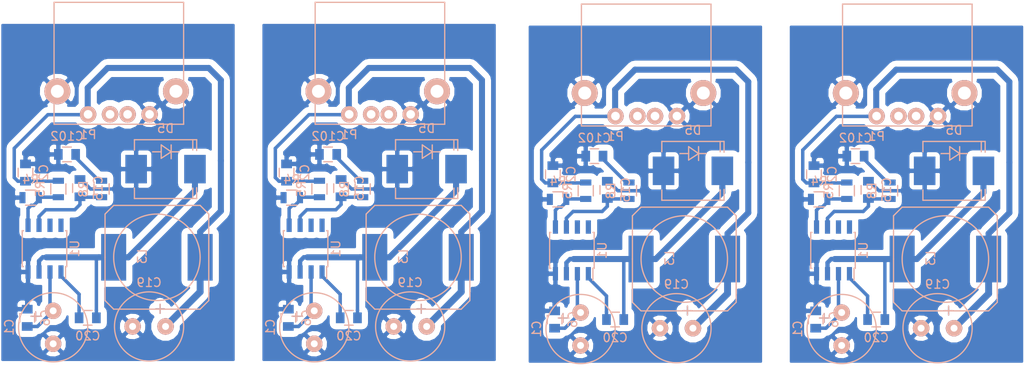
<source format=kicad_pcb>
(kicad_pcb (version 4) (host pcbnew "(2015-07-11 BZR 5925, Git c291b88)-product")

  (general
    (links 140)
    (no_connects 36)
    (area 11.477381 12.939879 70.700001 58.225)
    (thickness 1.6)
    (drawings 28)
    (tracks 288)
    (zones 0)
    (modules 56)
    (nets 13)
  )

  (page A4)
  (layers
    (0 F.Cu signal)
    (31 B.Cu signal)
    (32 B.Adhes user)
    (33 F.Adhes user)
    (34 B.Paste user)
    (35 F.Paste user)
    (36 B.SilkS user)
    (37 F.SilkS user)
    (38 B.Mask user)
    (39 F.Mask user)
    (40 Dwgs.User user)
    (41 Cmts.User user)
    (42 Eco1.User user)
    (43 Eco2.User user)
    (44 Edge.Cuts user)
    (45 Margin user)
    (46 B.CrtYd user)
    (47 F.CrtYd user)
    (48 B.Fab user)
    (49 F.Fab user)
  )

  (setup
    (last_trace_width 0.25)
    (user_trace_width 0.25)
    (user_trace_width 0.4)
    (user_trace_width 0.5)
    (user_trace_width 0.7)
    (user_trace_width 0.25)
    (user_trace_width 0.4)
    (user_trace_width 0.5)
    (user_trace_width 0.7)
    (user_trace_width 0.25)
    (user_trace_width 0.4)
    (user_trace_width 0.5)
    (user_trace_width 0.7)
    (user_trace_width 0.25)
    (user_trace_width 0.4)
    (user_trace_width 0.5)
    (user_trace_width 0.7)
    (user_trace_width 0.25)
    (user_trace_width 0.4)
    (user_trace_width 0.5)
    (user_trace_width 0.7)
    (user_trace_width 0.25)
    (user_trace_width 0.4)
    (user_trace_width 0.5)
    (user_trace_width 0.7)
    (user_trace_width 0.25)
    (user_trace_width 0.4)
    (user_trace_width 0.5)
    (user_trace_width 0.7)
    (user_trace_width 0.25)
    (user_trace_width 0.4)
    (user_trace_width 0.5)
    (user_trace_width 0.7)
    (user_trace_width 0.25)
    (user_trace_width 0.4)
    (user_trace_width 0.5)
    (user_trace_width 0.7)
    (user_trace_width 0.25)
    (user_trace_width 0.4)
    (user_trace_width 0.5)
    (user_trace_width 0.7)
    (user_trace_width 0.25)
    (user_trace_width 0.4)
    (user_trace_width 0.5)
    (user_trace_width 0.7)
    (user_trace_width 0.25)
    (user_trace_width 0.4)
    (user_trace_width 0.5)
    (user_trace_width 0.7)
    (user_trace_width 0.25)
    (user_trace_width 0.4)
    (user_trace_width 0.5)
    (user_trace_width 0.7)
    (user_trace_width 0.25)
    (user_trace_width 0.4)
    (user_trace_width 0.5)
    (user_trace_width 0.7)
    (user_trace_width 0.25)
    (user_trace_width 0.4)
    (user_trace_width 0.5)
    (user_trace_width 0.7)
    (user_trace_width 0.25)
    (user_trace_width 0.4)
    (user_trace_width 0.5)
    (user_trace_width 0.7)
    (trace_clearance 0.2)
    (zone_clearance 0.7)
    (zone_45_only no)
    (trace_min 0.2)
    (segment_width 0.2)
    (edge_width 0.1)
    (via_size 0.6)
    (via_drill 0.4)
    (via_min_size 0.4)
    (via_min_drill 0.3)
    (uvia_size 0.3)
    (uvia_drill 0.1)
    (uvias_allowed no)
    (uvia_min_size 0.2)
    (uvia_min_drill 0.1)
    (pcb_text_width 0.3)
    (pcb_text_size 1.5 1.5)
    (mod_edge_width 0.15)
    (mod_text_size 1 1)
    (mod_text_width 0.15)
    (pad_size 2.99974 2.99974)
    (pad_drill 1.5)
    (pad_to_mask_clearance 0)
    (aux_axis_origin 0 0)
    (grid_origin 46.4 35.9)
    (visible_elements 7FFFFFFF)
    (pcbplotparams
      (layerselection 0x00030_80000001)
      (usegerberextensions false)
      (excludeedgelayer true)
      (linewidth 0.100000)
      (plotframeref false)
      (viasonmask false)
      (mode 1)
      (useauxorigin false)
      (hpglpennumber 1)
      (hpglpenspeed 20)
      (hpglpendiameter 15)
      (hpglpenoverlay 2)
      (psnegative false)
      (psa4output false)
      (plotreference true)
      (plotvalue true)
      (plotinvisibletext false)
      (padsonsilk false)
      (subtractmaskfromsilk false)
      (outputformat 1)
      (mirror false)
      (drillshape 1)
      (scaleselection 1)
      (outputdirectory ""))
  )

  (net 0 "")
  (net 1 GND)
  (net 2 +12V)
  (net 3 "Net-(C19-Pad1)")
  (net 4 "Net-(C15-Pad1)")
  (net 5 "Net-(C20-Pad1)")
  (net 6 "Net-(C20-Pad2)")
  (net 7 "Net-(C102-Pad1)")
  (net 8 "Net-(R4-Pad1)")
  (net 9 "Net-(U1-Pad7)")
  (net 10 "Net-(U1-Pad8)")
  (net 11 "Net-(P1-Pad3)")
  (net 12 "Net-(P1-Pad2)")

  (net_class Default "This is the default net class."
    (clearance 0.2)
    (trace_width 0.25)
    (via_dia 0.6)
    (via_drill 0.4)
    (uvia_dia 0.3)
    (uvia_drill 0.1)
    (add_net +12V)
    (add_net GND)
    (add_net "Net-(C102-Pad1)")
    (add_net "Net-(C15-Pad1)")
    (add_net "Net-(C19-Pad1)")
    (add_net "Net-(C20-Pad1)")
    (add_net "Net-(C20-Pad2)")
    (add_net "Net-(P1-Pad2)")
    (add_net "Net-(P1-Pad3)")
    (add_net "Net-(R4-Pad1)")
    (add_net "Net-(U1-Pad7)")
    (add_net "Net-(U1-Pad8)")
  )

  (module Capacitors_Elko_ThroughHole:Elko_vert_11.5x8mm_RM3.5 (layer B.Cu) (tedit 55DAD40C) (tstamp 55D4AA56)
    (at 19.4 49.09 270)
    (descr "Electrolytic Capacitor, vertical, diameter 8mm, RM 3,5mm, radial,")
    (tags "Electrolytic Capacitor, vertical, diameter 8mm, radial, RM 3,5mm, Elko, Electrolytkondensator, Kondensator gepolt, Durchmesser 8mm,")
    (path /55D46C67)
    (fp_text reference C1 (at 1.905 5.08 270) (layer B.SilkS)
      (effects (font (size 1 1) (thickness 0.15)) (justify mirror))
    )
    (fp_text value 390uF (at 2.54 -6.35 270) (layer B.Fab)
      (effects (font (size 1 1) (thickness 0.15)) (justify mirror))
    )
    (fp_line (start 0.10414 2.02438) (end 1.1303 2.02438) (layer B.SilkS) (width 0.15))
    (fp_line (start 0.62992 2.57556) (end 0.62992 1.524) (layer B.SilkS) (width 0.15))
    (fp_line (start 0.635 2.54) (end 0.635 1.524) (layer B.Cu) (width 0.15))
    (fp_line (start 0.127 2.032) (end 1.143 2.032) (layer B.Cu) (width 0.15))
    (fp_circle (center 1.905 0) (end 5.9055 0) (layer B.SilkS) (width 0.15))
    (pad 2 thru_hole circle (at 3.81 0 270) (size 1.9 1.9) (drill 0.8001) (layers *.Cu *.Mask B.SilkS)
      (net 1 GND))
    (pad 1 thru_hole circle (at 0 0 270) (size 1.9 1.9) (drill 0.8001) (layers *.Cu *.Mask B.SilkS)
      (net 2 +12V))
    (model Capacitors_Elko_ThroughHole.3dshapes/Elko_vert_11.5x8mm_RM3.5.wrl
      (at (xyz 0 0 0))
      (scale (xyz 1 1 1))
      (rotate (xyz 0 0 0))
    )
  )

  (module Capacitors_SMD:C_0805 (layer B.Cu) (tedit 5415D6EA) (tstamp 55D4AA62)
    (at 16.2 33.1 90)
    (descr "Capacitor SMD 0805, reflow soldering, AVX (see smccp.pdf)")
    (tags "capacitor 0805")
    (path /55D4784B)
    (attr smd)
    (fp_text reference C2 (at 0 2.1 90) (layer B.SilkS)
      (effects (font (size 1 1) (thickness 0.15)) (justify mirror))
    )
    (fp_text value C (at 0 -2.1 90) (layer B.Fab)
      (effects (font (size 1 1) (thickness 0.15)) (justify mirror))
    )
    (fp_line (start -1.8 1) (end 1.8 1) (layer B.CrtYd) (width 0.05))
    (fp_line (start -1.8 -1) (end 1.8 -1) (layer B.CrtYd) (width 0.05))
    (fp_line (start -1.8 1) (end -1.8 -1) (layer B.CrtYd) (width 0.05))
    (fp_line (start 1.8 1) (end 1.8 -1) (layer B.CrtYd) (width 0.05))
    (fp_line (start 0.5 0.85) (end -0.5 0.85) (layer B.SilkS) (width 0.15))
    (fp_line (start -0.5 -0.85) (end 0.5 -0.85) (layer B.SilkS) (width 0.15))
    (pad 1 smd rect (at -1 0 90) (size 1 1.25) (layers B.Cu B.Paste B.Mask)
      (net 3 "Net-(C19-Pad1)"))
    (pad 2 smd rect (at 1 0 90) (size 1 1.25) (layers B.Cu B.Paste B.Mask)
      (net 1 GND))
    (model Capacitors_SMD.3dshapes/C_0805.wrl
      (at (xyz 0 0 0))
      (scale (xyz 1 1 1))
      (rotate (xyz 0 0 0))
    )
  )

  (module Capacitors_SMD:C_0805 (layer B.Cu) (tedit 5415D6EA) (tstamp 55D4AA6E)
    (at 16.4 49.9 90)
    (descr "Capacitor SMD 0805, reflow soldering, AVX (see smccp.pdf)")
    (tags "capacitor 0805")
    (path /55D46C84)
    (attr smd)
    (fp_text reference C6 (at 0 2.1 90) (layer B.SilkS)
      (effects (font (size 1 1) (thickness 0.15)) (justify mirror))
    )
    (fp_text value 0.22uF (at 0 -2.1 90) (layer B.Fab)
      (effects (font (size 1 1) (thickness 0.15)) (justify mirror))
    )
    (fp_line (start -1.8 1) (end 1.8 1) (layer B.CrtYd) (width 0.05))
    (fp_line (start -1.8 -1) (end 1.8 -1) (layer B.CrtYd) (width 0.05))
    (fp_line (start -1.8 1) (end -1.8 -1) (layer B.CrtYd) (width 0.05))
    (fp_line (start 1.8 1) (end 1.8 -1) (layer B.CrtYd) (width 0.05))
    (fp_line (start 0.5 0.85) (end -0.5 0.85) (layer B.SilkS) (width 0.15))
    (fp_line (start -0.5 -0.85) (end 0.5 -0.85) (layer B.SilkS) (width 0.15))
    (pad 1 smd rect (at -1 0 90) (size 1 1.25) (layers B.Cu B.Paste B.Mask)
      (net 2 +12V))
    (pad 2 smd rect (at 1 0 90) (size 1 1.25) (layers B.Cu B.Paste B.Mask)
      (net 1 GND))
    (model Capacitors_SMD.3dshapes/C_0805.wrl
      (at (xyz 0 0 0))
      (scale (xyz 1 1 1))
      (rotate (xyz 0 0 0))
    )
  )

  (module Capacitors_SMD:C_0805 (layer B.Cu) (tedit 5415D6EA) (tstamp 55D4AA7A)
    (at 22.5 34.9 90)
    (descr "Capacitor SMD 0805, reflow soldering, AVX (see smccp.pdf)")
    (tags "capacitor 0805")
    (path /55D48B43)
    (attr smd)
    (fp_text reference C15 (at 0 2.1 90) (layer B.SilkS)
      (effects (font (size 1 1) (thickness 0.15)) (justify mirror))
    )
    (fp_text value C (at 0 -2.1 90) (layer B.Fab)
      (effects (font (size 1 1) (thickness 0.15)) (justify mirror))
    )
    (fp_line (start -1.8 1) (end 1.8 1) (layer B.CrtYd) (width 0.05))
    (fp_line (start -1.8 -1) (end 1.8 -1) (layer B.CrtYd) (width 0.05))
    (fp_line (start -1.8 1) (end -1.8 -1) (layer B.CrtYd) (width 0.05))
    (fp_line (start 1.8 1) (end 1.8 -1) (layer B.CrtYd) (width 0.05))
    (fp_line (start 0.5 0.85) (end -0.5 0.85) (layer B.SilkS) (width 0.15))
    (fp_line (start -0.5 -0.85) (end 0.5 -0.85) (layer B.SilkS) (width 0.15))
    (pad 1 smd rect (at -1 0 90) (size 1 1.25) (layers B.Cu B.Paste B.Mask)
      (net 4 "Net-(C15-Pad1)"))
    (pad 2 smd rect (at 1 0 90) (size 1 1.25) (layers B.Cu B.Paste B.Mask)
      (net 1 GND))
    (model Capacitors_SMD.3dshapes/C_0805.wrl
      (at (xyz 0 0 0))
      (scale (xyz 1 1 1))
      (rotate (xyz 0 0 0))
    )
  )

  (module Capacitors_Elko_ThroughHole:Elko_vert_11.5x8mm_RM3.5 (layer B.Cu) (tedit 55DAD406) (tstamp 55D4AA85)
    (at 32.4 50.9 180)
    (descr "Electrolytic Capacitor, vertical, diameter 8mm, RM 3,5mm, radial,")
    (tags "Electrolytic Capacitor, vertical, diameter 8mm, radial, RM 3,5mm, Elko, Electrolytkondensator, Kondensator gepolt, Durchmesser 8mm,")
    (path /55D4789A)
    (fp_text reference C19 (at 1.905 5.08 180) (layer B.SilkS)
      (effects (font (size 1 1) (thickness 0.15)) (justify mirror))
    )
    (fp_text value C (at 2.54 -6.35 180) (layer B.Fab)
      (effects (font (size 1 1) (thickness 0.15)) (justify mirror))
    )
    (fp_line (start 0.10414 2.02438) (end 1.1303 2.02438) (layer B.SilkS) (width 0.15))
    (fp_line (start 0.62992 2.57556) (end 0.62992 1.524) (layer B.SilkS) (width 0.15))
    (fp_line (start 0.635 2.54) (end 0.635 1.524) (layer B.Cu) (width 0.15))
    (fp_line (start 0.127 2.032) (end 1.143 2.032) (layer B.Cu) (width 0.15))
    (fp_circle (center 1.905 0) (end 5.9055 0) (layer B.SilkS) (width 0.15))
    (pad 2 thru_hole circle (at 3.81 0 180) (size 1.9 1.9) (drill 0.8001) (layers *.Cu *.Mask B.SilkS)
      (net 1 GND))
    (pad 1 thru_hole circle (at 0 0 180) (size 1.9 1.9) (drill 0.8001) (layers *.Cu *.Mask B.SilkS)
      (net 3 "Net-(C19-Pad1)"))
    (model Capacitors_Elko_ThroughHole.3dshapes/Elko_vert_11.5x8mm_RM3.5.wrl
      (at (xyz 0 0 0))
      (scale (xyz 1 1 1))
      (rotate (xyz 0 0 0))
    )
  )

  (module Capacitors_SMD:C_0805 (layer B.Cu) (tedit 5415D6EA) (tstamp 55D4AA91)
    (at 23.4 49.9)
    (descr "Capacitor SMD 0805, reflow soldering, AVX (see smccp.pdf)")
    (tags "capacitor 0805")
    (path /55D471BD)
    (attr smd)
    (fp_text reference C20 (at 0 2.1) (layer B.SilkS)
      (effects (font (size 1 1) (thickness 0.15)) (justify mirror))
    )
    (fp_text value 10nF (at 0 -2.1) (layer B.Fab)
      (effects (font (size 1 1) (thickness 0.15)) (justify mirror))
    )
    (fp_line (start -1.8 1) (end 1.8 1) (layer B.CrtYd) (width 0.05))
    (fp_line (start -1.8 -1) (end 1.8 -1) (layer B.CrtYd) (width 0.05))
    (fp_line (start -1.8 1) (end -1.8 -1) (layer B.CrtYd) (width 0.05))
    (fp_line (start 1.8 1) (end 1.8 -1) (layer B.CrtYd) (width 0.05))
    (fp_line (start 0.5 0.85) (end -0.5 0.85) (layer B.SilkS) (width 0.15))
    (fp_line (start -0.5 -0.85) (end 0.5 -0.85) (layer B.SilkS) (width 0.15))
    (pad 1 smd rect (at -1 0) (size 1 1.25) (layers B.Cu B.Paste B.Mask)
      (net 5 "Net-(C20-Pad1)"))
    (pad 2 smd rect (at 1 0) (size 1 1.25) (layers B.Cu B.Paste B.Mask)
      (net 6 "Net-(C20-Pad2)"))
    (model Capacitors_SMD.3dshapes/C_0805.wrl
      (at (xyz 0 0 0))
      (scale (xyz 1 1 1))
      (rotate (xyz 0 0 0))
    )
  )

  (module Capacitors_SMD:C_0805 (layer B.Cu) (tedit 5415D6EA) (tstamp 55D4AA9D)
    (at 21 31 180)
    (descr "Capacitor SMD 0805, reflow soldering, AVX (see smccp.pdf)")
    (tags "capacitor 0805")
    (path /55D48AF8)
    (attr smd)
    (fp_text reference C102 (at 0 2.1 180) (layer B.SilkS)
      (effects (font (size 1 1) (thickness 0.15)) (justify mirror))
    )
    (fp_text value C (at 0 -2.1 180) (layer B.Fab)
      (effects (font (size 1 1) (thickness 0.15)) (justify mirror))
    )
    (fp_line (start -1.8 1) (end 1.8 1) (layer B.CrtYd) (width 0.05))
    (fp_line (start -1.8 -1) (end 1.8 -1) (layer B.CrtYd) (width 0.05))
    (fp_line (start -1.8 1) (end -1.8 -1) (layer B.CrtYd) (width 0.05))
    (fp_line (start 1.8 1) (end 1.8 -1) (layer B.CrtYd) (width 0.05))
    (fp_line (start 0.5 0.85) (end -0.5 0.85) (layer B.SilkS) (width 0.15))
    (fp_line (start -0.5 -0.85) (end 0.5 -0.85) (layer B.SilkS) (width 0.15))
    (pad 1 smd rect (at -1 0 180) (size 1 1.25) (layers B.Cu B.Paste B.Mask)
      (net 7 "Net-(C102-Pad1)"))
    (pad 2 smd rect (at 1 0 180) (size 1 1.25) (layers B.Cu B.Paste B.Mask)
      (net 1 GND))
    (model Capacitors_SMD.3dshapes/C_0805.wrl
      (at (xyz 0 0 0))
      (scale (xyz 1 1 1))
      (rotate (xyz 0 0 0))
    )
  )

  (module Diodes_SMD:Diode-SMC_Standard (layer B.Cu) (tedit 552FF450) (tstamp 55D4AAB8)
    (at 32.4 32.7 180)
    (descr "Diode SMC Standard")
    (tags "Diode SMC Standard")
    (path /55D4752D)
    (attr smd)
    (fp_text reference D5 (at 0 4.7 180) (layer B.SilkS)
      (effects (font (size 1 1) (thickness 0.15)) (justify mirror))
    )
    (fp_text value D_Schottky (at 0 -5.08 180) (layer B.Fab)
      (effects (font (size 1 1) (thickness 0.15)) (justify mirror))
    )
    (fp_line (start -4.9 3.65) (end 4.9 3.65) (layer B.CrtYd) (width 0.05))
    (fp_line (start 4.9 3.65) (end 4.9 -3.65) (layer B.CrtYd) (width 0.05))
    (fp_line (start 4.9 -3.65) (end -4.9 -3.65) (layer B.CrtYd) (width 0.05))
    (fp_line (start -4.9 -3.65) (end -4.9 3.65) (layer B.CrtYd) (width 0.05))
    (fp_circle (center 0 0) (end 0.7493 -0.35052) (layer B.Adhes) (width 0.381))
    (fp_circle (center 0 0) (end 0.44958 -0.20066) (layer B.Adhes) (width 0.381))
    (fp_circle (center 0 0) (end 0.14986 -0.14986) (layer B.Adhes) (width 0.381))
    (fp_line (start -0.64944 1.99898) (end -1.55114 1.99898) (layer B.SilkS) (width 0.15))
    (fp_line (start 0.50118 1.99898) (end 1.4994 1.99898) (layer B.SilkS) (width 0.15))
    (fp_line (start -3.14946 -3.40106) (end -3.14946 -2.19964) (layer B.SilkS) (width 0.15))
    (fp_line (start -3.14946 3.40106) (end -3.14946 2.19964) (layer B.SilkS) (width 0.15))
    (fp_line (start 3.59918 -3.40106) (end 3.59918 -2.19964) (layer B.SilkS) (width 0.15))
    (fp_line (start 3.59918 3.40106) (end 3.59918 2.19964) (layer B.SilkS) (width 0.15))
    (fp_line (start -3.59918 -3.40106) (end -3.59918 -2.14884) (layer B.SilkS) (width 0.15))
    (fp_line (start -3.59918 3.40106) (end -3.59918 2.14884) (layer B.SilkS) (width 0.15))
    (fp_line (start -0.64944 2.79908) (end -0.64944 1.19888) (layer B.SilkS) (width 0.15))
    (fp_line (start 0.50118 1.24968) (end 0.50118 2.79908) (layer B.SilkS) (width 0.15))
    (fp_line (start -0.64944 1.99898) (end 0.50118 1.24968) (layer B.SilkS) (width 0.15))
    (fp_line (start -0.64944 1.99898) (end 0.50118 2.79908) (layer B.SilkS) (width 0.15))
    (fp_line (start -3.59918 -3.40106) (end 3.59918 -3.40106) (layer B.SilkS) (width 0.15))
    (fp_line (start -3.59918 3.40106) (end 3.59918 3.40106) (layer B.SilkS) (width 0.15))
    (pad 1 smd rect (at -3.40106 0 90) (size 3.29946 2.49936) (layers B.Cu B.Paste B.Mask)
      (net 6 "Net-(C20-Pad2)"))
    (pad 2 smd rect (at 3.40106 0 90) (size 3.29946 2.49936) (layers B.Cu B.Paste B.Mask)
      (net 1 GND))
    (model Diodes_SMD.3dshapes/Diode-SMC_Standard.wrl
      (at (xyz 0 0 0))
      (scale (xyz 0.3937 0.3937 0.3937))
      (rotate (xyz 0 0 180))
    )
  )

  (module Inductors:SELF-WE-PD-XXL (layer B.Cu) (tedit 0) (tstamp 55D4AACA)
    (at 31.4 42.9)
    (descr "SELF- WE-PD-XXL")
    (path /55D470AF)
    (attr smd)
    (fp_text reference L3 (at -1.69926 -0.09906 270) (layer B.SilkS)
      (effects (font (size 1 1) (thickness 0.15)) (justify mirror))
    )
    (fp_text value INDUCTOR (at 1.80086 0 270) (layer B.Fab)
      (effects (font (size 1 1) (thickness 0.15)) (justify mirror))
    )
    (fp_circle (center 0 0) (end 0 5.00126) (layer B.SilkS) (width 0.15))
    (fp_line (start -5.99948 0) (end -5.99948 5.00126) (layer B.SilkS) (width 0.15))
    (fp_line (start -5.99948 5.00126) (end -5.00126 5.99948) (layer B.SilkS) (width 0.15))
    (fp_line (start -5.00126 5.99948) (end 5.00126 5.99948) (layer B.SilkS) (width 0.15))
    (fp_line (start 5.00126 5.99948) (end 5.99948 5.00126) (layer B.SilkS) (width 0.15))
    (fp_line (start 5.99948 5.00126) (end 5.99948 -5.00126) (layer B.SilkS) (width 0.15))
    (fp_line (start 5.99948 -5.00126) (end 5.00126 -5.99948) (layer B.SilkS) (width 0.15))
    (fp_line (start 5.00126 -5.99948) (end -5.00126 -5.99948) (layer B.SilkS) (width 0.15))
    (fp_line (start -5.00126 -5.99948) (end -5.99948 -5.00126) (layer B.SilkS) (width 0.15))
    (fp_line (start -5.99948 -5.00126) (end -5.99948 0) (layer B.SilkS) (width 0.15))
    (fp_text user "" (at 0 0) (layer B.SilkS)
      (effects (font (size 1 1) (thickness 0.15)) (justify mirror))
    )
    (fp_text user "" (at 0 0) (layer B.SilkS)
      (effects (font (size 1 1) (thickness 0.15)) (justify mirror))
    )
    (pad 1 smd rect (at -5.00126 0) (size 2.90068 5.40004) (layers B.Cu B.Paste B.Mask)
      (net 6 "Net-(C20-Pad2)"))
    (pad 2 smd rect (at 5.00126 0) (size 2.90068 5.40004) (layers B.Cu B.Paste B.Mask)
      (net 3 "Net-(C19-Pad1)"))
    (model Inductors.3dshapes/SELF-WE-PD-XXL.wrl
      (at (xyz 0 0 0))
      (scale (xyz 1 1 1))
      (rotate (xyz 0 0 0))
    )
  )

  (module Resistors_SMD:R_0805 (layer B.Cu) (tedit 5415CDEB) (tstamp 55D4AAD6)
    (at 16.8 36 180)
    (descr "Resistor SMD 0805, reflow soldering, Vishay (see dcrcw.pdf)")
    (tags "resistor 0805")
    (path /55D47A28)
    (attr smd)
    (fp_text reference R4 (at 0 2.1 180) (layer B.SilkS)
      (effects (font (size 1 1) (thickness 0.15)) (justify mirror))
    )
    (fp_text value R (at 0 -2.1 180) (layer B.Fab)
      (effects (font (size 1 1) (thickness 0.15)) (justify mirror))
    )
    (fp_line (start -1.6 1) (end 1.6 1) (layer B.CrtYd) (width 0.05))
    (fp_line (start -1.6 -1) (end 1.6 -1) (layer B.CrtYd) (width 0.05))
    (fp_line (start -1.6 1) (end -1.6 -1) (layer B.CrtYd) (width 0.05))
    (fp_line (start 1.6 1) (end 1.6 -1) (layer B.CrtYd) (width 0.05))
    (fp_line (start 0.6 -0.875) (end -0.6 -0.875) (layer B.SilkS) (width 0.15))
    (fp_line (start -0.6 0.875) (end 0.6 0.875) (layer B.SilkS) (width 0.15))
    (pad 1 smd rect (at -0.95 0 180) (size 0.7 1.3) (layers B.Cu B.Paste B.Mask)
      (net 8 "Net-(R4-Pad1)"))
    (pad 2 smd rect (at 0.95 0 180) (size 0.7 1.3) (layers B.Cu B.Paste B.Mask)
      (net 1 GND))
    (model Resistors_SMD.3dshapes/R_0805.wrl
      (at (xyz 0 0 0))
      (scale (xyz 1 1 1))
      (rotate (xyz 0 0 0))
    )
  )

  (module Resistors_SMD:R_0805 (layer B.Cu) (tedit 5415CDEB) (tstamp 55D4AAE2)
    (at 20 35 270)
    (descr "Resistor SMD 0805, reflow soldering, Vishay (see dcrcw.pdf)")
    (tags "resistor 0805")
    (path /55D479EB)
    (attr smd)
    (fp_text reference R5 (at 0 2.1 270) (layer B.SilkS)
      (effects (font (size 1 1) (thickness 0.15)) (justify mirror))
    )
    (fp_text value R (at 0 -2.1 270) (layer B.Fab)
      (effects (font (size 1 1) (thickness 0.15)) (justify mirror))
    )
    (fp_line (start -1.6 1) (end 1.6 1) (layer B.CrtYd) (width 0.05))
    (fp_line (start -1.6 -1) (end 1.6 -1) (layer B.CrtYd) (width 0.05))
    (fp_line (start -1.6 1) (end -1.6 -1) (layer B.CrtYd) (width 0.05))
    (fp_line (start 1.6 1) (end 1.6 -1) (layer B.CrtYd) (width 0.05))
    (fp_line (start 0.6 -0.875) (end -0.6 -0.875) (layer B.SilkS) (width 0.15))
    (fp_line (start -0.6 0.875) (end 0.6 0.875) (layer B.SilkS) (width 0.15))
    (pad 1 smd rect (at -0.95 0 270) (size 0.7 1.3) (layers B.Cu B.Paste B.Mask)
      (net 3 "Net-(C19-Pad1)"))
    (pad 2 smd rect (at 0.95 0 270) (size 0.7 1.3) (layers B.Cu B.Paste B.Mask)
      (net 8 "Net-(R4-Pad1)"))
    (model Resistors_SMD.3dshapes/R_0805.wrl
      (at (xyz 0 0 0))
      (scale (xyz 1 1 1))
      (rotate (xyz 0 0 0))
    )
  )

  (module Resistors_SMD:R_0805 (layer B.Cu) (tedit 5415CDEB) (tstamp 55D4AAEE)
    (at 25 35 270)
    (descr "Resistor SMD 0805, reflow soldering, Vishay (see dcrcw.pdf)")
    (tags "resistor 0805")
    (path /55D48AC7)
    (attr smd)
    (fp_text reference R8 (at 0 2.1 270) (layer B.SilkS)
      (effects (font (size 1 1) (thickness 0.15)) (justify mirror))
    )
    (fp_text value R (at 0 -2.1 270) (layer B.Fab)
      (effects (font (size 1 1) (thickness 0.15)) (justify mirror))
    )
    (fp_line (start -1.6 1) (end 1.6 1) (layer B.CrtYd) (width 0.05))
    (fp_line (start -1.6 -1) (end 1.6 -1) (layer B.CrtYd) (width 0.05))
    (fp_line (start -1.6 1) (end -1.6 -1) (layer B.CrtYd) (width 0.05))
    (fp_line (start 1.6 1) (end 1.6 -1) (layer B.CrtYd) (width 0.05))
    (fp_line (start 0.6 -0.875) (end -0.6 -0.875) (layer B.SilkS) (width 0.15))
    (fp_line (start -0.6 0.875) (end 0.6 0.875) (layer B.SilkS) (width 0.15))
    (pad 1 smd rect (at -0.95 0 270) (size 0.7 1.3) (layers B.Cu B.Paste B.Mask)
      (net 7 "Net-(C102-Pad1)"))
    (pad 2 smd rect (at 0.95 0 270) (size 0.7 1.3) (layers B.Cu B.Paste B.Mask)
      (net 4 "Net-(C15-Pad1)"))
    (model Resistors_SMD.3dshapes/R_0805.wrl
      (at (xyz 0 0 0))
      (scale (xyz 1 1 1))
      (rotate (xyz 0 0 0))
    )
  )

  (module Housings_SOIC:SOIC-8_3.9x4.9mm_Pitch1.27mm (layer B.Cu) (tedit 54130A77) (tstamp 55D4AB05)
    (at 18.4 41.9 90)
    (descr "8-Lead Plastic Small Outline (SN) - Narrow, 3.90 mm Body [SOIC] (see Microchip Packaging Specification 00000049BS.pdf)")
    (tags "SOIC 1.27")
    (path /55D46B36)
    (attr smd)
    (fp_text reference U1 (at 0 3.5 90) (layer B.SilkS)
      (effects (font (size 1 1) (thickness 0.15)) (justify mirror))
    )
    (fp_text value MP1410 (at 0 -3.5 90) (layer B.Fab)
      (effects (font (size 1 1) (thickness 0.15)) (justify mirror))
    )
    (fp_line (start -3.75 2.75) (end -3.75 -2.75) (layer B.CrtYd) (width 0.05))
    (fp_line (start 3.75 2.75) (end 3.75 -2.75) (layer B.CrtYd) (width 0.05))
    (fp_line (start -3.75 2.75) (end 3.75 2.75) (layer B.CrtYd) (width 0.05))
    (fp_line (start -3.75 -2.75) (end 3.75 -2.75) (layer B.CrtYd) (width 0.05))
    (fp_line (start -2.075 2.575) (end -2.075 2.43) (layer B.SilkS) (width 0.15))
    (fp_line (start 2.075 2.575) (end 2.075 2.43) (layer B.SilkS) (width 0.15))
    (fp_line (start 2.075 -2.575) (end 2.075 -2.43) (layer B.SilkS) (width 0.15))
    (fp_line (start -2.075 -2.575) (end -2.075 -2.43) (layer B.SilkS) (width 0.15))
    (fp_line (start -2.075 2.575) (end 2.075 2.575) (layer B.SilkS) (width 0.15))
    (fp_line (start -2.075 -2.575) (end 2.075 -2.575) (layer B.SilkS) (width 0.15))
    (fp_line (start -2.075 2.43) (end -3.475 2.43) (layer B.SilkS) (width 0.15))
    (pad 1 smd rect (at -2.7 1.905 90) (size 1.55 0.6) (layers B.Cu B.Paste B.Mask)
      (net 5 "Net-(C20-Pad1)"))
    (pad 2 smd rect (at -2.7 0.635 90) (size 1.55 0.6) (layers B.Cu B.Paste B.Mask)
      (net 2 +12V))
    (pad 3 smd rect (at -2.7 -0.635 90) (size 1.55 0.6) (layers B.Cu B.Paste B.Mask)
      (net 6 "Net-(C20-Pad2)"))
    (pad 4 smd rect (at -2.7 -1.905 90) (size 1.55 0.6) (layers B.Cu B.Paste B.Mask)
      (net 1 GND))
    (pad 5 smd rect (at 2.7 -1.905 90) (size 1.55 0.6) (layers B.Cu B.Paste B.Mask)
      (net 8 "Net-(R4-Pad1)"))
    (pad 6 smd rect (at 2.7 -0.635 90) (size 1.55 0.6) (layers B.Cu B.Paste B.Mask)
      (net 4 "Net-(C15-Pad1)"))
    (pad 7 smd rect (at 2.7 0.635 90) (size 1.55 0.6) (layers B.Cu B.Paste B.Mask)
      (net 9 "Net-(U1-Pad7)"))
    (pad 8 smd rect (at 2.7 1.905 90) (size 1.55 0.6) (layers B.Cu B.Paste B.Mask)
      (net 10 "Net-(U1-Pad8)"))
    (model Housings_SOIC.3dshapes/SOIC-8_3.9x4.9mm_Pitch1.27mm.wrl
      (at (xyz 0 0 0))
      (scale (xyz 1 1 1))
      (rotate (xyz 0 0 0))
    )
  )

  (module Connect:USB_A (layer B.Cu) (tedit 55DAFA43) (tstamp 55DC9619)
    (at 23.43914 26.36488)
    (descr "USB A connector")
    (tags "USB USB_A")
    (path /55D4EEEB)
    (fp_text reference P1 (at 0 2.35) (layer B.SilkS)
      (effects (font (size 1 1) (thickness 0.15)) (justify mirror))
    )
    (fp_text value USB_A (at 3.83794 -7.43458) (layer B.Fab)
      (effects (font (size 1 1) (thickness 0.15)) (justify mirror))
    )
    (fp_line (start -5.3 -13.2) (end -5.3 1.4) (layer B.CrtYd) (width 0.05))
    (fp_line (start 11.95 1.4) (end 11.95 -13.2) (layer B.CrtYd) (width 0.05))
    (fp_line (start -5.3 -13.2) (end 11.95 -13.2) (layer B.CrtYd) (width 0.05))
    (fp_line (start -5.3 1.4) (end 11.95 1.4) (layer B.CrtYd) (width 0.05))
    (fp_line (start 11.04986 1.14512) (end 11.04986 -12.95188) (layer B.SilkS) (width 0.15))
    (fp_line (start -3.93614 -12.95188) (end -3.93614 1.14512) (layer B.SilkS) (width 0.15))
    (fp_line (start 11.04986 1.14512) (end -3.93614 1.14512) (layer B.SilkS) (width 0.15))
    (fp_line (start 11.04986 -12.95188) (end -3.93614 -12.95188) (layer B.SilkS) (width 0.15))
    (pad 4 thru_hole circle (at 7.11286 0.00212 90) (size 1.9 1.9) (drill 1.00076) (layers *.Cu *.Mask B.SilkS)
      (net 1 GND))
    (pad 3 thru_hole circle (at 4.57286 0.00212 90) (size 1.9 1.9) (drill 1.00076) (layers *.Cu *.Mask B.SilkS)
      (net 11 "Net-(P1-Pad3)"))
    (pad 2 thru_hole circle (at 2.54086 0.00212 90) (size 1.9 1.9) (drill 1.00076) (layers *.Cu *.Mask B.SilkS)
      (net 12 "Net-(P1-Pad2)"))
    (pad 1 thru_hole circle (at 0.00086 0.00212 90) (size 1.9 1.9) (drill 1.00076) (layers *.Cu *.Mask B.SilkS)
      (net 3 "Net-(C19-Pad1)"))
    (pad 5 thru_hole circle (at 10.16086 -2.66488 90) (size 2.99974 2.99974) (drill 1.5) (layers *.Cu *.Mask B.SilkS)
      (net 1 GND))
    (pad 5 thru_hole circle (at -3.55514 -2.66488 90) (size 2.99974 2.99974) (drill 1.5) (layers *.Cu *.Mask B.SilkS)
      (net 1 GND))
    (model Connect.3dshapes/USB_A.wrl
      (at (xyz 0.14 0 0))
      (scale (xyz 1 1 1))
      (rotate (xyz 0 0 90))
    )
  )

  (module Capacitors_Elko_ThroughHole:Elko_vert_11.5x8mm_RM3.5 (layer B.Cu) (tedit 55DAD40C) (tstamp 55D4AA56)
    (at 49.6 49.09 270)
    (descr "Electrolytic Capacitor, vertical, diameter 8mm, RM 3,5mm, radial,")
    (tags "Electrolytic Capacitor, vertical, diameter 8mm, radial, RM 3,5mm, Elko, Electrolytkondensator, Kondensator gepolt, Durchmesser 8mm,")
    (path /55D46C67)
    (fp_text reference C1 (at 1.905 5.08 270) (layer B.SilkS)
      (effects (font (size 1 1) (thickness 0.15)) (justify mirror))
    )
    (fp_text value 390uF (at 2.54 -6.35 270) (layer B.Fab)
      (effects (font (size 1 1) (thickness 0.15)) (justify mirror))
    )
    (fp_line (start 0.10414 2.02438) (end 1.1303 2.02438) (layer B.SilkS) (width 0.15))
    (fp_line (start 0.62992 2.57556) (end 0.62992 1.524) (layer B.SilkS) (width 0.15))
    (fp_line (start 0.635 2.54) (end 0.635 1.524) (layer B.Cu) (width 0.15))
    (fp_line (start 0.127 2.032) (end 1.143 2.032) (layer B.Cu) (width 0.15))
    (fp_circle (center 1.905 0) (end 5.9055 0) (layer B.SilkS) (width 0.15))
    (pad 2 thru_hole circle (at 3.81 0 270) (size 1.9 1.9) (drill 0.8001) (layers *.Cu *.Mask B.SilkS)
      (net 1 GND))
    (pad 1 thru_hole circle (at 0 0 270) (size 1.9 1.9) (drill 0.8001) (layers *.Cu *.Mask B.SilkS)
      (net 2 +12V))
    (model Capacitors_Elko_ThroughHole.3dshapes/Elko_vert_11.5x8mm_RM3.5.wrl
      (at (xyz 0 0 0))
      (scale (xyz 1 1 1))
      (rotate (xyz 0 0 0))
    )
  )

  (module Capacitors_SMD:C_0805 (layer B.Cu) (tedit 5415D6EA) (tstamp 55D4AA62)
    (at 46.4 33.1 90)
    (descr "Capacitor SMD 0805, reflow soldering, AVX (see smccp.pdf)")
    (tags "capacitor 0805")
    (path /55D4784B)
    (attr smd)
    (fp_text reference C2 (at 0 2.1 90) (layer B.SilkS)
      (effects (font (size 1 1) (thickness 0.15)) (justify mirror))
    )
    (fp_text value C (at 0 -2.1 90) (layer B.Fab)
      (effects (font (size 1 1) (thickness 0.15)) (justify mirror))
    )
    (fp_line (start -1.8 1) (end 1.8 1) (layer B.CrtYd) (width 0.05))
    (fp_line (start -1.8 -1) (end 1.8 -1) (layer B.CrtYd) (width 0.05))
    (fp_line (start -1.8 1) (end -1.8 -1) (layer B.CrtYd) (width 0.05))
    (fp_line (start 1.8 1) (end 1.8 -1) (layer B.CrtYd) (width 0.05))
    (fp_line (start 0.5 0.85) (end -0.5 0.85) (layer B.SilkS) (width 0.15))
    (fp_line (start -0.5 -0.85) (end 0.5 -0.85) (layer B.SilkS) (width 0.15))
    (pad 1 smd rect (at -1 0 90) (size 1 1.25) (layers B.Cu B.Paste B.Mask)
      (net 3 "Net-(C19-Pad1)"))
    (pad 2 smd rect (at 1 0 90) (size 1 1.25) (layers B.Cu B.Paste B.Mask)
      (net 1 GND))
    (model Capacitors_SMD.3dshapes/C_0805.wrl
      (at (xyz 0 0 0))
      (scale (xyz 1 1 1))
      (rotate (xyz 0 0 0))
    )
  )

  (module Capacitors_SMD:C_0805 (layer B.Cu) (tedit 5415D6EA) (tstamp 55D4AA6E)
    (at 46.6 49.9 90)
    (descr "Capacitor SMD 0805, reflow soldering, AVX (see smccp.pdf)")
    (tags "capacitor 0805")
    (path /55D46C84)
    (attr smd)
    (fp_text reference C6 (at 0 2.1 90) (layer B.SilkS)
      (effects (font (size 1 1) (thickness 0.15)) (justify mirror))
    )
    (fp_text value 0.22uF (at 0 -2.1 90) (layer B.Fab)
      (effects (font (size 1 1) (thickness 0.15)) (justify mirror))
    )
    (fp_line (start -1.8 1) (end 1.8 1) (layer B.CrtYd) (width 0.05))
    (fp_line (start -1.8 -1) (end 1.8 -1) (layer B.CrtYd) (width 0.05))
    (fp_line (start -1.8 1) (end -1.8 -1) (layer B.CrtYd) (width 0.05))
    (fp_line (start 1.8 1) (end 1.8 -1) (layer B.CrtYd) (width 0.05))
    (fp_line (start 0.5 0.85) (end -0.5 0.85) (layer B.SilkS) (width 0.15))
    (fp_line (start -0.5 -0.85) (end 0.5 -0.85) (layer B.SilkS) (width 0.15))
    (pad 1 smd rect (at -1 0 90) (size 1 1.25) (layers B.Cu B.Paste B.Mask)
      (net 2 +12V))
    (pad 2 smd rect (at 1 0 90) (size 1 1.25) (layers B.Cu B.Paste B.Mask)
      (net 1 GND))
    (model Capacitors_SMD.3dshapes/C_0805.wrl
      (at (xyz 0 0 0))
      (scale (xyz 1 1 1))
      (rotate (xyz 0 0 0))
    )
  )

  (module Capacitors_SMD:C_0805 (layer B.Cu) (tedit 5415D6EA) (tstamp 55D4AA7A)
    (at 52.7 34.9 90)
    (descr "Capacitor SMD 0805, reflow soldering, AVX (see smccp.pdf)")
    (tags "capacitor 0805")
    (path /55D48B43)
    (attr smd)
    (fp_text reference C15 (at 0 2.1 90) (layer B.SilkS)
      (effects (font (size 1 1) (thickness 0.15)) (justify mirror))
    )
    (fp_text value C (at 0 -2.1 90) (layer B.Fab)
      (effects (font (size 1 1) (thickness 0.15)) (justify mirror))
    )
    (fp_line (start -1.8 1) (end 1.8 1) (layer B.CrtYd) (width 0.05))
    (fp_line (start -1.8 -1) (end 1.8 -1) (layer B.CrtYd) (width 0.05))
    (fp_line (start -1.8 1) (end -1.8 -1) (layer B.CrtYd) (width 0.05))
    (fp_line (start 1.8 1) (end 1.8 -1) (layer B.CrtYd) (width 0.05))
    (fp_line (start 0.5 0.85) (end -0.5 0.85) (layer B.SilkS) (width 0.15))
    (fp_line (start -0.5 -0.85) (end 0.5 -0.85) (layer B.SilkS) (width 0.15))
    (pad 1 smd rect (at -1 0 90) (size 1 1.25) (layers B.Cu B.Paste B.Mask)
      (net 4 "Net-(C15-Pad1)"))
    (pad 2 smd rect (at 1 0 90) (size 1 1.25) (layers B.Cu B.Paste B.Mask)
      (net 1 GND))
    (model Capacitors_SMD.3dshapes/C_0805.wrl
      (at (xyz 0 0 0))
      (scale (xyz 1 1 1))
      (rotate (xyz 0 0 0))
    )
  )

  (module Capacitors_Elko_ThroughHole:Elko_vert_11.5x8mm_RM3.5 (layer B.Cu) (tedit 55DAD406) (tstamp 55D4AA85)
    (at 62.6 50.9 180)
    (descr "Electrolytic Capacitor, vertical, diameter 8mm, RM 3,5mm, radial,")
    (tags "Electrolytic Capacitor, vertical, diameter 8mm, radial, RM 3,5mm, Elko, Electrolytkondensator, Kondensator gepolt, Durchmesser 8mm,")
    (path /55D4789A)
    (fp_text reference C19 (at 1.905 5.08 180) (layer B.SilkS)
      (effects (font (size 1 1) (thickness 0.15)) (justify mirror))
    )
    (fp_text value C (at 2.54 -6.35 180) (layer B.Fab)
      (effects (font (size 1 1) (thickness 0.15)) (justify mirror))
    )
    (fp_line (start 0.10414 2.02438) (end 1.1303 2.02438) (layer B.SilkS) (width 0.15))
    (fp_line (start 0.62992 2.57556) (end 0.62992 1.524) (layer B.SilkS) (width 0.15))
    (fp_line (start 0.635 2.54) (end 0.635 1.524) (layer B.Cu) (width 0.15))
    (fp_line (start 0.127 2.032) (end 1.143 2.032) (layer B.Cu) (width 0.15))
    (fp_circle (center 1.905 0) (end 5.9055 0) (layer B.SilkS) (width 0.15))
    (pad 2 thru_hole circle (at 3.81 0 180) (size 1.9 1.9) (drill 0.8001) (layers *.Cu *.Mask B.SilkS)
      (net 1 GND))
    (pad 1 thru_hole circle (at 0 0 180) (size 1.9 1.9) (drill 0.8001) (layers *.Cu *.Mask B.SilkS)
      (net 3 "Net-(C19-Pad1)"))
    (model Capacitors_Elko_ThroughHole.3dshapes/Elko_vert_11.5x8mm_RM3.5.wrl
      (at (xyz 0 0 0))
      (scale (xyz 1 1 1))
      (rotate (xyz 0 0 0))
    )
  )

  (module Capacitors_SMD:C_0805 (layer B.Cu) (tedit 5415D6EA) (tstamp 55D4AA91)
    (at 53.6 49.9)
    (descr "Capacitor SMD 0805, reflow soldering, AVX (see smccp.pdf)")
    (tags "capacitor 0805")
    (path /55D471BD)
    (attr smd)
    (fp_text reference C20 (at 0 2.1) (layer B.SilkS)
      (effects (font (size 1 1) (thickness 0.15)) (justify mirror))
    )
    (fp_text value 10nF (at 0 -2.1) (layer B.Fab)
      (effects (font (size 1 1) (thickness 0.15)) (justify mirror))
    )
    (fp_line (start -1.8 1) (end 1.8 1) (layer B.CrtYd) (width 0.05))
    (fp_line (start -1.8 -1) (end 1.8 -1) (layer B.CrtYd) (width 0.05))
    (fp_line (start -1.8 1) (end -1.8 -1) (layer B.CrtYd) (width 0.05))
    (fp_line (start 1.8 1) (end 1.8 -1) (layer B.CrtYd) (width 0.05))
    (fp_line (start 0.5 0.85) (end -0.5 0.85) (layer B.SilkS) (width 0.15))
    (fp_line (start -0.5 -0.85) (end 0.5 -0.85) (layer B.SilkS) (width 0.15))
    (pad 1 smd rect (at -1 0) (size 1 1.25) (layers B.Cu B.Paste B.Mask)
      (net 5 "Net-(C20-Pad1)"))
    (pad 2 smd rect (at 1 0) (size 1 1.25) (layers B.Cu B.Paste B.Mask)
      (net 6 "Net-(C20-Pad2)"))
    (model Capacitors_SMD.3dshapes/C_0805.wrl
      (at (xyz 0 0 0))
      (scale (xyz 1 1 1))
      (rotate (xyz 0 0 0))
    )
  )

  (module Capacitors_SMD:C_0805 (layer B.Cu) (tedit 5415D6EA) (tstamp 55D4AA9D)
    (at 51.2 31 180)
    (descr "Capacitor SMD 0805, reflow soldering, AVX (see smccp.pdf)")
    (tags "capacitor 0805")
    (path /55D48AF8)
    (attr smd)
    (fp_text reference C102 (at 0 2.1 180) (layer B.SilkS)
      (effects (font (size 1 1) (thickness 0.15)) (justify mirror))
    )
    (fp_text value C (at 0 -2.1 180) (layer B.Fab)
      (effects (font (size 1 1) (thickness 0.15)) (justify mirror))
    )
    (fp_line (start -1.8 1) (end 1.8 1) (layer B.CrtYd) (width 0.05))
    (fp_line (start -1.8 -1) (end 1.8 -1) (layer B.CrtYd) (width 0.05))
    (fp_line (start -1.8 1) (end -1.8 -1) (layer B.CrtYd) (width 0.05))
    (fp_line (start 1.8 1) (end 1.8 -1) (layer B.CrtYd) (width 0.05))
    (fp_line (start 0.5 0.85) (end -0.5 0.85) (layer B.SilkS) (width 0.15))
    (fp_line (start -0.5 -0.85) (end 0.5 -0.85) (layer B.SilkS) (width 0.15))
    (pad 1 smd rect (at -1 0 180) (size 1 1.25) (layers B.Cu B.Paste B.Mask)
      (net 7 "Net-(C102-Pad1)"))
    (pad 2 smd rect (at 1 0 180) (size 1 1.25) (layers B.Cu B.Paste B.Mask)
      (net 1 GND))
    (model Capacitors_SMD.3dshapes/C_0805.wrl
      (at (xyz 0 0 0))
      (scale (xyz 1 1 1))
      (rotate (xyz 0 0 0))
    )
  )

  (module Diodes_SMD:Diode-SMC_Standard (layer B.Cu) (tedit 552FF450) (tstamp 55D4AAB8)
    (at 62.6 32.7 180)
    (descr "Diode SMC Standard")
    (tags "Diode SMC Standard")
    (path /55D4752D)
    (attr smd)
    (fp_text reference D5 (at 0 4.7 180) (layer B.SilkS)
      (effects (font (size 1 1) (thickness 0.15)) (justify mirror))
    )
    (fp_text value D_Schottky (at 0 -5.08 180) (layer B.Fab)
      (effects (font (size 1 1) (thickness 0.15)) (justify mirror))
    )
    (fp_line (start -4.9 3.65) (end 4.9 3.65) (layer B.CrtYd) (width 0.05))
    (fp_line (start 4.9 3.65) (end 4.9 -3.65) (layer B.CrtYd) (width 0.05))
    (fp_line (start 4.9 -3.65) (end -4.9 -3.65) (layer B.CrtYd) (width 0.05))
    (fp_line (start -4.9 -3.65) (end -4.9 3.65) (layer B.CrtYd) (width 0.05))
    (fp_circle (center 0 0) (end 0.7493 -0.35052) (layer B.Adhes) (width 0.381))
    (fp_circle (center 0 0) (end 0.44958 -0.20066) (layer B.Adhes) (width 0.381))
    (fp_circle (center 0 0) (end 0.14986 -0.14986) (layer B.Adhes) (width 0.381))
    (fp_line (start -0.64944 1.99898) (end -1.55114 1.99898) (layer B.SilkS) (width 0.15))
    (fp_line (start 0.50118 1.99898) (end 1.4994 1.99898) (layer B.SilkS) (width 0.15))
    (fp_line (start -3.14946 -3.40106) (end -3.14946 -2.19964) (layer B.SilkS) (width 0.15))
    (fp_line (start -3.14946 3.40106) (end -3.14946 2.19964) (layer B.SilkS) (width 0.15))
    (fp_line (start 3.59918 -3.40106) (end 3.59918 -2.19964) (layer B.SilkS) (width 0.15))
    (fp_line (start 3.59918 3.40106) (end 3.59918 2.19964) (layer B.SilkS) (width 0.15))
    (fp_line (start -3.59918 -3.40106) (end -3.59918 -2.14884) (layer B.SilkS) (width 0.15))
    (fp_line (start -3.59918 3.40106) (end -3.59918 2.14884) (layer B.SilkS) (width 0.15))
    (fp_line (start -0.64944 2.79908) (end -0.64944 1.19888) (layer B.SilkS) (width 0.15))
    (fp_line (start 0.50118 1.24968) (end 0.50118 2.79908) (layer B.SilkS) (width 0.15))
    (fp_line (start -0.64944 1.99898) (end 0.50118 1.24968) (layer B.SilkS) (width 0.15))
    (fp_line (start -0.64944 1.99898) (end 0.50118 2.79908) (layer B.SilkS) (width 0.15))
    (fp_line (start -3.59918 -3.40106) (end 3.59918 -3.40106) (layer B.SilkS) (width 0.15))
    (fp_line (start -3.59918 3.40106) (end 3.59918 3.40106) (layer B.SilkS) (width 0.15))
    (pad 1 smd rect (at -3.40106 0 90) (size 3.29946 2.49936) (layers B.Cu B.Paste B.Mask)
      (net 6 "Net-(C20-Pad2)"))
    (pad 2 smd rect (at 3.40106 0 90) (size 3.29946 2.49936) (layers B.Cu B.Paste B.Mask)
      (net 1 GND))
    (model Diodes_SMD.3dshapes/Diode-SMC_Standard.wrl
      (at (xyz 0 0 0))
      (scale (xyz 0.3937 0.3937 0.3937))
      (rotate (xyz 0 0 180))
    )
  )

  (module Inductors:SELF-WE-PD-XXL (layer B.Cu) (tedit 0) (tstamp 55D4AACA)
    (at 61.6 42.9)
    (descr "SELF- WE-PD-XXL")
    (path /55D470AF)
    (attr smd)
    (fp_text reference L3 (at -1.69926 -0.09906 270) (layer B.SilkS)
      (effects (font (size 1 1) (thickness 0.15)) (justify mirror))
    )
    (fp_text value INDUCTOR (at 1.80086 0 270) (layer B.Fab)
      (effects (font (size 1 1) (thickness 0.15)) (justify mirror))
    )
    (fp_circle (center 0 0) (end 0 5.00126) (layer B.SilkS) (width 0.15))
    (fp_line (start -5.99948 0) (end -5.99948 5.00126) (layer B.SilkS) (width 0.15))
    (fp_line (start -5.99948 5.00126) (end -5.00126 5.99948) (layer B.SilkS) (width 0.15))
    (fp_line (start -5.00126 5.99948) (end 5.00126 5.99948) (layer B.SilkS) (width 0.15))
    (fp_line (start 5.00126 5.99948) (end 5.99948 5.00126) (layer B.SilkS) (width 0.15))
    (fp_line (start 5.99948 5.00126) (end 5.99948 -5.00126) (layer B.SilkS) (width 0.15))
    (fp_line (start 5.99948 -5.00126) (end 5.00126 -5.99948) (layer B.SilkS) (width 0.15))
    (fp_line (start 5.00126 -5.99948) (end -5.00126 -5.99948) (layer B.SilkS) (width 0.15))
    (fp_line (start -5.00126 -5.99948) (end -5.99948 -5.00126) (layer B.SilkS) (width 0.15))
    (fp_line (start -5.99948 -5.00126) (end -5.99948 0) (layer B.SilkS) (width 0.15))
    (fp_text user "" (at 0 0) (layer B.SilkS)
      (effects (font (size 1 1) (thickness 0.15)) (justify mirror))
    )
    (fp_text user "" (at 0 0) (layer B.SilkS)
      (effects (font (size 1 1) (thickness 0.15)) (justify mirror))
    )
    (pad 1 smd rect (at -5.00126 0) (size 2.90068 5.40004) (layers B.Cu B.Paste B.Mask)
      (net 6 "Net-(C20-Pad2)"))
    (pad 2 smd rect (at 5.00126 0) (size 2.90068 5.40004) (layers B.Cu B.Paste B.Mask)
      (net 3 "Net-(C19-Pad1)"))
    (model Inductors.3dshapes/SELF-WE-PD-XXL.wrl
      (at (xyz 0 0 0))
      (scale (xyz 1 1 1))
      (rotate (xyz 0 0 0))
    )
  )

  (module Resistors_SMD:R_0805 (layer B.Cu) (tedit 5415CDEB) (tstamp 55D4AAD6)
    (at 47 36 180)
    (descr "Resistor SMD 0805, reflow soldering, Vishay (see dcrcw.pdf)")
    (tags "resistor 0805")
    (path /55D47A28)
    (attr smd)
    (fp_text reference R4 (at 0 2.1 180) (layer B.SilkS)
      (effects (font (size 1 1) (thickness 0.15)) (justify mirror))
    )
    (fp_text value R (at 0 -2.1 180) (layer B.Fab)
      (effects (font (size 1 1) (thickness 0.15)) (justify mirror))
    )
    (fp_line (start -1.6 1) (end 1.6 1) (layer B.CrtYd) (width 0.05))
    (fp_line (start -1.6 -1) (end 1.6 -1) (layer B.CrtYd) (width 0.05))
    (fp_line (start -1.6 1) (end -1.6 -1) (layer B.CrtYd) (width 0.05))
    (fp_line (start 1.6 1) (end 1.6 -1) (layer B.CrtYd) (width 0.05))
    (fp_line (start 0.6 -0.875) (end -0.6 -0.875) (layer B.SilkS) (width 0.15))
    (fp_line (start -0.6 0.875) (end 0.6 0.875) (layer B.SilkS) (width 0.15))
    (pad 1 smd rect (at -0.95 0 180) (size 0.7 1.3) (layers B.Cu B.Paste B.Mask)
      (net 8 "Net-(R4-Pad1)"))
    (pad 2 smd rect (at 0.95 0 180) (size 0.7 1.3) (layers B.Cu B.Paste B.Mask)
      (net 1 GND))
    (model Resistors_SMD.3dshapes/R_0805.wrl
      (at (xyz 0 0 0))
      (scale (xyz 1 1 1))
      (rotate (xyz 0 0 0))
    )
  )

  (module Resistors_SMD:R_0805 (layer B.Cu) (tedit 5415CDEB) (tstamp 55D4AAE2)
    (at 50.2 35 270)
    (descr "Resistor SMD 0805, reflow soldering, Vishay (see dcrcw.pdf)")
    (tags "resistor 0805")
    (path /55D479EB)
    (attr smd)
    (fp_text reference R5 (at 0 2.1 270) (layer B.SilkS)
      (effects (font (size 1 1) (thickness 0.15)) (justify mirror))
    )
    (fp_text value R (at 0 -2.1 270) (layer B.Fab)
      (effects (font (size 1 1) (thickness 0.15)) (justify mirror))
    )
    (fp_line (start -1.6 1) (end 1.6 1) (layer B.CrtYd) (width 0.05))
    (fp_line (start -1.6 -1) (end 1.6 -1) (layer B.CrtYd) (width 0.05))
    (fp_line (start -1.6 1) (end -1.6 -1) (layer B.CrtYd) (width 0.05))
    (fp_line (start 1.6 1) (end 1.6 -1) (layer B.CrtYd) (width 0.05))
    (fp_line (start 0.6 -0.875) (end -0.6 -0.875) (layer B.SilkS) (width 0.15))
    (fp_line (start -0.6 0.875) (end 0.6 0.875) (layer B.SilkS) (width 0.15))
    (pad 1 smd rect (at -0.95 0 270) (size 0.7 1.3) (layers B.Cu B.Paste B.Mask)
      (net 3 "Net-(C19-Pad1)"))
    (pad 2 smd rect (at 0.95 0 270) (size 0.7 1.3) (layers B.Cu B.Paste B.Mask)
      (net 8 "Net-(R4-Pad1)"))
    (model Resistors_SMD.3dshapes/R_0805.wrl
      (at (xyz 0 0 0))
      (scale (xyz 1 1 1))
      (rotate (xyz 0 0 0))
    )
  )

  (module Resistors_SMD:R_0805 (layer B.Cu) (tedit 5415CDEB) (tstamp 55D4AAEE)
    (at 55.2 35 270)
    (descr "Resistor SMD 0805, reflow soldering, Vishay (see dcrcw.pdf)")
    (tags "resistor 0805")
    (path /55D48AC7)
    (attr smd)
    (fp_text reference R8 (at 0 2.1 270) (layer B.SilkS)
      (effects (font (size 1 1) (thickness 0.15)) (justify mirror))
    )
    (fp_text value R (at 0 -2.1 270) (layer B.Fab)
      (effects (font (size 1 1) (thickness 0.15)) (justify mirror))
    )
    (fp_line (start -1.6 1) (end 1.6 1) (layer B.CrtYd) (width 0.05))
    (fp_line (start -1.6 -1) (end 1.6 -1) (layer B.CrtYd) (width 0.05))
    (fp_line (start -1.6 1) (end -1.6 -1) (layer B.CrtYd) (width 0.05))
    (fp_line (start 1.6 1) (end 1.6 -1) (layer B.CrtYd) (width 0.05))
    (fp_line (start 0.6 -0.875) (end -0.6 -0.875) (layer B.SilkS) (width 0.15))
    (fp_line (start -0.6 0.875) (end 0.6 0.875) (layer B.SilkS) (width 0.15))
    (pad 1 smd rect (at -0.95 0 270) (size 0.7 1.3) (layers B.Cu B.Paste B.Mask)
      (net 7 "Net-(C102-Pad1)"))
    (pad 2 smd rect (at 0.95 0 270) (size 0.7 1.3) (layers B.Cu B.Paste B.Mask)
      (net 4 "Net-(C15-Pad1)"))
    (model Resistors_SMD.3dshapes/R_0805.wrl
      (at (xyz 0 0 0))
      (scale (xyz 1 1 1))
      (rotate (xyz 0 0 0))
    )
  )

  (module Housings_SOIC:SOIC-8_3.9x4.9mm_Pitch1.27mm (layer B.Cu) (tedit 54130A77) (tstamp 55D4AB05)
    (at 48.6 41.9 90)
    (descr "8-Lead Plastic Small Outline (SN) - Narrow, 3.90 mm Body [SOIC] (see Microchip Packaging Specification 00000049BS.pdf)")
    (tags "SOIC 1.27")
    (path /55D46B36)
    (attr smd)
    (fp_text reference U1 (at 0 3.5 90) (layer B.SilkS)
      (effects (font (size 1 1) (thickness 0.15)) (justify mirror))
    )
    (fp_text value MP1410 (at 0 -3.5 90) (layer B.Fab)
      (effects (font (size 1 1) (thickness 0.15)) (justify mirror))
    )
    (fp_line (start -3.75 2.75) (end -3.75 -2.75) (layer B.CrtYd) (width 0.05))
    (fp_line (start 3.75 2.75) (end 3.75 -2.75) (layer B.CrtYd) (width 0.05))
    (fp_line (start -3.75 2.75) (end 3.75 2.75) (layer B.CrtYd) (width 0.05))
    (fp_line (start -3.75 -2.75) (end 3.75 -2.75) (layer B.CrtYd) (width 0.05))
    (fp_line (start -2.075 2.575) (end -2.075 2.43) (layer B.SilkS) (width 0.15))
    (fp_line (start 2.075 2.575) (end 2.075 2.43) (layer B.SilkS) (width 0.15))
    (fp_line (start 2.075 -2.575) (end 2.075 -2.43) (layer B.SilkS) (width 0.15))
    (fp_line (start -2.075 -2.575) (end -2.075 -2.43) (layer B.SilkS) (width 0.15))
    (fp_line (start -2.075 2.575) (end 2.075 2.575) (layer B.SilkS) (width 0.15))
    (fp_line (start -2.075 -2.575) (end 2.075 -2.575) (layer B.SilkS) (width 0.15))
    (fp_line (start -2.075 2.43) (end -3.475 2.43) (layer B.SilkS) (width 0.15))
    (pad 1 smd rect (at -2.7 1.905 90) (size 1.55 0.6) (layers B.Cu B.Paste B.Mask)
      (net 5 "Net-(C20-Pad1)"))
    (pad 2 smd rect (at -2.7 0.635 90) (size 1.55 0.6) (layers B.Cu B.Paste B.Mask)
      (net 2 +12V))
    (pad 3 smd rect (at -2.7 -0.635 90) (size 1.55 0.6) (layers B.Cu B.Paste B.Mask)
      (net 6 "Net-(C20-Pad2)"))
    (pad 4 smd rect (at -2.7 -1.905 90) (size 1.55 0.6) (layers B.Cu B.Paste B.Mask)
      (net 1 GND))
    (pad 5 smd rect (at 2.7 -1.905 90) (size 1.55 0.6) (layers B.Cu B.Paste B.Mask)
      (net 8 "Net-(R4-Pad1)"))
    (pad 6 smd rect (at 2.7 -0.635 90) (size 1.55 0.6) (layers B.Cu B.Paste B.Mask)
      (net 4 "Net-(C15-Pad1)"))
    (pad 7 smd rect (at 2.7 0.635 90) (size 1.55 0.6) (layers B.Cu B.Paste B.Mask)
      (net 9 "Net-(U1-Pad7)"))
    (pad 8 smd rect (at 2.7 1.905 90) (size 1.55 0.6) (layers B.Cu B.Paste B.Mask)
      (net 10 "Net-(U1-Pad8)"))
    (model Housings_SOIC.3dshapes/SOIC-8_3.9x4.9mm_Pitch1.27mm.wrl
      (at (xyz 0 0 0))
      (scale (xyz 1 1 1))
      (rotate (xyz 0 0 0))
    )
  )

  (module Connect:USB_A (layer B.Cu) (tedit 55DAFA43) (tstamp 55DC9619)
    (at 53.63914 26.36488)
    (descr "USB A connector")
    (tags "USB USB_A")
    (path /55D4EEEB)
    (fp_text reference P1 (at 0 2.35) (layer B.SilkS)
      (effects (font (size 1 1) (thickness 0.15)) (justify mirror))
    )
    (fp_text value USB_A (at 3.83794 -7.43458) (layer B.Fab)
      (effects (font (size 1 1) (thickness 0.15)) (justify mirror))
    )
    (fp_line (start -5.3 -13.2) (end -5.3 1.4) (layer B.CrtYd) (width 0.05))
    (fp_line (start 11.95 1.4) (end 11.95 -13.2) (layer B.CrtYd) (width 0.05))
    (fp_line (start -5.3 -13.2) (end 11.95 -13.2) (layer B.CrtYd) (width 0.05))
    (fp_line (start -5.3 1.4) (end 11.95 1.4) (layer B.CrtYd) (width 0.05))
    (fp_line (start 11.04986 1.14512) (end 11.04986 -12.95188) (layer B.SilkS) (width 0.15))
    (fp_line (start -3.93614 -12.95188) (end -3.93614 1.14512) (layer B.SilkS) (width 0.15))
    (fp_line (start 11.04986 1.14512) (end -3.93614 1.14512) (layer B.SilkS) (width 0.15))
    (fp_line (start 11.04986 -12.95188) (end -3.93614 -12.95188) (layer B.SilkS) (width 0.15))
    (pad 4 thru_hole circle (at 7.11286 0.00212 90) (size 1.9 1.9) (drill 1.00076) (layers *.Cu *.Mask B.SilkS)
      (net 1 GND))
    (pad 3 thru_hole circle (at 4.57286 0.00212 90) (size 1.9 1.9) (drill 1.00076) (layers *.Cu *.Mask B.SilkS)
      (net 11 "Net-(P1-Pad3)"))
    (pad 2 thru_hole circle (at 2.54086 0.00212 90) (size 1.9 1.9) (drill 1.00076) (layers *.Cu *.Mask B.SilkS)
      (net 12 "Net-(P1-Pad2)"))
    (pad 1 thru_hole circle (at 0.00086 0.00212 90) (size 1.9 1.9) (drill 1.00076) (layers *.Cu *.Mask B.SilkS)
      (net 3 "Net-(C19-Pad1)"))
    (pad 5 thru_hole circle (at 10.16086 -2.66488 90) (size 2.99974 2.99974) (drill 1.5) (layers *.Cu *.Mask B.SilkS)
      (net 1 GND))
    (pad 5 thru_hole circle (at -3.55514 -2.66488 90) (size 2.99974 2.99974) (drill 1.5) (layers *.Cu *.Mask B.SilkS)
      (net 1 GND))
    (model Connect.3dshapes/USB_A.wrl
      (at (xyz 0.14 0 0))
      (scale (xyz 1 1 1))
      (rotate (xyz 0 0 90))
    )
  )

  (module Capacitors_Elko_ThroughHole:Elko_vert_11.5x8mm_RM3.5 (layer B.Cu) (tedit 55DAD40C) (tstamp 55D4AA56)
    (at 80.4 49.29 270)
    (descr "Electrolytic Capacitor, vertical, diameter 8mm, RM 3,5mm, radial,")
    (tags "Electrolytic Capacitor, vertical, diameter 8mm, radial, RM 3,5mm, Elko, Electrolytkondensator, Kondensator gepolt, Durchmesser 8mm,")
    (path /55D46C67)
    (fp_text reference C1 (at 1.905 5.08 270) (layer B.SilkS)
      (effects (font (size 1 1) (thickness 0.15)) (justify mirror))
    )
    (fp_text value 390uF (at 2.54 -6.35 270) (layer B.Fab)
      (effects (font (size 1 1) (thickness 0.15)) (justify mirror))
    )
    (fp_line (start 0.10414 2.02438) (end 1.1303 2.02438) (layer B.SilkS) (width 0.15))
    (fp_line (start 0.62992 2.57556) (end 0.62992 1.524) (layer B.SilkS) (width 0.15))
    (fp_line (start 0.635 2.54) (end 0.635 1.524) (layer B.Cu) (width 0.15))
    (fp_line (start 0.127 2.032) (end 1.143 2.032) (layer B.Cu) (width 0.15))
    (fp_circle (center 1.905 0) (end 5.9055 0) (layer B.SilkS) (width 0.15))
    (pad 2 thru_hole circle (at 3.81 0 270) (size 1.9 1.9) (drill 0.8001) (layers *.Cu *.Mask B.SilkS)
      (net 1 GND))
    (pad 1 thru_hole circle (at 0 0 270) (size 1.9 1.9) (drill 0.8001) (layers *.Cu *.Mask B.SilkS)
      (net 2 +12V))
    (model Capacitors_Elko_ThroughHole.3dshapes/Elko_vert_11.5x8mm_RM3.5.wrl
      (at (xyz 0 0 0))
      (scale (xyz 1 1 1))
      (rotate (xyz 0 0 0))
    )
  )

  (module Capacitors_SMD:C_0805 (layer B.Cu) (tedit 5415D6EA) (tstamp 55D4AA62)
    (at 77.2 33.3 90)
    (descr "Capacitor SMD 0805, reflow soldering, AVX (see smccp.pdf)")
    (tags "capacitor 0805")
    (path /55D4784B)
    (attr smd)
    (fp_text reference C2 (at 0 2.1 90) (layer B.SilkS)
      (effects (font (size 1 1) (thickness 0.15)) (justify mirror))
    )
    (fp_text value C (at 0 -2.1 90) (layer B.Fab)
      (effects (font (size 1 1) (thickness 0.15)) (justify mirror))
    )
    (fp_line (start -1.8 1) (end 1.8 1) (layer B.CrtYd) (width 0.05))
    (fp_line (start -1.8 -1) (end 1.8 -1) (layer B.CrtYd) (width 0.05))
    (fp_line (start -1.8 1) (end -1.8 -1) (layer B.CrtYd) (width 0.05))
    (fp_line (start 1.8 1) (end 1.8 -1) (layer B.CrtYd) (width 0.05))
    (fp_line (start 0.5 0.85) (end -0.5 0.85) (layer B.SilkS) (width 0.15))
    (fp_line (start -0.5 -0.85) (end 0.5 -0.85) (layer B.SilkS) (width 0.15))
    (pad 1 smd rect (at -1 0 90) (size 1 1.25) (layers B.Cu B.Paste B.Mask)
      (net 3 "Net-(C19-Pad1)"))
    (pad 2 smd rect (at 1 0 90) (size 1 1.25) (layers B.Cu B.Paste B.Mask)
      (net 1 GND))
    (model Capacitors_SMD.3dshapes/C_0805.wrl
      (at (xyz 0 0 0))
      (scale (xyz 1 1 1))
      (rotate (xyz 0 0 0))
    )
  )

  (module Capacitors_SMD:C_0805 (layer B.Cu) (tedit 5415D6EA) (tstamp 55D4AA6E)
    (at 77.4 50.1 90)
    (descr "Capacitor SMD 0805, reflow soldering, AVX (see smccp.pdf)")
    (tags "capacitor 0805")
    (path /55D46C84)
    (attr smd)
    (fp_text reference C6 (at 0 2.1 90) (layer B.SilkS)
      (effects (font (size 1 1) (thickness 0.15)) (justify mirror))
    )
    (fp_text value 0.22uF (at 0 -2.1 90) (layer B.Fab)
      (effects (font (size 1 1) (thickness 0.15)) (justify mirror))
    )
    (fp_line (start -1.8 1) (end 1.8 1) (layer B.CrtYd) (width 0.05))
    (fp_line (start -1.8 -1) (end 1.8 -1) (layer B.CrtYd) (width 0.05))
    (fp_line (start -1.8 1) (end -1.8 -1) (layer B.CrtYd) (width 0.05))
    (fp_line (start 1.8 1) (end 1.8 -1) (layer B.CrtYd) (width 0.05))
    (fp_line (start 0.5 0.85) (end -0.5 0.85) (layer B.SilkS) (width 0.15))
    (fp_line (start -0.5 -0.85) (end 0.5 -0.85) (layer B.SilkS) (width 0.15))
    (pad 1 smd rect (at -1 0 90) (size 1 1.25) (layers B.Cu B.Paste B.Mask)
      (net 2 +12V))
    (pad 2 smd rect (at 1 0 90) (size 1 1.25) (layers B.Cu B.Paste B.Mask)
      (net 1 GND))
    (model Capacitors_SMD.3dshapes/C_0805.wrl
      (at (xyz 0 0 0))
      (scale (xyz 1 1 1))
      (rotate (xyz 0 0 0))
    )
  )

  (module Capacitors_SMD:C_0805 (layer B.Cu) (tedit 5415D6EA) (tstamp 55D4AA7A)
    (at 83.5 35.1 90)
    (descr "Capacitor SMD 0805, reflow soldering, AVX (see smccp.pdf)")
    (tags "capacitor 0805")
    (path /55D48B43)
    (attr smd)
    (fp_text reference C15 (at 0 2.1 90) (layer B.SilkS)
      (effects (font (size 1 1) (thickness 0.15)) (justify mirror))
    )
    (fp_text value C (at 0 -2.1 90) (layer B.Fab)
      (effects (font (size 1 1) (thickness 0.15)) (justify mirror))
    )
    (fp_line (start -1.8 1) (end 1.8 1) (layer B.CrtYd) (width 0.05))
    (fp_line (start -1.8 -1) (end 1.8 -1) (layer B.CrtYd) (width 0.05))
    (fp_line (start -1.8 1) (end -1.8 -1) (layer B.CrtYd) (width 0.05))
    (fp_line (start 1.8 1) (end 1.8 -1) (layer B.CrtYd) (width 0.05))
    (fp_line (start 0.5 0.85) (end -0.5 0.85) (layer B.SilkS) (width 0.15))
    (fp_line (start -0.5 -0.85) (end 0.5 -0.85) (layer B.SilkS) (width 0.15))
    (pad 1 smd rect (at -1 0 90) (size 1 1.25) (layers B.Cu B.Paste B.Mask)
      (net 4 "Net-(C15-Pad1)"))
    (pad 2 smd rect (at 1 0 90) (size 1 1.25) (layers B.Cu B.Paste B.Mask)
      (net 1 GND))
    (model Capacitors_SMD.3dshapes/C_0805.wrl
      (at (xyz 0 0 0))
      (scale (xyz 1 1 1))
      (rotate (xyz 0 0 0))
    )
  )

  (module Capacitors_Elko_ThroughHole:Elko_vert_11.5x8mm_RM3.5 (layer B.Cu) (tedit 55DAD406) (tstamp 55D4AA85)
    (at 93.4 51.1 180)
    (descr "Electrolytic Capacitor, vertical, diameter 8mm, RM 3,5mm, radial,")
    (tags "Electrolytic Capacitor, vertical, diameter 8mm, radial, RM 3,5mm, Elko, Electrolytkondensator, Kondensator gepolt, Durchmesser 8mm,")
    (path /55D4789A)
    (fp_text reference C19 (at 1.905 5.08 180) (layer B.SilkS)
      (effects (font (size 1 1) (thickness 0.15)) (justify mirror))
    )
    (fp_text value C (at 2.54 -6.35 180) (layer B.Fab)
      (effects (font (size 1 1) (thickness 0.15)) (justify mirror))
    )
    (fp_line (start 0.10414 2.02438) (end 1.1303 2.02438) (layer B.SilkS) (width 0.15))
    (fp_line (start 0.62992 2.57556) (end 0.62992 1.524) (layer B.SilkS) (width 0.15))
    (fp_line (start 0.635 2.54) (end 0.635 1.524) (layer B.Cu) (width 0.15))
    (fp_line (start 0.127 2.032) (end 1.143 2.032) (layer B.Cu) (width 0.15))
    (fp_circle (center 1.905 0) (end 5.9055 0) (layer B.SilkS) (width 0.15))
    (pad 2 thru_hole circle (at 3.81 0 180) (size 1.9 1.9) (drill 0.8001) (layers *.Cu *.Mask B.SilkS)
      (net 1 GND))
    (pad 1 thru_hole circle (at 0 0 180) (size 1.9 1.9) (drill 0.8001) (layers *.Cu *.Mask B.SilkS)
      (net 3 "Net-(C19-Pad1)"))
    (model Capacitors_Elko_ThroughHole.3dshapes/Elko_vert_11.5x8mm_RM3.5.wrl
      (at (xyz 0 0 0))
      (scale (xyz 1 1 1))
      (rotate (xyz 0 0 0))
    )
  )

  (module Capacitors_SMD:C_0805 (layer B.Cu) (tedit 5415D6EA) (tstamp 55D4AA91)
    (at 84.4 50.1)
    (descr "Capacitor SMD 0805, reflow soldering, AVX (see smccp.pdf)")
    (tags "capacitor 0805")
    (path /55D471BD)
    (attr smd)
    (fp_text reference C20 (at 0 2.1) (layer B.SilkS)
      (effects (font (size 1 1) (thickness 0.15)) (justify mirror))
    )
    (fp_text value 10nF (at 0 -2.1) (layer B.Fab)
      (effects (font (size 1 1) (thickness 0.15)) (justify mirror))
    )
    (fp_line (start -1.8 1) (end 1.8 1) (layer B.CrtYd) (width 0.05))
    (fp_line (start -1.8 -1) (end 1.8 -1) (layer B.CrtYd) (width 0.05))
    (fp_line (start -1.8 1) (end -1.8 -1) (layer B.CrtYd) (width 0.05))
    (fp_line (start 1.8 1) (end 1.8 -1) (layer B.CrtYd) (width 0.05))
    (fp_line (start 0.5 0.85) (end -0.5 0.85) (layer B.SilkS) (width 0.15))
    (fp_line (start -0.5 -0.85) (end 0.5 -0.85) (layer B.SilkS) (width 0.15))
    (pad 1 smd rect (at -1 0) (size 1 1.25) (layers B.Cu B.Paste B.Mask)
      (net 5 "Net-(C20-Pad1)"))
    (pad 2 smd rect (at 1 0) (size 1 1.25) (layers B.Cu B.Paste B.Mask)
      (net 6 "Net-(C20-Pad2)"))
    (model Capacitors_SMD.3dshapes/C_0805.wrl
      (at (xyz 0 0 0))
      (scale (xyz 1 1 1))
      (rotate (xyz 0 0 0))
    )
  )

  (module Capacitors_SMD:C_0805 (layer B.Cu) (tedit 5415D6EA) (tstamp 55D4AA9D)
    (at 82 31.2 180)
    (descr "Capacitor SMD 0805, reflow soldering, AVX (see smccp.pdf)")
    (tags "capacitor 0805")
    (path /55D48AF8)
    (attr smd)
    (fp_text reference C102 (at 0 2.1 180) (layer B.SilkS)
      (effects (font (size 1 1) (thickness 0.15)) (justify mirror))
    )
    (fp_text value C (at 0 -2.1 180) (layer B.Fab)
      (effects (font (size 1 1) (thickness 0.15)) (justify mirror))
    )
    (fp_line (start -1.8 1) (end 1.8 1) (layer B.CrtYd) (width 0.05))
    (fp_line (start -1.8 -1) (end 1.8 -1) (layer B.CrtYd) (width 0.05))
    (fp_line (start -1.8 1) (end -1.8 -1) (layer B.CrtYd) (width 0.05))
    (fp_line (start 1.8 1) (end 1.8 -1) (layer B.CrtYd) (width 0.05))
    (fp_line (start 0.5 0.85) (end -0.5 0.85) (layer B.SilkS) (width 0.15))
    (fp_line (start -0.5 -0.85) (end 0.5 -0.85) (layer B.SilkS) (width 0.15))
    (pad 1 smd rect (at -1 0 180) (size 1 1.25) (layers B.Cu B.Paste B.Mask)
      (net 7 "Net-(C102-Pad1)"))
    (pad 2 smd rect (at 1 0 180) (size 1 1.25) (layers B.Cu B.Paste B.Mask)
      (net 1 GND))
    (model Capacitors_SMD.3dshapes/C_0805.wrl
      (at (xyz 0 0 0))
      (scale (xyz 1 1 1))
      (rotate (xyz 0 0 0))
    )
  )

  (module Diodes_SMD:Diode-SMC_Standard (layer B.Cu) (tedit 552FF450) (tstamp 55D4AAB8)
    (at 93.4 32.9 180)
    (descr "Diode SMC Standard")
    (tags "Diode SMC Standard")
    (path /55D4752D)
    (attr smd)
    (fp_text reference D5 (at 0 4.7 180) (layer B.SilkS)
      (effects (font (size 1 1) (thickness 0.15)) (justify mirror))
    )
    (fp_text value D_Schottky (at 0 -5.08 180) (layer B.Fab)
      (effects (font (size 1 1) (thickness 0.15)) (justify mirror))
    )
    (fp_line (start -4.9 3.65) (end 4.9 3.65) (layer B.CrtYd) (width 0.05))
    (fp_line (start 4.9 3.65) (end 4.9 -3.65) (layer B.CrtYd) (width 0.05))
    (fp_line (start 4.9 -3.65) (end -4.9 -3.65) (layer B.CrtYd) (width 0.05))
    (fp_line (start -4.9 -3.65) (end -4.9 3.65) (layer B.CrtYd) (width 0.05))
    (fp_circle (center 0 0) (end 0.7493 -0.35052) (layer B.Adhes) (width 0.381))
    (fp_circle (center 0 0) (end 0.44958 -0.20066) (layer B.Adhes) (width 0.381))
    (fp_circle (center 0 0) (end 0.14986 -0.14986) (layer B.Adhes) (width 0.381))
    (fp_line (start -0.64944 1.99898) (end -1.55114 1.99898) (layer B.SilkS) (width 0.15))
    (fp_line (start 0.50118 1.99898) (end 1.4994 1.99898) (layer B.SilkS) (width 0.15))
    (fp_line (start -3.14946 -3.40106) (end -3.14946 -2.19964) (layer B.SilkS) (width 0.15))
    (fp_line (start -3.14946 3.40106) (end -3.14946 2.19964) (layer B.SilkS) (width 0.15))
    (fp_line (start 3.59918 -3.40106) (end 3.59918 -2.19964) (layer B.SilkS) (width 0.15))
    (fp_line (start 3.59918 3.40106) (end 3.59918 2.19964) (layer B.SilkS) (width 0.15))
    (fp_line (start -3.59918 -3.40106) (end -3.59918 -2.14884) (layer B.SilkS) (width 0.15))
    (fp_line (start -3.59918 3.40106) (end -3.59918 2.14884) (layer B.SilkS) (width 0.15))
    (fp_line (start -0.64944 2.79908) (end -0.64944 1.19888) (layer B.SilkS) (width 0.15))
    (fp_line (start 0.50118 1.24968) (end 0.50118 2.79908) (layer B.SilkS) (width 0.15))
    (fp_line (start -0.64944 1.99898) (end 0.50118 1.24968) (layer B.SilkS) (width 0.15))
    (fp_line (start -0.64944 1.99898) (end 0.50118 2.79908) (layer B.SilkS) (width 0.15))
    (fp_line (start -3.59918 -3.40106) (end 3.59918 -3.40106) (layer B.SilkS) (width 0.15))
    (fp_line (start -3.59918 3.40106) (end 3.59918 3.40106) (layer B.SilkS) (width 0.15))
    (pad 1 smd rect (at -3.40106 0 90) (size 3.29946 2.49936) (layers B.Cu B.Paste B.Mask)
      (net 6 "Net-(C20-Pad2)"))
    (pad 2 smd rect (at 3.40106 0 90) (size 3.29946 2.49936) (layers B.Cu B.Paste B.Mask)
      (net 1 GND))
    (model Diodes_SMD.3dshapes/Diode-SMC_Standard.wrl
      (at (xyz 0 0 0))
      (scale (xyz 0.3937 0.3937 0.3937))
      (rotate (xyz 0 0 180))
    )
  )

  (module Inductors:SELF-WE-PD-XXL (layer B.Cu) (tedit 0) (tstamp 55D4AACA)
    (at 92.4 43.1)
    (descr "SELF- WE-PD-XXL")
    (path /55D470AF)
    (attr smd)
    (fp_text reference L3 (at -1.69926 -0.09906 270) (layer B.SilkS)
      (effects (font (size 1 1) (thickness 0.15)) (justify mirror))
    )
    (fp_text value INDUCTOR (at 1.80086 0 270) (layer B.Fab)
      (effects (font (size 1 1) (thickness 0.15)) (justify mirror))
    )
    (fp_circle (center 0 0) (end 0 5.00126) (layer B.SilkS) (width 0.15))
    (fp_line (start -5.99948 0) (end -5.99948 5.00126) (layer B.SilkS) (width 0.15))
    (fp_line (start -5.99948 5.00126) (end -5.00126 5.99948) (layer B.SilkS) (width 0.15))
    (fp_line (start -5.00126 5.99948) (end 5.00126 5.99948) (layer B.SilkS) (width 0.15))
    (fp_line (start 5.00126 5.99948) (end 5.99948 5.00126) (layer B.SilkS) (width 0.15))
    (fp_line (start 5.99948 5.00126) (end 5.99948 -5.00126) (layer B.SilkS) (width 0.15))
    (fp_line (start 5.99948 -5.00126) (end 5.00126 -5.99948) (layer B.SilkS) (width 0.15))
    (fp_line (start 5.00126 -5.99948) (end -5.00126 -5.99948) (layer B.SilkS) (width 0.15))
    (fp_line (start -5.00126 -5.99948) (end -5.99948 -5.00126) (layer B.SilkS) (width 0.15))
    (fp_line (start -5.99948 -5.00126) (end -5.99948 0) (layer B.SilkS) (width 0.15))
    (fp_text user "" (at 0 0) (layer B.SilkS)
      (effects (font (size 1 1) (thickness 0.15)) (justify mirror))
    )
    (fp_text user "" (at 0 0) (layer B.SilkS)
      (effects (font (size 1 1) (thickness 0.15)) (justify mirror))
    )
    (pad 1 smd rect (at -5.00126 0) (size 2.90068 5.40004) (layers B.Cu B.Paste B.Mask)
      (net 6 "Net-(C20-Pad2)"))
    (pad 2 smd rect (at 5.00126 0) (size 2.90068 5.40004) (layers B.Cu B.Paste B.Mask)
      (net 3 "Net-(C19-Pad1)"))
    (model Inductors.3dshapes/SELF-WE-PD-XXL.wrl
      (at (xyz 0 0 0))
      (scale (xyz 1 1 1))
      (rotate (xyz 0 0 0))
    )
  )

  (module Resistors_SMD:R_0805 (layer B.Cu) (tedit 5415CDEB) (tstamp 55D4AAD6)
    (at 77.8 36.2 180)
    (descr "Resistor SMD 0805, reflow soldering, Vishay (see dcrcw.pdf)")
    (tags "resistor 0805")
    (path /55D47A28)
    (attr smd)
    (fp_text reference R4 (at 0 2.1 180) (layer B.SilkS)
      (effects (font (size 1 1) (thickness 0.15)) (justify mirror))
    )
    (fp_text value R (at 0 -2.1 180) (layer B.Fab)
      (effects (font (size 1 1) (thickness 0.15)) (justify mirror))
    )
    (fp_line (start -1.6 1) (end 1.6 1) (layer B.CrtYd) (width 0.05))
    (fp_line (start -1.6 -1) (end 1.6 -1) (layer B.CrtYd) (width 0.05))
    (fp_line (start -1.6 1) (end -1.6 -1) (layer B.CrtYd) (width 0.05))
    (fp_line (start 1.6 1) (end 1.6 -1) (layer B.CrtYd) (width 0.05))
    (fp_line (start 0.6 -0.875) (end -0.6 -0.875) (layer B.SilkS) (width 0.15))
    (fp_line (start -0.6 0.875) (end 0.6 0.875) (layer B.SilkS) (width 0.15))
    (pad 1 smd rect (at -0.95 0 180) (size 0.7 1.3) (layers B.Cu B.Paste B.Mask)
      (net 8 "Net-(R4-Pad1)"))
    (pad 2 smd rect (at 0.95 0 180) (size 0.7 1.3) (layers B.Cu B.Paste B.Mask)
      (net 1 GND))
    (model Resistors_SMD.3dshapes/R_0805.wrl
      (at (xyz 0 0 0))
      (scale (xyz 1 1 1))
      (rotate (xyz 0 0 0))
    )
  )

  (module Resistors_SMD:R_0805 (layer B.Cu) (tedit 5415CDEB) (tstamp 55D4AAE2)
    (at 81 35.2 270)
    (descr "Resistor SMD 0805, reflow soldering, Vishay (see dcrcw.pdf)")
    (tags "resistor 0805")
    (path /55D479EB)
    (attr smd)
    (fp_text reference R5 (at 0 2.1 270) (layer B.SilkS)
      (effects (font (size 1 1) (thickness 0.15)) (justify mirror))
    )
    (fp_text value R (at 0 -2.1 270) (layer B.Fab)
      (effects (font (size 1 1) (thickness 0.15)) (justify mirror))
    )
    (fp_line (start -1.6 1) (end 1.6 1) (layer B.CrtYd) (width 0.05))
    (fp_line (start -1.6 -1) (end 1.6 -1) (layer B.CrtYd) (width 0.05))
    (fp_line (start -1.6 1) (end -1.6 -1) (layer B.CrtYd) (width 0.05))
    (fp_line (start 1.6 1) (end 1.6 -1) (layer B.CrtYd) (width 0.05))
    (fp_line (start 0.6 -0.875) (end -0.6 -0.875) (layer B.SilkS) (width 0.15))
    (fp_line (start -0.6 0.875) (end 0.6 0.875) (layer B.SilkS) (width 0.15))
    (pad 1 smd rect (at -0.95 0 270) (size 0.7 1.3) (layers B.Cu B.Paste B.Mask)
      (net 3 "Net-(C19-Pad1)"))
    (pad 2 smd rect (at 0.95 0 270) (size 0.7 1.3) (layers B.Cu B.Paste B.Mask)
      (net 8 "Net-(R4-Pad1)"))
    (model Resistors_SMD.3dshapes/R_0805.wrl
      (at (xyz 0 0 0))
      (scale (xyz 1 1 1))
      (rotate (xyz 0 0 0))
    )
  )

  (module Resistors_SMD:R_0805 (layer B.Cu) (tedit 5415CDEB) (tstamp 55D4AAEE)
    (at 86 35.2 270)
    (descr "Resistor SMD 0805, reflow soldering, Vishay (see dcrcw.pdf)")
    (tags "resistor 0805")
    (path /55D48AC7)
    (attr smd)
    (fp_text reference R8 (at 0 2.1 270) (layer B.SilkS)
      (effects (font (size 1 1) (thickness 0.15)) (justify mirror))
    )
    (fp_text value R (at 0 -2.1 270) (layer B.Fab)
      (effects (font (size 1 1) (thickness 0.15)) (justify mirror))
    )
    (fp_line (start -1.6 1) (end 1.6 1) (layer B.CrtYd) (width 0.05))
    (fp_line (start -1.6 -1) (end 1.6 -1) (layer B.CrtYd) (width 0.05))
    (fp_line (start -1.6 1) (end -1.6 -1) (layer B.CrtYd) (width 0.05))
    (fp_line (start 1.6 1) (end 1.6 -1) (layer B.CrtYd) (width 0.05))
    (fp_line (start 0.6 -0.875) (end -0.6 -0.875) (layer B.SilkS) (width 0.15))
    (fp_line (start -0.6 0.875) (end 0.6 0.875) (layer B.SilkS) (width 0.15))
    (pad 1 smd rect (at -0.95 0 270) (size 0.7 1.3) (layers B.Cu B.Paste B.Mask)
      (net 7 "Net-(C102-Pad1)"))
    (pad 2 smd rect (at 0.95 0 270) (size 0.7 1.3) (layers B.Cu B.Paste B.Mask)
      (net 4 "Net-(C15-Pad1)"))
    (model Resistors_SMD.3dshapes/R_0805.wrl
      (at (xyz 0 0 0))
      (scale (xyz 1 1 1))
      (rotate (xyz 0 0 0))
    )
  )

  (module Housings_SOIC:SOIC-8_3.9x4.9mm_Pitch1.27mm (layer B.Cu) (tedit 54130A77) (tstamp 55D4AB05)
    (at 79.4 42.1 90)
    (descr "8-Lead Plastic Small Outline (SN) - Narrow, 3.90 mm Body [SOIC] (see Microchip Packaging Specification 00000049BS.pdf)")
    (tags "SOIC 1.27")
    (path /55D46B36)
    (attr smd)
    (fp_text reference U1 (at 0 3.5 90) (layer B.SilkS)
      (effects (font (size 1 1) (thickness 0.15)) (justify mirror))
    )
    (fp_text value MP1410 (at 0 -3.5 90) (layer B.Fab)
      (effects (font (size 1 1) (thickness 0.15)) (justify mirror))
    )
    (fp_line (start -3.75 2.75) (end -3.75 -2.75) (layer B.CrtYd) (width 0.05))
    (fp_line (start 3.75 2.75) (end 3.75 -2.75) (layer B.CrtYd) (width 0.05))
    (fp_line (start -3.75 2.75) (end 3.75 2.75) (layer B.CrtYd) (width 0.05))
    (fp_line (start -3.75 -2.75) (end 3.75 -2.75) (layer B.CrtYd) (width 0.05))
    (fp_line (start -2.075 2.575) (end -2.075 2.43) (layer B.SilkS) (width 0.15))
    (fp_line (start 2.075 2.575) (end 2.075 2.43) (layer B.SilkS) (width 0.15))
    (fp_line (start 2.075 -2.575) (end 2.075 -2.43) (layer B.SilkS) (width 0.15))
    (fp_line (start -2.075 -2.575) (end -2.075 -2.43) (layer B.SilkS) (width 0.15))
    (fp_line (start -2.075 2.575) (end 2.075 2.575) (layer B.SilkS) (width 0.15))
    (fp_line (start -2.075 -2.575) (end 2.075 -2.575) (layer B.SilkS) (width 0.15))
    (fp_line (start -2.075 2.43) (end -3.475 2.43) (layer B.SilkS) (width 0.15))
    (pad 1 smd rect (at -2.7 1.905 90) (size 1.55 0.6) (layers B.Cu B.Paste B.Mask)
      (net 5 "Net-(C20-Pad1)"))
    (pad 2 smd rect (at -2.7 0.635 90) (size 1.55 0.6) (layers B.Cu B.Paste B.Mask)
      (net 2 +12V))
    (pad 3 smd rect (at -2.7 -0.635 90) (size 1.55 0.6) (layers B.Cu B.Paste B.Mask)
      (net 6 "Net-(C20-Pad2)"))
    (pad 4 smd rect (at -2.7 -1.905 90) (size 1.55 0.6) (layers B.Cu B.Paste B.Mask)
      (net 1 GND))
    (pad 5 smd rect (at 2.7 -1.905 90) (size 1.55 0.6) (layers B.Cu B.Paste B.Mask)
      (net 8 "Net-(R4-Pad1)"))
    (pad 6 smd rect (at 2.7 -0.635 90) (size 1.55 0.6) (layers B.Cu B.Paste B.Mask)
      (net 4 "Net-(C15-Pad1)"))
    (pad 7 smd rect (at 2.7 0.635 90) (size 1.55 0.6) (layers B.Cu B.Paste B.Mask)
      (net 9 "Net-(U1-Pad7)"))
    (pad 8 smd rect (at 2.7 1.905 90) (size 1.55 0.6) (layers B.Cu B.Paste B.Mask)
      (net 10 "Net-(U1-Pad8)"))
    (model Housings_SOIC.3dshapes/SOIC-8_3.9x4.9mm_Pitch1.27mm.wrl
      (at (xyz 0 0 0))
      (scale (xyz 1 1 1))
      (rotate (xyz 0 0 0))
    )
  )

  (module Connect:USB_A (layer B.Cu) (tedit 55DAFA43) (tstamp 55DC9619)
    (at 84.43914 26.56488)
    (descr "USB A connector")
    (tags "USB USB_A")
    (path /55D4EEEB)
    (fp_text reference P1 (at 0 2.35) (layer B.SilkS)
      (effects (font (size 1 1) (thickness 0.15)) (justify mirror))
    )
    (fp_text value USB_A (at 3.83794 -7.43458) (layer B.Fab)
      (effects (font (size 1 1) (thickness 0.15)) (justify mirror))
    )
    (fp_line (start -5.3 -13.2) (end -5.3 1.4) (layer B.CrtYd) (width 0.05))
    (fp_line (start 11.95 1.4) (end 11.95 -13.2) (layer B.CrtYd) (width 0.05))
    (fp_line (start -5.3 -13.2) (end 11.95 -13.2) (layer B.CrtYd) (width 0.05))
    (fp_line (start -5.3 1.4) (end 11.95 1.4) (layer B.CrtYd) (width 0.05))
    (fp_line (start 11.04986 1.14512) (end 11.04986 -12.95188) (layer B.SilkS) (width 0.15))
    (fp_line (start -3.93614 -12.95188) (end -3.93614 1.14512) (layer B.SilkS) (width 0.15))
    (fp_line (start 11.04986 1.14512) (end -3.93614 1.14512) (layer B.SilkS) (width 0.15))
    (fp_line (start 11.04986 -12.95188) (end -3.93614 -12.95188) (layer B.SilkS) (width 0.15))
    (pad 4 thru_hole circle (at 7.11286 0.00212 90) (size 1.9 1.9) (drill 1.00076) (layers *.Cu *.Mask B.SilkS)
      (net 1 GND))
    (pad 3 thru_hole circle (at 4.57286 0.00212 90) (size 1.9 1.9) (drill 1.00076) (layers *.Cu *.Mask B.SilkS)
      (net 11 "Net-(P1-Pad3)"))
    (pad 2 thru_hole circle (at 2.54086 0.00212 90) (size 1.9 1.9) (drill 1.00076) (layers *.Cu *.Mask B.SilkS)
      (net 12 "Net-(P1-Pad2)"))
    (pad 1 thru_hole circle (at 0.00086 0.00212 90) (size 1.9 1.9) (drill 1.00076) (layers *.Cu *.Mask B.SilkS)
      (net 3 "Net-(C19-Pad1)"))
    (pad 5 thru_hole circle (at 10.16086 -2.66488 90) (size 2.99974 2.99974) (drill 1.5) (layers *.Cu *.Mask B.SilkS)
      (net 1 GND))
    (pad 5 thru_hole circle (at -3.55514 -2.66488 90) (size 2.99974 2.99974) (drill 1.5) (layers *.Cu *.Mask B.SilkS)
      (net 1 GND))
    (model Connect.3dshapes/USB_A.wrl
      (at (xyz 0.14 0 0))
      (scale (xyz 1 1 1))
      (rotate (xyz 0 0 90))
    )
  )

  (module Capacitors_Elko_ThroughHole:Elko_vert_11.5x8mm_RM3.5 (layer B.Cu) (tedit 55DAD40C) (tstamp 55D4AA56)
    (at 110.6 49.29 270)
    (descr "Electrolytic Capacitor, vertical, diameter 8mm, RM 3,5mm, radial,")
    (tags "Electrolytic Capacitor, vertical, diameter 8mm, radial, RM 3,5mm, Elko, Electrolytkondensator, Kondensator gepolt, Durchmesser 8mm,")
    (path /55D46C67)
    (fp_text reference C1 (at 1.905 5.08 270) (layer B.SilkS)
      (effects (font (size 1 1) (thickness 0.15)) (justify mirror))
    )
    (fp_text value 390uF (at 2.54 -6.35 270) (layer B.Fab)
      (effects (font (size 1 1) (thickness 0.15)) (justify mirror))
    )
    (fp_line (start 0.10414 2.02438) (end 1.1303 2.02438) (layer B.SilkS) (width 0.15))
    (fp_line (start 0.62992 2.57556) (end 0.62992 1.524) (layer B.SilkS) (width 0.15))
    (fp_line (start 0.635 2.54) (end 0.635 1.524) (layer B.Cu) (width 0.15))
    (fp_line (start 0.127 2.032) (end 1.143 2.032) (layer B.Cu) (width 0.15))
    (fp_circle (center 1.905 0) (end 5.9055 0) (layer B.SilkS) (width 0.15))
    (pad 2 thru_hole circle (at 3.81 0 270) (size 1.9 1.9) (drill 0.8001) (layers *.Cu *.Mask B.SilkS)
      (net 1 GND))
    (pad 1 thru_hole circle (at 0 0 270) (size 1.9 1.9) (drill 0.8001) (layers *.Cu *.Mask B.SilkS)
      (net 2 +12V))
    (model Capacitors_Elko_ThroughHole.3dshapes/Elko_vert_11.5x8mm_RM3.5.wrl
      (at (xyz 0 0 0))
      (scale (xyz 1 1 1))
      (rotate (xyz 0 0 0))
    )
  )

  (module Capacitors_SMD:C_0805 (layer B.Cu) (tedit 5415D6EA) (tstamp 55D4AA62)
    (at 107.4 33.3 90)
    (descr "Capacitor SMD 0805, reflow soldering, AVX (see smccp.pdf)")
    (tags "capacitor 0805")
    (path /55D4784B)
    (attr smd)
    (fp_text reference C2 (at 0 2.1 90) (layer B.SilkS)
      (effects (font (size 1 1) (thickness 0.15)) (justify mirror))
    )
    (fp_text value C (at 0 -2.1 90) (layer B.Fab)
      (effects (font (size 1 1) (thickness 0.15)) (justify mirror))
    )
    (fp_line (start -1.8 1) (end 1.8 1) (layer B.CrtYd) (width 0.05))
    (fp_line (start -1.8 -1) (end 1.8 -1) (layer B.CrtYd) (width 0.05))
    (fp_line (start -1.8 1) (end -1.8 -1) (layer B.CrtYd) (width 0.05))
    (fp_line (start 1.8 1) (end 1.8 -1) (layer B.CrtYd) (width 0.05))
    (fp_line (start 0.5 0.85) (end -0.5 0.85) (layer B.SilkS) (width 0.15))
    (fp_line (start -0.5 -0.85) (end 0.5 -0.85) (layer B.SilkS) (width 0.15))
    (pad 1 smd rect (at -1 0 90) (size 1 1.25) (layers B.Cu B.Paste B.Mask)
      (net 3 "Net-(C19-Pad1)"))
    (pad 2 smd rect (at 1 0 90) (size 1 1.25) (layers B.Cu B.Paste B.Mask)
      (net 1 GND))
    (model Capacitors_SMD.3dshapes/C_0805.wrl
      (at (xyz 0 0 0))
      (scale (xyz 1 1 1))
      (rotate (xyz 0 0 0))
    )
  )

  (module Capacitors_SMD:C_0805 (layer B.Cu) (tedit 5415D6EA) (tstamp 55D4AA6E)
    (at 107.6 50.1 90)
    (descr "Capacitor SMD 0805, reflow soldering, AVX (see smccp.pdf)")
    (tags "capacitor 0805")
    (path /55D46C84)
    (attr smd)
    (fp_text reference C6 (at 0 2.1 90) (layer B.SilkS)
      (effects (font (size 1 1) (thickness 0.15)) (justify mirror))
    )
    (fp_text value 0.22uF (at 0 -2.1 90) (layer B.Fab)
      (effects (font (size 1 1) (thickness 0.15)) (justify mirror))
    )
    (fp_line (start -1.8 1) (end 1.8 1) (layer B.CrtYd) (width 0.05))
    (fp_line (start -1.8 -1) (end 1.8 -1) (layer B.CrtYd) (width 0.05))
    (fp_line (start -1.8 1) (end -1.8 -1) (layer B.CrtYd) (width 0.05))
    (fp_line (start 1.8 1) (end 1.8 -1) (layer B.CrtYd) (width 0.05))
    (fp_line (start 0.5 0.85) (end -0.5 0.85) (layer B.SilkS) (width 0.15))
    (fp_line (start -0.5 -0.85) (end 0.5 -0.85) (layer B.SilkS) (width 0.15))
    (pad 1 smd rect (at -1 0 90) (size 1 1.25) (layers B.Cu B.Paste B.Mask)
      (net 2 +12V))
    (pad 2 smd rect (at 1 0 90) (size 1 1.25) (layers B.Cu B.Paste B.Mask)
      (net 1 GND))
    (model Capacitors_SMD.3dshapes/C_0805.wrl
      (at (xyz 0 0 0))
      (scale (xyz 1 1 1))
      (rotate (xyz 0 0 0))
    )
  )

  (module Capacitors_SMD:C_0805 (layer B.Cu) (tedit 5415D6EA) (tstamp 55D4AA7A)
    (at 113.7 35.1 90)
    (descr "Capacitor SMD 0805, reflow soldering, AVX (see smccp.pdf)")
    (tags "capacitor 0805")
    (path /55D48B43)
    (attr smd)
    (fp_text reference C15 (at 0 2.1 90) (layer B.SilkS)
      (effects (font (size 1 1) (thickness 0.15)) (justify mirror))
    )
    (fp_text value C (at 0 -2.1 90) (layer B.Fab)
      (effects (font (size 1 1) (thickness 0.15)) (justify mirror))
    )
    (fp_line (start -1.8 1) (end 1.8 1) (layer B.CrtYd) (width 0.05))
    (fp_line (start -1.8 -1) (end 1.8 -1) (layer B.CrtYd) (width 0.05))
    (fp_line (start -1.8 1) (end -1.8 -1) (layer B.CrtYd) (width 0.05))
    (fp_line (start 1.8 1) (end 1.8 -1) (layer B.CrtYd) (width 0.05))
    (fp_line (start 0.5 0.85) (end -0.5 0.85) (layer B.SilkS) (width 0.15))
    (fp_line (start -0.5 -0.85) (end 0.5 -0.85) (layer B.SilkS) (width 0.15))
    (pad 1 smd rect (at -1 0 90) (size 1 1.25) (layers B.Cu B.Paste B.Mask)
      (net 4 "Net-(C15-Pad1)"))
    (pad 2 smd rect (at 1 0 90) (size 1 1.25) (layers B.Cu B.Paste B.Mask)
      (net 1 GND))
    (model Capacitors_SMD.3dshapes/C_0805.wrl
      (at (xyz 0 0 0))
      (scale (xyz 1 1 1))
      (rotate (xyz 0 0 0))
    )
  )

  (module Capacitors_Elko_ThroughHole:Elko_vert_11.5x8mm_RM3.5 (layer B.Cu) (tedit 55DAD406) (tstamp 55D4AA85)
    (at 123.6 51.1 180)
    (descr "Electrolytic Capacitor, vertical, diameter 8mm, RM 3,5mm, radial,")
    (tags "Electrolytic Capacitor, vertical, diameter 8mm, radial, RM 3,5mm, Elko, Electrolytkondensator, Kondensator gepolt, Durchmesser 8mm,")
    (path /55D4789A)
    (fp_text reference C19 (at 1.905 5.08 180) (layer B.SilkS)
      (effects (font (size 1 1) (thickness 0.15)) (justify mirror))
    )
    (fp_text value C (at 2.54 -6.35 180) (layer B.Fab)
      (effects (font (size 1 1) (thickness 0.15)) (justify mirror))
    )
    (fp_line (start 0.10414 2.02438) (end 1.1303 2.02438) (layer B.SilkS) (width 0.15))
    (fp_line (start 0.62992 2.57556) (end 0.62992 1.524) (layer B.SilkS) (width 0.15))
    (fp_line (start 0.635 2.54) (end 0.635 1.524) (layer B.Cu) (width 0.15))
    (fp_line (start 0.127 2.032) (end 1.143 2.032) (layer B.Cu) (width 0.15))
    (fp_circle (center 1.905 0) (end 5.9055 0) (layer B.SilkS) (width 0.15))
    (pad 2 thru_hole circle (at 3.81 0 180) (size 1.9 1.9) (drill 0.8001) (layers *.Cu *.Mask B.SilkS)
      (net 1 GND))
    (pad 1 thru_hole circle (at 0 0 180) (size 1.9 1.9) (drill 0.8001) (layers *.Cu *.Mask B.SilkS)
      (net 3 "Net-(C19-Pad1)"))
    (model Capacitors_Elko_ThroughHole.3dshapes/Elko_vert_11.5x8mm_RM3.5.wrl
      (at (xyz 0 0 0))
      (scale (xyz 1 1 1))
      (rotate (xyz 0 0 0))
    )
  )

  (module Capacitors_SMD:C_0805 (layer B.Cu) (tedit 5415D6EA) (tstamp 55D4AA91)
    (at 114.6 50.1)
    (descr "Capacitor SMD 0805, reflow soldering, AVX (see smccp.pdf)")
    (tags "capacitor 0805")
    (path /55D471BD)
    (attr smd)
    (fp_text reference C20 (at 0 2.1) (layer B.SilkS)
      (effects (font (size 1 1) (thickness 0.15)) (justify mirror))
    )
    (fp_text value 10nF (at 0 -2.1) (layer B.Fab)
      (effects (font (size 1 1) (thickness 0.15)) (justify mirror))
    )
    (fp_line (start -1.8 1) (end 1.8 1) (layer B.CrtYd) (width 0.05))
    (fp_line (start -1.8 -1) (end 1.8 -1) (layer B.CrtYd) (width 0.05))
    (fp_line (start -1.8 1) (end -1.8 -1) (layer B.CrtYd) (width 0.05))
    (fp_line (start 1.8 1) (end 1.8 -1) (layer B.CrtYd) (width 0.05))
    (fp_line (start 0.5 0.85) (end -0.5 0.85) (layer B.SilkS) (width 0.15))
    (fp_line (start -0.5 -0.85) (end 0.5 -0.85) (layer B.SilkS) (width 0.15))
    (pad 1 smd rect (at -1 0) (size 1 1.25) (layers B.Cu B.Paste B.Mask)
      (net 5 "Net-(C20-Pad1)"))
    (pad 2 smd rect (at 1 0) (size 1 1.25) (layers B.Cu B.Paste B.Mask)
      (net 6 "Net-(C20-Pad2)"))
    (model Capacitors_SMD.3dshapes/C_0805.wrl
      (at (xyz 0 0 0))
      (scale (xyz 1 1 1))
      (rotate (xyz 0 0 0))
    )
  )

  (module Capacitors_SMD:C_0805 (layer B.Cu) (tedit 5415D6EA) (tstamp 55D4AA9D)
    (at 112.2 31.2 180)
    (descr "Capacitor SMD 0805, reflow soldering, AVX (see smccp.pdf)")
    (tags "capacitor 0805")
    (path /55D48AF8)
    (attr smd)
    (fp_text reference C102 (at 0 2.1 180) (layer B.SilkS)
      (effects (font (size 1 1) (thickness 0.15)) (justify mirror))
    )
    (fp_text value C (at 0 -2.1 180) (layer B.Fab)
      (effects (font (size 1 1) (thickness 0.15)) (justify mirror))
    )
    (fp_line (start -1.8 1) (end 1.8 1) (layer B.CrtYd) (width 0.05))
    (fp_line (start -1.8 -1) (end 1.8 -1) (layer B.CrtYd) (width 0.05))
    (fp_line (start -1.8 1) (end -1.8 -1) (layer B.CrtYd) (width 0.05))
    (fp_line (start 1.8 1) (end 1.8 -1) (layer B.CrtYd) (width 0.05))
    (fp_line (start 0.5 0.85) (end -0.5 0.85) (layer B.SilkS) (width 0.15))
    (fp_line (start -0.5 -0.85) (end 0.5 -0.85) (layer B.SilkS) (width 0.15))
    (pad 1 smd rect (at -1 0 180) (size 1 1.25) (layers B.Cu B.Paste B.Mask)
      (net 7 "Net-(C102-Pad1)"))
    (pad 2 smd rect (at 1 0 180) (size 1 1.25) (layers B.Cu B.Paste B.Mask)
      (net 1 GND))
    (model Capacitors_SMD.3dshapes/C_0805.wrl
      (at (xyz 0 0 0))
      (scale (xyz 1 1 1))
      (rotate (xyz 0 0 0))
    )
  )

  (module Diodes_SMD:Diode-SMC_Standard (layer B.Cu) (tedit 552FF450) (tstamp 55D4AAB8)
    (at 123.6 32.9 180)
    (descr "Diode SMC Standard")
    (tags "Diode SMC Standard")
    (path /55D4752D)
    (attr smd)
    (fp_text reference D5 (at 0 4.7 180) (layer B.SilkS)
      (effects (font (size 1 1) (thickness 0.15)) (justify mirror))
    )
    (fp_text value D_Schottky (at 0 -5.08 180) (layer B.Fab)
      (effects (font (size 1 1) (thickness 0.15)) (justify mirror))
    )
    (fp_line (start -4.9 3.65) (end 4.9 3.65) (layer B.CrtYd) (width 0.05))
    (fp_line (start 4.9 3.65) (end 4.9 -3.65) (layer B.CrtYd) (width 0.05))
    (fp_line (start 4.9 -3.65) (end -4.9 -3.65) (layer B.CrtYd) (width 0.05))
    (fp_line (start -4.9 -3.65) (end -4.9 3.65) (layer B.CrtYd) (width 0.05))
    (fp_circle (center 0 0) (end 0.7493 -0.35052) (layer B.Adhes) (width 0.381))
    (fp_circle (center 0 0) (end 0.44958 -0.20066) (layer B.Adhes) (width 0.381))
    (fp_circle (center 0 0) (end 0.14986 -0.14986) (layer B.Adhes) (width 0.381))
    (fp_line (start -0.64944 1.99898) (end -1.55114 1.99898) (layer B.SilkS) (width 0.15))
    (fp_line (start 0.50118 1.99898) (end 1.4994 1.99898) (layer B.SilkS) (width 0.15))
    (fp_line (start -3.14946 -3.40106) (end -3.14946 -2.19964) (layer B.SilkS) (width 0.15))
    (fp_line (start -3.14946 3.40106) (end -3.14946 2.19964) (layer B.SilkS) (width 0.15))
    (fp_line (start 3.59918 -3.40106) (end 3.59918 -2.19964) (layer B.SilkS) (width 0.15))
    (fp_line (start 3.59918 3.40106) (end 3.59918 2.19964) (layer B.SilkS) (width 0.15))
    (fp_line (start -3.59918 -3.40106) (end -3.59918 -2.14884) (layer B.SilkS) (width 0.15))
    (fp_line (start -3.59918 3.40106) (end -3.59918 2.14884) (layer B.SilkS) (width 0.15))
    (fp_line (start -0.64944 2.79908) (end -0.64944 1.19888) (layer B.SilkS) (width 0.15))
    (fp_line (start 0.50118 1.24968) (end 0.50118 2.79908) (layer B.SilkS) (width 0.15))
    (fp_line (start -0.64944 1.99898) (end 0.50118 1.24968) (layer B.SilkS) (width 0.15))
    (fp_line (start -0.64944 1.99898) (end 0.50118 2.79908) (layer B.SilkS) (width 0.15))
    (fp_line (start -3.59918 -3.40106) (end 3.59918 -3.40106) (layer B.SilkS) (width 0.15))
    (fp_line (start -3.59918 3.40106) (end 3.59918 3.40106) (layer B.SilkS) (width 0.15))
    (pad 1 smd rect (at -3.40106 0 90) (size 3.29946 2.49936) (layers B.Cu B.Paste B.Mask)
      (net 6 "Net-(C20-Pad2)"))
    (pad 2 smd rect (at 3.40106 0 90) (size 3.29946 2.49936) (layers B.Cu B.Paste B.Mask)
      (net 1 GND))
    (model Diodes_SMD.3dshapes/Diode-SMC_Standard.wrl
      (at (xyz 0 0 0))
      (scale (xyz 0.3937 0.3937 0.3937))
      (rotate (xyz 0 0 180))
    )
  )

  (module Inductors:SELF-WE-PD-XXL (layer B.Cu) (tedit 0) (tstamp 55D4AACA)
    (at 122.6 43.1)
    (descr "SELF- WE-PD-XXL")
    (path /55D470AF)
    (attr smd)
    (fp_text reference L3 (at -1.69926 -0.09906 270) (layer B.SilkS)
      (effects (font (size 1 1) (thickness 0.15)) (justify mirror))
    )
    (fp_text value INDUCTOR (at 1.80086 0 270) (layer B.Fab)
      (effects (font (size 1 1) (thickness 0.15)) (justify mirror))
    )
    (fp_circle (center 0 0) (end 0 5.00126) (layer B.SilkS) (width 0.15))
    (fp_line (start -5.99948 0) (end -5.99948 5.00126) (layer B.SilkS) (width 0.15))
    (fp_line (start -5.99948 5.00126) (end -5.00126 5.99948) (layer B.SilkS) (width 0.15))
    (fp_line (start -5.00126 5.99948) (end 5.00126 5.99948) (layer B.SilkS) (width 0.15))
    (fp_line (start 5.00126 5.99948) (end 5.99948 5.00126) (layer B.SilkS) (width 0.15))
    (fp_line (start 5.99948 5.00126) (end 5.99948 -5.00126) (layer B.SilkS) (width 0.15))
    (fp_line (start 5.99948 -5.00126) (end 5.00126 -5.99948) (layer B.SilkS) (width 0.15))
    (fp_line (start 5.00126 -5.99948) (end -5.00126 -5.99948) (layer B.SilkS) (width 0.15))
    (fp_line (start -5.00126 -5.99948) (end -5.99948 -5.00126) (layer B.SilkS) (width 0.15))
    (fp_line (start -5.99948 -5.00126) (end -5.99948 0) (layer B.SilkS) (width 0.15))
    (fp_text user "" (at 0 0) (layer B.SilkS)
      (effects (font (size 1 1) (thickness 0.15)) (justify mirror))
    )
    (fp_text user "" (at 0 0) (layer B.SilkS)
      (effects (font (size 1 1) (thickness 0.15)) (justify mirror))
    )
    (pad 1 smd rect (at -5.00126 0) (size 2.90068 5.40004) (layers B.Cu B.Paste B.Mask)
      (net 6 "Net-(C20-Pad2)"))
    (pad 2 smd rect (at 5.00126 0) (size 2.90068 5.40004) (layers B.Cu B.Paste B.Mask)
      (net 3 "Net-(C19-Pad1)"))
    (model Inductors.3dshapes/SELF-WE-PD-XXL.wrl
      (at (xyz 0 0 0))
      (scale (xyz 1 1 1))
      (rotate (xyz 0 0 0))
    )
  )

  (module Resistors_SMD:R_0805 (layer B.Cu) (tedit 5415CDEB) (tstamp 55D4AAD6)
    (at 108 36.2 180)
    (descr "Resistor SMD 0805, reflow soldering, Vishay (see dcrcw.pdf)")
    (tags "resistor 0805")
    (path /55D47A28)
    (attr smd)
    (fp_text reference R4 (at 0 2.1 180) (layer B.SilkS)
      (effects (font (size 1 1) (thickness 0.15)) (justify mirror))
    )
    (fp_text value R (at 0 -2.1 180) (layer B.Fab)
      (effects (font (size 1 1) (thickness 0.15)) (justify mirror))
    )
    (fp_line (start -1.6 1) (end 1.6 1) (layer B.CrtYd) (width 0.05))
    (fp_line (start -1.6 -1) (end 1.6 -1) (layer B.CrtYd) (width 0.05))
    (fp_line (start -1.6 1) (end -1.6 -1) (layer B.CrtYd) (width 0.05))
    (fp_line (start 1.6 1) (end 1.6 -1) (layer B.CrtYd) (width 0.05))
    (fp_line (start 0.6 -0.875) (end -0.6 -0.875) (layer B.SilkS) (width 0.15))
    (fp_line (start -0.6 0.875) (end 0.6 0.875) (layer B.SilkS) (width 0.15))
    (pad 1 smd rect (at -0.95 0 180) (size 0.7 1.3) (layers B.Cu B.Paste B.Mask)
      (net 8 "Net-(R4-Pad1)"))
    (pad 2 smd rect (at 0.95 0 180) (size 0.7 1.3) (layers B.Cu B.Paste B.Mask)
      (net 1 GND))
    (model Resistors_SMD.3dshapes/R_0805.wrl
      (at (xyz 0 0 0))
      (scale (xyz 1 1 1))
      (rotate (xyz 0 0 0))
    )
  )

  (module Resistors_SMD:R_0805 (layer B.Cu) (tedit 5415CDEB) (tstamp 55D4AAE2)
    (at 111.2 35.2 270)
    (descr "Resistor SMD 0805, reflow soldering, Vishay (see dcrcw.pdf)")
    (tags "resistor 0805")
    (path /55D479EB)
    (attr smd)
    (fp_text reference R5 (at 0 2.1 270) (layer B.SilkS)
      (effects (font (size 1 1) (thickness 0.15)) (justify mirror))
    )
    (fp_text value R (at 0 -2.1 270) (layer B.Fab)
      (effects (font (size 1 1) (thickness 0.15)) (justify mirror))
    )
    (fp_line (start -1.6 1) (end 1.6 1) (layer B.CrtYd) (width 0.05))
    (fp_line (start -1.6 -1) (end 1.6 -1) (layer B.CrtYd) (width 0.05))
    (fp_line (start -1.6 1) (end -1.6 -1) (layer B.CrtYd) (width 0.05))
    (fp_line (start 1.6 1) (end 1.6 -1) (layer B.CrtYd) (width 0.05))
    (fp_line (start 0.6 -0.875) (end -0.6 -0.875) (layer B.SilkS) (width 0.15))
    (fp_line (start -0.6 0.875) (end 0.6 0.875) (layer B.SilkS) (width 0.15))
    (pad 1 smd rect (at -0.95 0 270) (size 0.7 1.3) (layers B.Cu B.Paste B.Mask)
      (net 3 "Net-(C19-Pad1)"))
    (pad 2 smd rect (at 0.95 0 270) (size 0.7 1.3) (layers B.Cu B.Paste B.Mask)
      (net 8 "Net-(R4-Pad1)"))
    (model Resistors_SMD.3dshapes/R_0805.wrl
      (at (xyz 0 0 0))
      (scale (xyz 1 1 1))
      (rotate (xyz 0 0 0))
    )
  )

  (module Resistors_SMD:R_0805 (layer B.Cu) (tedit 5415CDEB) (tstamp 55D4AAEE)
    (at 116.2 35.2 270)
    (descr "Resistor SMD 0805, reflow soldering, Vishay (see dcrcw.pdf)")
    (tags "resistor 0805")
    (path /55D48AC7)
    (attr smd)
    (fp_text reference R8 (at 0 2.1 270) (layer B.SilkS)
      (effects (font (size 1 1) (thickness 0.15)) (justify mirror))
    )
    (fp_text value R (at 0 -2.1 270) (layer B.Fab)
      (effects (font (size 1 1) (thickness 0.15)) (justify mirror))
    )
    (fp_line (start -1.6 1) (end 1.6 1) (layer B.CrtYd) (width 0.05))
    (fp_line (start -1.6 -1) (end 1.6 -1) (layer B.CrtYd) (width 0.05))
    (fp_line (start -1.6 1) (end -1.6 -1) (layer B.CrtYd) (width 0.05))
    (fp_line (start 1.6 1) (end 1.6 -1) (layer B.CrtYd) (width 0.05))
    (fp_line (start 0.6 -0.875) (end -0.6 -0.875) (layer B.SilkS) (width 0.15))
    (fp_line (start -0.6 0.875) (end 0.6 0.875) (layer B.SilkS) (width 0.15))
    (pad 1 smd rect (at -0.95 0 270) (size 0.7 1.3) (layers B.Cu B.Paste B.Mask)
      (net 7 "Net-(C102-Pad1)"))
    (pad 2 smd rect (at 0.95 0 270) (size 0.7 1.3) (layers B.Cu B.Paste B.Mask)
      (net 4 "Net-(C15-Pad1)"))
    (model Resistors_SMD.3dshapes/R_0805.wrl
      (at (xyz 0 0 0))
      (scale (xyz 1 1 1))
      (rotate (xyz 0 0 0))
    )
  )

  (module Housings_SOIC:SOIC-8_3.9x4.9mm_Pitch1.27mm (layer B.Cu) (tedit 54130A77) (tstamp 55D4AB05)
    (at 109.6 42.1 90)
    (descr "8-Lead Plastic Small Outline (SN) - Narrow, 3.90 mm Body [SOIC] (see Microchip Packaging Specification 00000049BS.pdf)")
    (tags "SOIC 1.27")
    (path /55D46B36)
    (attr smd)
    (fp_text reference U1 (at 0 3.5 90) (layer B.SilkS)
      (effects (font (size 1 1) (thickness 0.15)) (justify mirror))
    )
    (fp_text value MP1410 (at 0 -3.5 90) (layer B.Fab)
      (effects (font (size 1 1) (thickness 0.15)) (justify mirror))
    )
    (fp_line (start -3.75 2.75) (end -3.75 -2.75) (layer B.CrtYd) (width 0.05))
    (fp_line (start 3.75 2.75) (end 3.75 -2.75) (layer B.CrtYd) (width 0.05))
    (fp_line (start -3.75 2.75) (end 3.75 2.75) (layer B.CrtYd) (width 0.05))
    (fp_line (start -3.75 -2.75) (end 3.75 -2.75) (layer B.CrtYd) (width 0.05))
    (fp_line (start -2.075 2.575) (end -2.075 2.43) (layer B.SilkS) (width 0.15))
    (fp_line (start 2.075 2.575) (end 2.075 2.43) (layer B.SilkS) (width 0.15))
    (fp_line (start 2.075 -2.575) (end 2.075 -2.43) (layer B.SilkS) (width 0.15))
    (fp_line (start -2.075 -2.575) (end -2.075 -2.43) (layer B.SilkS) (width 0.15))
    (fp_line (start -2.075 2.575) (end 2.075 2.575) (layer B.SilkS) (width 0.15))
    (fp_line (start -2.075 -2.575) (end 2.075 -2.575) (layer B.SilkS) (width 0.15))
    (fp_line (start -2.075 2.43) (end -3.475 2.43) (layer B.SilkS) (width 0.15))
    (pad 1 smd rect (at -2.7 1.905 90) (size 1.55 0.6) (layers B.Cu B.Paste B.Mask)
      (net 5 "Net-(C20-Pad1)"))
    (pad 2 smd rect (at -2.7 0.635 90) (size 1.55 0.6) (layers B.Cu B.Paste B.Mask)
      (net 2 +12V))
    (pad 3 smd rect (at -2.7 -0.635 90) (size 1.55 0.6) (layers B.Cu B.Paste B.Mask)
      (net 6 "Net-(C20-Pad2)"))
    (pad 4 smd rect (at -2.7 -1.905 90) (size 1.55 0.6) (layers B.Cu B.Paste B.Mask)
      (net 1 GND))
    (pad 5 smd rect (at 2.7 -1.905 90) (size 1.55 0.6) (layers B.Cu B.Paste B.Mask)
      (net 8 "Net-(R4-Pad1)"))
    (pad 6 smd rect (at 2.7 -0.635 90) (size 1.55 0.6) (layers B.Cu B.Paste B.Mask)
      (net 4 "Net-(C15-Pad1)"))
    (pad 7 smd rect (at 2.7 0.635 90) (size 1.55 0.6) (layers B.Cu B.Paste B.Mask)
      (net 9 "Net-(U1-Pad7)"))
    (pad 8 smd rect (at 2.7 1.905 90) (size 1.55 0.6) (layers B.Cu B.Paste B.Mask)
      (net 10 "Net-(U1-Pad8)"))
    (model Housings_SOIC.3dshapes/SOIC-8_3.9x4.9mm_Pitch1.27mm.wrl
      (at (xyz 0 0 0))
      (scale (xyz 1 1 1))
      (rotate (xyz 0 0 0))
    )
  )

  (module Connect:USB_A (layer B.Cu) (tedit 55DAFA43) (tstamp 55DC9619)
    (at 114.63914 26.56488)
    (descr "USB A connector")
    (tags "USB USB_A")
    (path /55D4EEEB)
    (fp_text reference P1 (at 0 2.35) (layer B.SilkS)
      (effects (font (size 1 1) (thickness 0.15)) (justify mirror))
    )
    (fp_text value USB_A (at 3.83794 -7.43458) (layer B.Fab)
      (effects (font (size 1 1) (thickness 0.15)) (justify mirror))
    )
    (fp_line (start -5.3 -13.2) (end -5.3 1.4) (layer B.CrtYd) (width 0.05))
    (fp_line (start 11.95 1.4) (end 11.95 -13.2) (layer B.CrtYd) (width 0.05))
    (fp_line (start -5.3 -13.2) (end 11.95 -13.2) (layer B.CrtYd) (width 0.05))
    (fp_line (start -5.3 1.4) (end 11.95 1.4) (layer B.CrtYd) (width 0.05))
    (fp_line (start 11.04986 1.14512) (end 11.04986 -12.95188) (layer B.SilkS) (width 0.15))
    (fp_line (start -3.93614 -12.95188) (end -3.93614 1.14512) (layer B.SilkS) (width 0.15))
    (fp_line (start 11.04986 1.14512) (end -3.93614 1.14512) (layer B.SilkS) (width 0.15))
    (fp_line (start 11.04986 -12.95188) (end -3.93614 -12.95188) (layer B.SilkS) (width 0.15))
    (pad 4 thru_hole circle (at 7.11286 0.00212 90) (size 1.9 1.9) (drill 1.00076) (layers *.Cu *.Mask B.SilkS)
      (net 1 GND))
    (pad 3 thru_hole circle (at 4.57286 0.00212 90) (size 1.9 1.9) (drill 1.00076) (layers *.Cu *.Mask B.SilkS)
      (net 11 "Net-(P1-Pad3)"))
    (pad 2 thru_hole circle (at 2.54086 0.00212 90) (size 1.9 1.9) (drill 1.00076) (layers *.Cu *.Mask B.SilkS)
      (net 12 "Net-(P1-Pad2)"))
    (pad 1 thru_hole circle (at 0.00086 0.00212 90) (size 1.9 1.9) (drill 1.00076) (layers *.Cu *.Mask B.SilkS)
      (net 3 "Net-(C19-Pad1)"))
    (pad 5 thru_hole circle (at 10.16086 -2.66488 90) (size 2.99974 2.99974) (drill 1.5) (layers *.Cu *.Mask B.SilkS)
      (net 1 GND))
    (pad 5 thru_hole circle (at -3.55514 -2.66488 90) (size 2.99974 2.99974) (drill 1.5) (layers *.Cu *.Mask B.SilkS)
      (net 1 GND))
    (model Connect.3dshapes/USB_A.wrl
      (at (xyz 0.14 0 0))
      (scale (xyz 1 1 1))
      (rotate (xyz 0 0 90))
    )
  )

  (gr_line (start 40.4 54.9) (end 38.4 54.9) (angle 90) (layer Margin) (width 0.2))
  (gr_line (start 40.4 15.9) (end 40.4 54.9) (angle 90) (layer Margin) (width 0.2))
  (gr_line (start 38.4 15.9) (end 40.4 15.9) (angle 90) (layer Margin) (width 0.2))
  (gr_line (start 38.4 54.9) (end 13.4 54.9) (angle 90) (layer Margin) (width 0.2))
  (gr_line (start 13.4 15.9) (end 38.4 15.9) (angle 90) (layer Margin) (width 0.2))
  (gr_line (start 13.4 15.9) (end 33.4 15.9) (angle 90) (layer Margin) (width 0.2))
  (gr_line (start 13.4 54.9) (end 13.4 15.9) (angle 90) (layer Margin) (width 0.2))
  (gr_line (start 70.6 54.9) (end 68.6 54.9) (angle 90) (layer Margin) (width 0.2))
  (gr_line (start 70.6 15.9) (end 70.6 54.9) (angle 90) (layer Margin) (width 0.2))
  (gr_line (start 68.6 15.9) (end 70.6 15.9) (angle 90) (layer Margin) (width 0.2))
  (gr_line (start 68.6 54.9) (end 43.6 54.9) (angle 90) (layer Margin) (width 0.2))
  (gr_line (start 43.6 15.9) (end 68.6 15.9) (angle 90) (layer Margin) (width 0.2))
  (gr_line (start 43.6 15.9) (end 63.6 15.9) (angle 90) (layer Margin) (width 0.2))
  (gr_line (start 43.6 54.9) (end 43.6 15.9) (angle 90) (layer Margin) (width 0.2))
  (gr_line (start 101.4 55.1) (end 99.4 55.1) (angle 90) (layer Margin) (width 0.2))
  (gr_line (start 101.4 16.1) (end 101.4 55.1) (angle 90) (layer Margin) (width 0.2))
  (gr_line (start 99.4 16.1) (end 101.4 16.1) (angle 90) (layer Margin) (width 0.2))
  (gr_line (start 99.4 55.1) (end 74.4 55.1) (angle 90) (layer Margin) (width 0.2))
  (gr_line (start 74.4 16.1) (end 99.4 16.1) (angle 90) (layer Margin) (width 0.2))
  (gr_line (start 74.4 16.1) (end 94.4 16.1) (angle 90) (layer Margin) (width 0.2))
  (gr_line (start 74.4 55.1) (end 74.4 16.1) (angle 90) (layer Margin) (width 0.2))
  (gr_line (start 131.6 55.1) (end 129.6 55.1) (angle 90) (layer Margin) (width 0.2))
  (gr_line (start 131.6 16.1) (end 131.6 55.1) (angle 90) (layer Margin) (width 0.2))
  (gr_line (start 129.6 16.1) (end 131.6 16.1) (angle 90) (layer Margin) (width 0.2))
  (gr_line (start 129.6 55.1) (end 104.6 55.1) (angle 90) (layer Margin) (width 0.2))
  (gr_line (start 104.6 16.1) (end 129.6 16.1) (angle 90) (layer Margin) (width 0.2))
  (gr_line (start 104.6 16.1) (end 124.6 16.1) (angle 90) (layer Margin) (width 0.2))
  (gr_line (start 104.6 55.1) (end 104.6 16.1) (angle 90) (layer Margin) (width 0.2))

  (segment (start 22.5 33.9) (end 22.625 33.9) (width 0.25) (layer B.Cu) (net 1))
  (segment (start 22.625 33.9) (end 23.725 35) (width 0.4) (layer B.Cu) (net 1))
  (segment (start 23.725 35) (end 27.09899 35) (width 0.4) (layer B.Cu) (net 1))
  (segment (start 28.99894 33.10005) (end 28.99894 32.7) (width 0.25) (layer B.Cu) (net 1))
  (segment (start 28.99894 32.7) (end 28.99894 34.59973) (width 0.5) (layer B.Cu) (net 1))
  (segment (start 16.495 44.125) (end 16.495 44.6) (width 0.25) (layer B.Cu) (net 1))
  (segment (start 20 31) (end 20 31.525) (width 0.25) (layer B.Cu) (net 1))
  (segment (start 22.375 33.9) (end 22.5 33.9) (width 0.25) (layer B.Cu) (net 1))
  (segment (start 20 31) (end 16.55 31) (width 0.4) (layer B.Cu) (net 1))
  (segment (start 16.2 31.35) (end 16.2 32.1) (width 0.4) (layer B.Cu) (net 1))
  (segment (start 16.55 31) (end 16.2 31.35) (width 0.4) (layer B.Cu) (net 1))
  (segment (start 16.4 48.9) (end 16.275 48.9) (width 0.25) (layer B.Cu) (net 1))
  (segment (start 16.495 48.805) (end 16.4 48.9) (width 0.25) (layer B.Cu) (net 1))
  (segment (start 15.85 36.3) (end 15.85 36) (width 0.25) (layer B.Cu) (net 1))
  (segment (start 52.7 33.9) (end 52.825 33.9) (width 0.25) (layer B.Cu) (net 1))
  (segment (start 52.825 33.9) (end 53.925 35) (width 0.4) (layer B.Cu) (net 1))
  (segment (start 53.925 35) (end 57.29899 35) (width 0.4) (layer B.Cu) (net 1))
  (segment (start 59.19894 33.10005) (end 59.19894 32.7) (width 0.25) (layer B.Cu) (net 1))
  (segment (start 59.19894 32.7) (end 59.19894 34.59973) (width 0.5) (layer B.Cu) (net 1))
  (segment (start 46.695 44.125) (end 46.695 44.6) (width 0.25) (layer B.Cu) (net 1))
  (segment (start 50.2 31) (end 50.2 31.525) (width 0.25) (layer B.Cu) (net 1))
  (segment (start 52.575 33.9) (end 52.7 33.9) (width 0.25) (layer B.Cu) (net 1))
  (segment (start 50.2 31) (end 46.75 31) (width 0.4) (layer B.Cu) (net 1))
  (segment (start 46.4 31.35) (end 46.4 32.1) (width 0.4) (layer B.Cu) (net 1))
  (segment (start 46.75 31) (end 46.4 31.35) (width 0.4) (layer B.Cu) (net 1))
  (segment (start 46.6 48.9) (end 46.475 48.9) (width 0.25) (layer B.Cu) (net 1))
  (segment (start 46.695 48.805) (end 46.6 48.9) (width 0.25) (layer B.Cu) (net 1))
  (segment (start 46.05 36.3) (end 46.05 36) (width 0.25) (layer B.Cu) (net 1))
  (segment (start 83.5 34.1) (end 83.625 34.1) (width 0.25) (layer B.Cu) (net 1))
  (segment (start 83.625 34.1) (end 84.725 35.2) (width 0.4) (layer B.Cu) (net 1))
  (segment (start 84.725 35.2) (end 88.09899 35.2) (width 0.4) (layer B.Cu) (net 1))
  (segment (start 89.99894 33.30005) (end 89.99894 32.9) (width 0.25) (layer B.Cu) (net 1))
  (segment (start 89.99894 32.9) (end 89.99894 34.79973) (width 0.5) (layer B.Cu) (net 1))
  (segment (start 77.495 44.325) (end 77.495 44.8) (width 0.25) (layer B.Cu) (net 1))
  (segment (start 81 31.2) (end 81 31.725) (width 0.25) (layer B.Cu) (net 1))
  (segment (start 83.375 34.1) (end 83.5 34.1) (width 0.25) (layer B.Cu) (net 1))
  (segment (start 81 31.2) (end 77.55 31.2) (width 0.4) (layer B.Cu) (net 1))
  (segment (start 77.2 31.55) (end 77.2 32.3) (width 0.4) (layer B.Cu) (net 1))
  (segment (start 77.55 31.2) (end 77.2 31.55) (width 0.4) (layer B.Cu) (net 1))
  (segment (start 77.4 49.1) (end 77.275 49.1) (width 0.25) (layer B.Cu) (net 1))
  (segment (start 77.495 49.005) (end 77.4 49.1) (width 0.25) (layer B.Cu) (net 1))
  (segment (start 76.85 36.5) (end 76.85 36.2) (width 0.25) (layer B.Cu) (net 1))
  (segment (start 113.7 34.1) (end 113.825 34.1) (width 0.25) (layer B.Cu) (net 1))
  (segment (start 113.825 34.1) (end 114.925 35.2) (width 0.4) (layer B.Cu) (net 1))
  (segment (start 114.925 35.2) (end 118.29899 35.2) (width 0.4) (layer B.Cu) (net 1))
  (segment (start 120.19894 33.30005) (end 120.19894 32.9) (width 0.25) (layer B.Cu) (net 1))
  (segment (start 120.19894 32.9) (end 120.19894 34.79973) (width 0.5) (layer B.Cu) (net 1))
  (segment (start 107.695 44.325) (end 107.695 44.8) (width 0.25) (layer B.Cu) (net 1))
  (segment (start 111.2 31.2) (end 111.2 31.725) (width 0.25) (layer B.Cu) (net 1))
  (segment (start 113.575 34.1) (end 113.7 34.1) (width 0.25) (layer B.Cu) (net 1))
  (segment (start 111.2 31.2) (end 107.75 31.2) (width 0.4) (layer B.Cu) (net 1))
  (segment (start 107.4 31.55) (end 107.4 32.3) (width 0.4) (layer B.Cu) (net 1))
  (segment (start 107.75 31.2) (end 107.4 31.55) (width 0.4) (layer B.Cu) (net 1))
  (segment (start 107.6 49.1) (end 107.475 49.1) (width 0.25) (layer B.Cu) (net 1))
  (segment (start 107.695 49.005) (end 107.6 49.1) (width 0.25) (layer B.Cu) (net 1))
  (segment (start 107.05 36.5) (end 107.05 36.2) (width 0.25) (layer B.Cu) (net 1))
  (segment (start 16.4 50.9) (end 17.59 50.9) (width 0.4) (layer B.Cu) (net 2))
  (segment (start 17.59 50.9) (end 19.4 49.09) (width 0.4) (layer B.Cu) (net 2))
  (segment (start 19.035 44.6) (end 19.035 48.725) (width 0.4) (layer B.Cu) (net 2))
  (segment (start 19.035 48.725) (end 19.4 49.09) (width 0.25) (layer B.Cu) (net 2))
  (segment (start 46.6 50.9) (end 47.79 50.9) (width 0.4) (layer B.Cu) (net 2))
  (segment (start 47.79 50.9) (end 49.6 49.09) (width 0.4) (layer B.Cu) (net 2))
  (segment (start 49.235 44.6) (end 49.235 48.725) (width 0.4) (layer B.Cu) (net 2))
  (segment (start 49.235 48.725) (end 49.6 49.09) (width 0.25) (layer B.Cu) (net 2))
  (segment (start 77.4 51.1) (end 78.59 51.1) (width 0.4) (layer B.Cu) (net 2))
  (segment (start 78.59 51.1) (end 80.4 49.29) (width 0.4) (layer B.Cu) (net 2))
  (segment (start 80.035 44.8) (end 80.035 48.925) (width 0.4) (layer B.Cu) (net 2))
  (segment (start 80.035 48.925) (end 80.4 49.29) (width 0.25) (layer B.Cu) (net 2))
  (segment (start 107.6 51.1) (end 108.79 51.1) (width 0.4) (layer B.Cu) (net 2))
  (segment (start 108.79 51.1) (end 110.6 49.29) (width 0.4) (layer B.Cu) (net 2))
  (segment (start 110.235 44.8) (end 110.235 48.925) (width 0.4) (layer B.Cu) (net 2))
  (segment (start 110.235 48.925) (end 110.6 49.29) (width 0.25) (layer B.Cu) (net 2))
  (segment (start 38.8 31.719528) (end 38.8 22.4) (width 0.7) (layer B.Cu) (net 3))
  (segment (start 38.8 37.55124) (end 38.8 31.719528) (width 0.7) (layer B.Cu) (net 3))
  (segment (start 36.40126 39.94998) (end 38.8 37.55124) (width 0.7) (layer B.Cu) (net 3))
  (segment (start 36.40126 42.9) (end 36.40126 39.94998) (width 0.7) (layer B.Cu) (net 3))
  (segment (start 23.4 23.3) (end 23.4 26.40126) (width 0.7) (layer B.Cu) (net 3))
  (segment (start 25.7 21) (end 23.4 23.3) (width 0.7) (layer B.Cu) (net 3))
  (segment (start 37.4 21) (end 25.7 21) (width 0.7) (layer B.Cu) (net 3))
  (segment (start 38.8 22.4) (end 37.4 21) (width 0.7) (layer B.Cu) (net 3))
  (segment (start 23.4 26.40126) (end 23.40086 26.40212) (width 0.25) (layer B.Cu) (net 3))
  (segment (start 16.2 34.1) (end 15.325 34.1) (width 0.4) (layer B.Cu) (net 3))
  (segment (start 22.339394 26.40212) (end 23.40086 26.40212) (width 0.4) (layer B.Cu) (net 3))
  (segment (start 18.79788 26.40212) (end 22.339394 26.40212) (width 0.4) (layer B.Cu) (net 3))
  (segment (start 14.9 30.3) (end 18.79788 26.40212) (width 0.4) (layer B.Cu) (net 3))
  (segment (start 14.9 33.675) (end 14.9 30.3) (width 0.4) (layer B.Cu) (net 3))
  (segment (start 15.325 34.1) (end 14.9 33.675) (width 0.4) (layer B.Cu) (net 3))
  (segment (start 16.2 34.1) (end 19.95 34.1) (width 0.4) (layer B.Cu) (net 3))
  (segment (start 19.95 34.1) (end 20 34.05) (width 0.25) (layer B.Cu) (net 3))
  (segment (start 36.40126 46.89874) (end 36.40126 42.9) (width 0.8) (layer B.Cu) (net 3))
  (segment (start 36.40126 46.89874) (end 32.4 50.9) (width 0.8) (layer B.Cu) (net 3))
  (segment (start 69 31.719528) (end 69 22.4) (width 0.7) (layer B.Cu) (net 3))
  (segment (start 69 37.55124) (end 69 31.719528) (width 0.7) (layer B.Cu) (net 3))
  (segment (start 66.60126 39.94998) (end 69 37.55124) (width 0.7) (layer B.Cu) (net 3))
  (segment (start 66.60126 42.9) (end 66.60126 39.94998) (width 0.7) (layer B.Cu) (net 3))
  (segment (start 53.6 23.3) (end 53.6 26.40126) (width 0.7) (layer B.Cu) (net 3))
  (segment (start 55.9 21) (end 53.6 23.3) (width 0.7) (layer B.Cu) (net 3))
  (segment (start 67.6 21) (end 55.9 21) (width 0.7) (layer B.Cu) (net 3))
  (segment (start 69 22.4) (end 67.6 21) (width 0.7) (layer B.Cu) (net 3))
  (segment (start 53.6 26.40126) (end 53.60086 26.40212) (width 0.25) (layer B.Cu) (net 3))
  (segment (start 46.4 34.1) (end 45.525 34.1) (width 0.4) (layer B.Cu) (net 3))
  (segment (start 52.539394 26.40212) (end 53.60086 26.40212) (width 0.4) (layer B.Cu) (net 3))
  (segment (start 48.99788 26.40212) (end 52.539394 26.40212) (width 0.4) (layer B.Cu) (net 3))
  (segment (start 45.1 30.3) (end 48.99788 26.40212) (width 0.4) (layer B.Cu) (net 3))
  (segment (start 45.1 33.675) (end 45.1 30.3) (width 0.4) (layer B.Cu) (net 3))
  (segment (start 45.525 34.1) (end 45.1 33.675) (width 0.4) (layer B.Cu) (net 3))
  (segment (start 46.4 34.1) (end 50.15 34.1) (width 0.4) (layer B.Cu) (net 3))
  (segment (start 50.15 34.1) (end 50.2 34.05) (width 0.25) (layer B.Cu) (net 3))
  (segment (start 66.60126 46.89874) (end 66.60126 42.9) (width 0.8) (layer B.Cu) (net 3))
  (segment (start 66.60126 46.89874) (end 62.6 50.9) (width 0.8) (layer B.Cu) (net 3))
  (segment (start 99.8 31.919528) (end 99.8 22.6) (width 0.7) (layer B.Cu) (net 3))
  (segment (start 99.8 37.75124) (end 99.8 31.919528) (width 0.7) (layer B.Cu) (net 3))
  (segment (start 97.40126 40.14998) (end 99.8 37.75124) (width 0.7) (layer B.Cu) (net 3))
  (segment (start 97.40126 43.1) (end 97.40126 40.14998) (width 0.7) (layer B.Cu) (net 3))
  (segment (start 84.4 23.5) (end 84.4 26.60126) (width 0.7) (layer B.Cu) (net 3))
  (segment (start 86.7 21.2) (end 84.4 23.5) (width 0.7) (layer B.Cu) (net 3))
  (segment (start 98.4 21.2) (end 86.7 21.2) (width 0.7) (layer B.Cu) (net 3))
  (segment (start 99.8 22.6) (end 98.4 21.2) (width 0.7) (layer B.Cu) (net 3))
  (segment (start 84.4 26.60126) (end 84.40086 26.60212) (width 0.25) (layer B.Cu) (net 3))
  (segment (start 77.2 34.3) (end 76.325 34.3) (width 0.4) (layer B.Cu) (net 3))
  (segment (start 83.339394 26.60212) (end 84.40086 26.60212) (width 0.4) (layer B.Cu) (net 3))
  (segment (start 79.79788 26.60212) (end 83.339394 26.60212) (width 0.4) (layer B.Cu) (net 3))
  (segment (start 75.9 30.5) (end 79.79788 26.60212) (width 0.4) (layer B.Cu) (net 3))
  (segment (start 75.9 33.875) (end 75.9 30.5) (width 0.4) (layer B.Cu) (net 3))
  (segment (start 76.325 34.3) (end 75.9 33.875) (width 0.4) (layer B.Cu) (net 3))
  (segment (start 77.2 34.3) (end 80.95 34.3) (width 0.4) (layer B.Cu) (net 3))
  (segment (start 80.95 34.3) (end 81 34.25) (width 0.25) (layer B.Cu) (net 3))
  (segment (start 97.40126 47.09874) (end 97.40126 43.1) (width 0.8) (layer B.Cu) (net 3))
  (segment (start 97.40126 47.09874) (end 93.4 51.1) (width 0.8) (layer B.Cu) (net 3))
  (segment (start 130 31.919528) (end 130 22.6) (width 0.7) (layer B.Cu) (net 3))
  (segment (start 130 37.75124) (end 130 31.919528) (width 0.7) (layer B.Cu) (net 3))
  (segment (start 127.60126 40.14998) (end 130 37.75124) (width 0.7) (layer B.Cu) (net 3))
  (segment (start 127.60126 43.1) (end 127.60126 40.14998) (width 0.7) (layer B.Cu) (net 3))
  (segment (start 114.6 23.5) (end 114.6 26.60126) (width 0.7) (layer B.Cu) (net 3))
  (segment (start 116.9 21.2) (end 114.6 23.5) (width 0.7) (layer B.Cu) (net 3))
  (segment (start 128.6 21.2) (end 116.9 21.2) (width 0.7) (layer B.Cu) (net 3))
  (segment (start 130 22.6) (end 128.6 21.2) (width 0.7) (layer B.Cu) (net 3))
  (segment (start 114.6 26.60126) (end 114.60086 26.60212) (width 0.25) (layer B.Cu) (net 3))
  (segment (start 107.4 34.3) (end 106.525 34.3) (width 0.4) (layer B.Cu) (net 3))
  (segment (start 113.539394 26.60212) (end 114.60086 26.60212) (width 0.4) (layer B.Cu) (net 3))
  (segment (start 109.99788 26.60212) (end 113.539394 26.60212) (width 0.4) (layer B.Cu) (net 3))
  (segment (start 106.1 30.5) (end 109.99788 26.60212) (width 0.4) (layer B.Cu) (net 3))
  (segment (start 106.1 33.875) (end 106.1 30.5) (width 0.4) (layer B.Cu) (net 3))
  (segment (start 106.525 34.3) (end 106.1 33.875) (width 0.4) (layer B.Cu) (net 3))
  (segment (start 107.4 34.3) (end 111.15 34.3) (width 0.4) (layer B.Cu) (net 3))
  (segment (start 111.15 34.3) (end 111.2 34.25) (width 0.25) (layer B.Cu) (net 3))
  (segment (start 127.60126 47.09874) (end 127.60126 43.1) (width 0.8) (layer B.Cu) (net 3))
  (segment (start 127.60126 47.09874) (end 123.6 51.1) (width 0.8) (layer B.Cu) (net 3))
  (segment (start 22.5 35.9) (end 22.5 36.8) (width 0.4) (layer B.Cu) (net 4))
  (segment (start 22.5 36.8) (end 21.9 37.4) (width 0.4) (layer B.Cu) (net 4))
  (segment (start 21.9 37.4) (end 18.54 37.4) (width 0.4) (layer B.Cu) (net 4))
  (segment (start 18.54 37.4) (end 17.765 38.175) (width 0.4) (layer B.Cu) (net 4))
  (segment (start 17.765 38.175) (end 17.765 39.2) (width 0.4) (layer B.Cu) (net 4))
  (segment (start 22.55 35.95) (end 22.5 35.9) (width 0.25) (layer B.Cu) (net 4))
  (segment (start 25 35.95) (end 22.55 35.95) (width 0.4) (layer B.Cu) (net 4))
  (segment (start 52.7 35.9) (end 52.7 36.8) (width 0.4) (layer B.Cu) (net 4))
  (segment (start 52.7 36.8) (end 52.1 37.4) (width 0.4) (layer B.Cu) (net 4))
  (segment (start 52.1 37.4) (end 48.74 37.4) (width 0.4) (layer B.Cu) (net 4))
  (segment (start 48.74 37.4) (end 47.965 38.175) (width 0.4) (layer B.Cu) (net 4))
  (segment (start 47.965 38.175) (end 47.965 39.2) (width 0.4) (layer B.Cu) (net 4))
  (segment (start 52.75 35.95) (end 52.7 35.9) (width 0.25) (layer B.Cu) (net 4))
  (segment (start 55.2 35.95) (end 52.75 35.95) (width 0.4) (layer B.Cu) (net 4))
  (segment (start 83.5 36.1) (end 83.5 37) (width 0.4) (layer B.Cu) (net 4))
  (segment (start 83.5 37) (end 82.9 37.6) (width 0.4) (layer B.Cu) (net 4))
  (segment (start 82.9 37.6) (end 79.54 37.6) (width 0.4) (layer B.Cu) (net 4))
  (segment (start 79.54 37.6) (end 78.765 38.375) (width 0.4) (layer B.Cu) (net 4))
  (segment (start 78.765 38.375) (end 78.765 39.4) (width 0.4) (layer B.Cu) (net 4))
  (segment (start 83.55 36.15) (end 83.5 36.1) (width 0.25) (layer B.Cu) (net 4))
  (segment (start 86 36.15) (end 83.55 36.15) (width 0.4) (layer B.Cu) (net 4))
  (segment (start 113.7 36.1) (end 113.7 37) (width 0.4) (layer B.Cu) (net 4))
  (segment (start 113.7 37) (end 113.1 37.6) (width 0.4) (layer B.Cu) (net 4))
  (segment (start 113.1 37.6) (end 109.74 37.6) (width 0.4) (layer B.Cu) (net 4))
  (segment (start 109.74 37.6) (end 108.965 38.375) (width 0.4) (layer B.Cu) (net 4))
  (segment (start 108.965 38.375) (end 108.965 39.4) (width 0.4) (layer B.Cu) (net 4))
  (segment (start 113.75 36.15) (end 113.7 36.1) (width 0.25) (layer B.Cu) (net 4))
  (segment (start 116.2 36.15) (end 113.75 36.15) (width 0.4) (layer B.Cu) (net 4))
  (segment (start 20.305 44.6) (end 20.305 45.075) (width 0.25) (layer B.Cu) (net 5))
  (segment (start 20.305 45.075) (end 22.4 47.17) (width 0.4) (layer B.Cu) (net 5))
  (segment (start 22.4 49.025) (end 22.4 49.9) (width 0.4) (layer B.Cu) (net 5))
  (segment (start 22.4 47.17) (end 22.4 49.025) (width 0.4) (layer B.Cu) (net 5))
  (segment (start 50.505 44.6) (end 50.505 45.075) (width 0.25) (layer B.Cu) (net 5))
  (segment (start 50.505 45.075) (end 52.6 47.17) (width 0.4) (layer B.Cu) (net 5))
  (segment (start 52.6 49.025) (end 52.6 49.9) (width 0.4) (layer B.Cu) (net 5))
  (segment (start 52.6 47.17) (end 52.6 49.025) (width 0.4) (layer B.Cu) (net 5))
  (segment (start 81.305 44.8) (end 81.305 45.275) (width 0.25) (layer B.Cu) (net 5))
  (segment (start 81.305 45.275) (end 83.4 47.37) (width 0.4) (layer B.Cu) (net 5))
  (segment (start 83.4 49.225) (end 83.4 50.1) (width 0.4) (layer B.Cu) (net 5))
  (segment (start 83.4 47.37) (end 83.4 49.225) (width 0.4) (layer B.Cu) (net 5))
  (segment (start 111.505 44.8) (end 111.505 45.275) (width 0.25) (layer B.Cu) (net 5))
  (segment (start 111.505 45.275) (end 113.6 47.37) (width 0.4) (layer B.Cu) (net 5))
  (segment (start 113.6 49.225) (end 113.6 50.1) (width 0.4) (layer B.Cu) (net 5))
  (segment (start 113.6 47.37) (end 113.6 49.225) (width 0.4) (layer B.Cu) (net 5))
  (segment (start 17.765 44.6) (end 17.765 43.325) (width 0.5) (layer B.Cu) (net 6))
  (segment (start 17.765 43.325) (end 18.19 42.9) (width 0.5) (layer B.Cu) (net 6))
  (segment (start 18.19 42.9) (end 18.6 42.9) (width 0.5) (layer B.Cu) (net 6))
  (segment (start 24.6984 42.9) (end 26.39874 42.9) (width 0.7) (layer B.Cu) (net 6))
  (segment (start 18.6 42.9) (end 24.6984 42.9) (width 0.7) (layer B.Cu) (net 6))
  (segment (start 26.39874 42.9) (end 28.09908 42.9) (width 0.7) (layer B.Cu) (net 6))
  (segment (start 35.80106 34.59973) (end 35.80106 32.7) (width 0.7) (layer B.Cu) (net 6))
  (segment (start 35.80106 35.19802) (end 35.80106 34.59973) (width 0.7) (layer B.Cu) (net 6))
  (segment (start 28.09908 42.9) (end 35.80106 35.19802) (width 0.7) (layer B.Cu) (net 6))
  (segment (start 24.6984 42.9) (end 24.4 43.1984) (width 0.4) (layer B.Cu) (net 6))
  (segment (start 24.4 49.025) (end 24.4 49.9) (width 0.4) (layer B.Cu) (net 6))
  (segment (start 24.4 43.1984) (end 24.4 49.025) (width 0.4) (layer B.Cu) (net 6))
  (segment (start 17.765 44.6) (end 17.765 44.125) (width 0.25) (layer B.Cu) (net 6))
  (segment (start 47.965 44.6) (end 47.965 43.325) (width 0.5) (layer B.Cu) (net 6))
  (segment (start 47.965 43.325) (end 48.39 42.9) (width 0.5) (layer B.Cu) (net 6))
  (segment (start 48.39 42.9) (end 48.8 42.9) (width 0.5) (layer B.Cu) (net 6))
  (segment (start 54.8984 42.9) (end 56.59874 42.9) (width 0.7) (layer B.Cu) (net 6))
  (segment (start 48.8 42.9) (end 54.8984 42.9) (width 0.7) (layer B.Cu) (net 6))
  (segment (start 56.59874 42.9) (end 58.29908 42.9) (width 0.7) (layer B.Cu) (net 6))
  (segment (start 66.00106 34.59973) (end 66.00106 32.7) (width 0.7) (layer B.Cu) (net 6))
  (segment (start 66.00106 35.19802) (end 66.00106 34.59973) (width 0.7) (layer B.Cu) (net 6))
  (segment (start 58.29908 42.9) (end 66.00106 35.19802) (width 0.7) (layer B.Cu) (net 6))
  (segment (start 54.8984 42.9) (end 54.6 43.1984) (width 0.4) (layer B.Cu) (net 6))
  (segment (start 54.6 49.025) (end 54.6 49.9) (width 0.4) (layer B.Cu) (net 6))
  (segment (start 54.6 43.1984) (end 54.6 49.025) (width 0.4) (layer B.Cu) (net 6))
  (segment (start 47.965 44.6) (end 47.965 44.125) (width 0.25) (layer B.Cu) (net 6))
  (segment (start 78.765 44.8) (end 78.765 43.525) (width 0.5) (layer B.Cu) (net 6))
  (segment (start 78.765 43.525) (end 79.19 43.1) (width 0.5) (layer B.Cu) (net 6))
  (segment (start 79.19 43.1) (end 79.6 43.1) (width 0.5) (layer B.Cu) (net 6))
  (segment (start 85.6984 43.1) (end 87.39874 43.1) (width 0.7) (layer B.Cu) (net 6))
  (segment (start 79.6 43.1) (end 85.6984 43.1) (width 0.7) (layer B.Cu) (net 6))
  (segment (start 87.39874 43.1) (end 89.09908 43.1) (width 0.7) (layer B.Cu) (net 6))
  (segment (start 96.80106 34.79973) (end 96.80106 32.9) (width 0.7) (layer B.Cu) (net 6))
  (segment (start 96.80106 35.39802) (end 96.80106 34.79973) (width 0.7) (layer B.Cu) (net 6))
  (segment (start 89.09908 43.1) (end 96.80106 35.39802) (width 0.7) (layer B.Cu) (net 6))
  (segment (start 85.6984 43.1) (end 85.4 43.3984) (width 0.4) (layer B.Cu) (net 6))
  (segment (start 85.4 49.225) (end 85.4 50.1) (width 0.4) (layer B.Cu) (net 6))
  (segment (start 85.4 43.3984) (end 85.4 49.225) (width 0.4) (layer B.Cu) (net 6))
  (segment (start 78.765 44.8) (end 78.765 44.325) (width 0.25) (layer B.Cu) (net 6))
  (segment (start 108.965 44.8) (end 108.965 43.525) (width 0.5) (layer B.Cu) (net 6))
  (segment (start 108.965 43.525) (end 109.39 43.1) (width 0.5) (layer B.Cu) (net 6))
  (segment (start 109.39 43.1) (end 109.8 43.1) (width 0.5) (layer B.Cu) (net 6))
  (segment (start 115.8984 43.1) (end 117.59874 43.1) (width 0.7) (layer B.Cu) (net 6))
  (segment (start 109.8 43.1) (end 115.8984 43.1) (width 0.7) (layer B.Cu) (net 6))
  (segment (start 117.59874 43.1) (end 119.29908 43.1) (width 0.7) (layer B.Cu) (net 6))
  (segment (start 127.00106 34.79973) (end 127.00106 32.9) (width 0.7) (layer B.Cu) (net 6))
  (segment (start 127.00106 35.39802) (end 127.00106 34.79973) (width 0.7) (layer B.Cu) (net 6))
  (segment (start 119.29908 43.1) (end 127.00106 35.39802) (width 0.7) (layer B.Cu) (net 6))
  (segment (start 115.8984 43.1) (end 115.6 43.3984) (width 0.4) (layer B.Cu) (net 6))
  (segment (start 115.6 49.225) (end 115.6 50.1) (width 0.4) (layer B.Cu) (net 6))
  (segment (start 115.6 43.3984) (end 115.6 49.225) (width 0.4) (layer B.Cu) (net 6))
  (segment (start 108.965 44.8) (end 108.965 44.325) (width 0.25) (layer B.Cu) (net 6))
  (segment (start 25 34.05) (end 24.7 34.05) (width 0.25) (layer B.Cu) (net 7))
  (segment (start 24.7 34.05) (end 22 31.35) (width 0.4) (layer B.Cu) (net 7))
  (segment (start 22 31.35) (end 22 31) (width 0.25) (layer B.Cu) (net 7))
  (segment (start 55.2 34.05) (end 54.9 34.05) (width 0.25) (layer B.Cu) (net 7))
  (segment (start 54.9 34.05) (end 52.2 31.35) (width 0.4) (layer B.Cu) (net 7))
  (segment (start 52.2 31.35) (end 52.2 31) (width 0.25) (layer B.Cu) (net 7))
  (segment (start 86 34.25) (end 85.7 34.25) (width 0.25) (layer B.Cu) (net 7))
  (segment (start 85.7 34.25) (end 83 31.55) (width 0.4) (layer B.Cu) (net 7))
  (segment (start 83 31.55) (end 83 31.2) (width 0.25) (layer B.Cu) (net 7))
  (segment (start 116.2 34.25) (end 115.9 34.25) (width 0.25) (layer B.Cu) (net 7))
  (segment (start 115.9 34.25) (end 113.2 31.55) (width 0.4) (layer B.Cu) (net 7))
  (segment (start 113.2 31.55) (end 113.2 31.2) (width 0.25) (layer B.Cu) (net 7))
  (segment (start 16.495 39.2) (end 16.495 37.255) (width 0.4) (layer B.Cu) (net 8))
  (segment (start 17.15 36.9) (end 17.75 36.3) (width 0.4) (layer B.Cu) (net 8))
  (segment (start 16.85 36.9) (end 17.15 36.9) (width 0.4) (layer B.Cu) (net 8))
  (segment (start 16.495 37.255) (end 16.85 36.9) (width 0.4) (layer B.Cu) (net 8))
  (segment (start 17.75 36.3) (end 17.75 36) (width 0.25) (layer B.Cu) (net 8))
  (segment (start 20 35.95) (end 17.8 35.95) (width 0.4) (layer B.Cu) (net 8))
  (segment (start 17.8 35.95) (end 17.75 36) (width 0.25) (layer B.Cu) (net 8))
  (segment (start 46.695 39.2) (end 46.695 37.255) (width 0.4) (layer B.Cu) (net 8))
  (segment (start 47.35 36.9) (end 47.95 36.3) (width 0.4) (layer B.Cu) (net 8))
  (segment (start 47.05 36.9) (end 47.35 36.9) (width 0.4) (layer B.Cu) (net 8))
  (segment (start 46.695 37.255) (end 47.05 36.9) (width 0.4) (layer B.Cu) (net 8))
  (segment (start 47.95 36.3) (end 47.95 36) (width 0.25) (layer B.Cu) (net 8))
  (segment (start 50.2 35.95) (end 48 35.95) (width 0.4) (layer B.Cu) (net 8))
  (segment (start 48 35.95) (end 47.95 36) (width 0.25) (layer B.Cu) (net 8))
  (segment (start 77.495 39.4) (end 77.495 37.455) (width 0.4) (layer B.Cu) (net 8))
  (segment (start 78.15 37.1) (end 78.75 36.5) (width 0.4) (layer B.Cu) (net 8))
  (segment (start 77.85 37.1) (end 78.15 37.1) (width 0.4) (layer B.Cu) (net 8))
  (segment (start 77.495 37.455) (end 77.85 37.1) (width 0.4) (layer B.Cu) (net 8))
  (segment (start 78.75 36.5) (end 78.75 36.2) (width 0.25) (layer B.Cu) (net 8))
  (segment (start 81 36.15) (end 78.8 36.15) (width 0.4) (layer B.Cu) (net 8))
  (segment (start 78.8 36.15) (end 78.75 36.2) (width 0.25) (layer B.Cu) (net 8))
  (segment (start 107.695 39.4) (end 107.695 37.455) (width 0.4) (layer B.Cu) (net 8))
  (segment (start 108.35 37.1) (end 108.95 36.5) (width 0.4) (layer B.Cu) (net 8))
  (segment (start 108.05 37.1) (end 108.35 37.1) (width 0.4) (layer B.Cu) (net 8))
  (segment (start 107.695 37.455) (end 108.05 37.1) (width 0.4) (layer B.Cu) (net 8))
  (segment (start 108.95 36.5) (end 108.95 36.2) (width 0.25) (layer B.Cu) (net 8))
  (segment (start 111.2 36.15) (end 109 36.15) (width 0.4) (layer B.Cu) (net 8))
  (segment (start 109 36.15) (end 108.95 36.2) (width 0.25) (layer B.Cu) (net 8))
  (segment (start 19.035 39.2) (end 19.035 39.675) (width 0.25) (layer B.Cu) (net 9))
  (segment (start 49.235 39.2) (end 49.235 39.675) (width 0.25) (layer B.Cu) (net 9))
  (segment (start 80.035 39.4) (end 80.035 39.875) (width 0.25) (layer B.Cu) (net 9))
  (segment (start 110.235 39.4) (end 110.235 39.875) (width 0.25) (layer B.Cu) (net 9))

  (zone (net 1) (net_name GND) (layer B.Cu) (tstamp 0) (hatch edge 0.508)
    (connect_pads (clearance 0.7))
    (min_thickness 0.254)
    (fill yes (arc_segments 16) (thermal_gap 0.508) (thermal_bridge_width 0.508))
    (polygon
      (pts
        (xy 13.4 54.9) (xy 13.4 15.9) (xy 40.4 15.9) (xy 40.4 54.9)
      )
    )
    (filled_polygon
      (pts
        (xy 40.273 16.027) (xy 13.527 16.027) (xy 13.527 22.186123) (xy 18.549728 22.186123) (xy 18.709495 21.867368)
        (xy 19.500217 21.557405) (xy 20.349366 21.573633) (xy 21.058505 21.867368) (xy 21.218272 22.186123) (xy 19.884 23.520395)
        (xy 18.549728 22.186123) (xy 13.527 22.186123) (xy 13.527 24.083783) (xy 17.741405 24.083783) (xy 17.757633 23.234634)
        (xy 18.051368 22.525495) (xy 18.370123 22.365728) (xy 19.704395 23.7) (xy 20.063605 23.7) (xy 21.397877 22.365728)
        (xy 21.716632 22.525495) (xy 22.026595 23.316217) (xy 22.010367 24.165366) (xy 21.716632 24.874505) (xy 21.397877 25.034272)
        (xy 20.063605 23.7) (xy 19.704395 23.7) (xy 19.704395 23.7) (xy 18.370123 25.034272) (xy 18.051368 24.874505)
        (xy 17.741405 24.083783) (xy 13.527 24.083783) (xy 13.527 33.675) (xy 13.873 33.675) (xy 13.873 30.3)
        (xy 13.951176 29.906984) (xy 14.173801 29.573801) (xy 18.071679 25.675924) (xy 18.071681 25.675921) (xy 18.404864 25.453296)
        (xy 18.470071 25.440326) (xy 18.645717 25.405387) (xy 18.549728 25.213877) (xy 19.884 23.879605) (xy 21.218272 25.213877)
        (xy 21.137453 25.37512) (xy 21.927121 25.37512) (xy 21.932655 25.361726) (xy 22.223 25.070873) (xy 22.223 23.3)
        (xy 22.312594 22.849581) (xy 22.567735 22.467735) (xy 24.867735 20.167735) (xy 25.249581 19.912594) (xy 25.7 19.823)
        (xy 37.4 19.823) (xy 37.850419 19.912594) (xy 38.232265 20.167735) (xy 39.632265 21.567735) (xy 39.887406 21.949581)
        (xy 39.977 22.4) (xy 39.977 37.551235) (xy 39.977001 37.55124) (xy 39.887406 38.001658) (xy 39.804191 38.126198)
        (xy 39.632265 38.383505) (xy 39.632262 38.383507) (xy 38.426984 39.588786) (xy 38.44408 39.600016) (xy 38.629601 39.874858)
        (xy 38.694802 40.19998) (xy 38.694802 45.60002) (xy 38.63362 45.915352) (xy 38.451564 46.1925) (xy 38.176722 46.378021)
        (xy 37.8516 46.443222) (xy 37.62826 46.443222) (xy 37.62826 46.89874) (xy 37.53486 47.368293) (xy 37.26888 47.76636)
        (xy 34.176963 50.858277) (xy 34.177307 51.251916) (xy 33.907345 51.905274) (xy 33.407904 52.405588) (xy 32.755018 52.67669)
        (xy 32.048084 52.677307) (xy 31.394726 52.407345) (xy 30.894412 51.907904) (xy 30.62331 51.255018) (xy 30.622693 50.548084)
        (xy 30.892655 49.894726) (xy 30.985485 49.801734) (xy 30.931661 49.72118) (xy 30.928369 49.704631) (xy 30.91182 49.701339)
        (xy 30.61919 49.50581) (xy 30.423661 49.21318) (xy 30.355 48.868) (xy 30.423661 48.52282) (xy 30.61919 48.23019)
        (xy 30.91182 48.034661) (xy 30.928369 48.031369) (xy 30.931661 48.01482) (xy 31.12719 47.72219) (xy 31.41982 47.526661)
        (xy 31.765 47.458) (xy 32.11018 47.526661) (xy 32.40281 47.72219) (xy 32.598339 48.01482) (xy 32.601631 48.031369)
        (xy 32.61818 48.034661) (xy 32.91081 48.23019) (xy 33.080544 48.484216) (xy 35.121538 46.443222) (xy 34.95092 46.443222)
        (xy 34.635588 46.38204) (xy 34.35844 46.199984) (xy 34.172919 45.925142) (xy 34.107718 45.60002) (xy 34.107718 40.19998)
        (xy 34.1689 39.884648) (xy 34.350956 39.6075) (xy 34.625798 39.421979) (xy 34.95092 39.356778) (xy 35.409258 39.356778)
        (xy 35.568995 39.117715) (xy 37.623 37.063711) (xy 37.623 34.96091) (xy 37.375862 35.127731) (xy 37.05074 35.192932)
        (xy 36.97806 35.192932) (xy 36.97806 35.198015) (xy 36.978061 35.19802) (xy 36.888466 35.648438) (xy 36.844492 35.71425)
        (xy 36.633325 36.030285) (xy 36.633322 36.030287) (xy 28.931345 43.732265) (xy 28.692282 43.892002) (xy 28.692282 45.60002)
        (xy 28.6311 45.915352) (xy 28.449044 46.1925) (xy 28.174202 46.378021) (xy 27.84908 46.443222) (xy 25.427 46.443222)
        (xy 25.427 48.632023) (xy 25.49248 48.675036) (xy 25.678001 48.949878) (xy 25.743202 49.275) (xy 25.743202 49.78365)
        (xy 27.653255 49.78365) (xy 27.745792 49.521981) (xy 28.337398 49.303812) (xy 28.967461 49.328648) (xy 29.434208 49.521981)
        (xy 29.526745 49.78365) (xy 28.59 50.720395) (xy 27.653255 49.78365) (xy 25.743202 49.78365) (xy 25.743202 50.525)
        (xy 25.68202 50.840332) (xy 25.499964 51.11748) (xy 25.447932 51.152602) (xy 26.993812 51.152602) (xy 27.018648 50.522539)
        (xy 27.211981 50.055792) (xy 27.47365 49.963255) (xy 28.410395 50.9) (xy 28.769605 50.9) (xy 29.70635 49.963255)
        (xy 29.968019 50.055792) (xy 30.186188 50.647398) (xy 30.161352 51.277461) (xy 29.968019 51.744208) (xy 29.70635 51.836745)
        (xy 28.769605 50.9) (xy 28.410395 50.9) (xy 28.410395 50.9) (xy 27.47365 51.836745) (xy 27.211981 51.744208)
        (xy 26.993812 51.152602) (xy 25.447932 51.152602) (xy 25.225122 51.303001) (xy 24.9 51.368202) (xy 23.9 51.368202)
        (xy 23.584668 51.30702) (xy 23.399432 51.18534) (xy 23.225122 51.303001) (xy 22.9 51.368202) (xy 21.9 51.368202)
        (xy 21.584668 51.30702) (xy 21.30752 51.124964) (xy 21.121999 50.850122) (xy 21.056798 50.525) (xy 21.056798 49.73357)
        (xy 20.907345 50.095274) (xy 20.407904 50.595588) (xy 19.755018 50.86669) (xy 19.075114 50.867283) (xy 18.316199 51.626199)
        (xy 18.080556 51.78365) (xy 18.463255 51.78365) (xy 18.555792 51.521981) (xy 19.147398 51.303812) (xy 19.777461 51.328648)
        (xy 20.244208 51.521981) (xy 20.336745 51.78365) (xy 19.4 52.720395) (xy 18.463255 51.78365) (xy 18.080556 51.78365)
        (xy 17.983016 51.848824) (xy 17.679697 51.909158) (xy 17.624964 51.99248) (xy 17.350122 52.178001) (xy 17.025 52.243202)
        (xy 15.775 52.243202) (xy 15.459668 52.18202) (xy 15.18252 51.999964) (xy 14.996999 51.725122) (xy 14.931798 51.4)
        (xy 14.931798 50.4) (xy 14.99298 50.084668) (xy 15.175036 49.80752) (xy 15.240384 49.763409) (xy 15.236673 49.759698)
        (xy 15.14 49.526309) (xy 15.14 49.18575) (xy 15.29875 49.027) (xy 16.273 49.027) (xy 16.273 49.047)
        (xy 16.282339 49.047) (xy 16.51482 48.891661) (xy 16.531369 48.888369) (xy 16.534661 48.87182) (xy 16.547 48.853353)
        (xy 16.547 48.773) (xy 16.527 48.773) (xy 16.527 47.92375) (xy 16.68575 47.765) (xy 17.15131 47.765)
        (xy 17.384699 47.861673) (xy 17.563327 48.040302) (xy 17.66 48.273691) (xy 17.66 48.373083) (xy 17.71318 48.383661)
        (xy 17.757031 48.412961) (xy 17.892655 48.084726) (xy 18.008 47.969179) (xy 18.008 46.218202) (xy 17.465 46.218202)
        (xy 17.149668 46.15702) (xy 16.924098 46.008845) (xy 16.92131 46.01) (xy 16.78075 46.01) (xy 16.622 45.85125)
        (xy 16.622 45.376007) (xy 16.621798 45.375) (xy 16.621798 43.825) (xy 16.622 43.823959) (xy 16.622 43.34875)
        (xy 16.698491 43.272259) (xy 16.769982 42.91285) (xy 17.003446 42.563446) (xy 17.428446 42.138446) (xy 17.77785 41.904982)
        (xy 18.110274 41.838858) (xy 18.149582 41.812594) (xy 18.6 41.723) (xy 24.105198 41.723) (xy 24.105198 40.19998)
        (xy 24.16638 39.884648) (xy 24.348436 39.6075) (xy 24.623278 39.421979) (xy 24.9484 39.356778) (xy 27.84908 39.356778)
        (xy 28.164412 39.41796) (xy 28.44156 39.600016) (xy 28.627081 39.874858) (xy 28.692282 40.19998) (xy 28.692282 40.642268)
        (xy 34.215982 35.118569) (xy 33.9589 34.949694) (xy 33.773379 34.674852) (xy 33.708178 34.34973) (xy 33.708178 31.05027)
        (xy 33.76936 30.734938) (xy 33.951416 30.45779) (xy 34.226258 30.272269) (xy 34.55138 30.207068) (xy 37.05074 30.207068)
        (xy 37.366072 30.26825) (xy 37.623 30.437024) (xy 37.623 22.88753) (xy 36.91247 22.177) (xy 35.151792 22.177)
        (xy 35.2272 22.252408) (xy 35.113879 22.365729) (xy 35.432632 22.525495) (xy 35.742595 23.316217) (xy 35.726367 24.165366)
        (xy 35.432632 24.874505) (xy 35.113877 25.034272) (xy 33.779605 23.7) (xy 33.793748 23.685857) (xy 33.614143 23.506252)
        (xy 33.6 23.520395) (xy 33.585858 23.506252) (xy 33.406253 23.685857) (xy 33.420395 23.7) (xy 32.086123 25.034272)
        (xy 31.767368 24.874505) (xy 31.457405 24.083783) (xy 31.473633 23.234634) (xy 31.767368 22.525495) (xy 32.086121 22.365729)
        (xy 31.9728 22.252408) (xy 32.048208 22.177) (xy 26.18753 22.177) (xy 24.577 23.78753) (xy 24.577 24.991151)
        (xy 24.710024 25.123943) (xy 24.972096 24.861412) (xy 25.624982 24.59031) (xy 26.331916 24.589693) (xy 26.985274 24.859655)
        (xy 26.99558 24.869943) (xy 27.004096 24.861412) (xy 27.656982 24.59031) (xy 28.363916 24.589693) (xy 29.017274 24.859655)
        (xy 29.408952 25.25065) (xy 29.615255 25.25065) (xy 29.707792 24.988981) (xy 30.299398 24.770812) (xy 30.929461 24.795648)
        (xy 31.396208 24.988981) (xy 31.475741 25.213877) (xy 32.265728 25.213877) (xy 33.6 23.879605) (xy 34.934272 25.213877)
        (xy 34.774505 25.532632) (xy 33.983783 25.842595) (xy 33.134634 25.826367) (xy 32.425495 25.532632) (xy 32.265728 25.213877)
        (xy 31.475741 25.213877) (xy 31.488745 25.25065) (xy 30.552 26.187395) (xy 29.615255 25.25065) (xy 29.408952 25.25065)
        (xy 29.517588 25.359096) (xy 29.626301 25.620906) (xy 30.372395 26.367) (xy 30.731605 26.367) (xy 31.66835 25.430255)
        (xy 31.930019 25.522792) (xy 32.148188 26.114398) (xy 32.123352 26.744461) (xy 31.930019 27.211208) (xy 31.66835 27.303745)
        (xy 30.731605 26.367) (xy 30.372395 26.367) (xy 30.372395 26.367) (xy 29.626531 27.112864) (xy 29.519345 27.372274)
        (xy 29.408463 27.48335) (xy 29.615255 27.48335) (xy 30.552 26.546605) (xy 31.488745 27.48335) (xy 31.396208 27.745019)
        (xy 30.804602 27.963188) (xy 30.174539 27.938352) (xy 29.707792 27.745019) (xy 29.615255 27.48335) (xy 29.408463 27.48335)
        (xy 29.019904 27.872588) (xy 28.367018 28.14369) (xy 27.660084 28.144307) (xy 27.006726 27.874345) (xy 26.99642 27.864057)
        (xy 26.987904 27.872588) (xy 26.335018 28.14369) (xy 25.628084 28.144307) (xy 24.974726 27.874345) (xy 24.709976 27.610057)
        (xy 24.447904 27.872588) (xy 23.795018 28.14369) (xy 23.088084 28.144307) (xy 22.434726 27.874345) (xy 21.988723 27.42912)
        (xy 19.223277 27.42912) (xy 15.938148 30.71425) (xy 18.865 30.71425) (xy 18.865 30.24869) (xy 18.961673 30.015301)
        (xy 19.140302 29.836673) (xy 19.373691 29.74) (xy 19.71425 29.74) (xy 19.873 29.89875) (xy 19.873 30.873)
        (xy 19.02375 30.873) (xy 18.865 30.71425) (xy 15.938148 30.71425) (xy 15.927 30.725398) (xy 15.927 30.97775)
        (xy 16.073 31.12375) (xy 16.073 31.973) (xy 16.327 31.973) (xy 16.327 31.12375) (xy 16.48575 30.965)
        (xy 16.95131 30.965) (xy 17.184699 31.061673) (xy 17.363327 31.240302) (xy 17.46 31.473691) (xy 17.46 31.75131)
        (xy 18.865 31.75131) (xy 18.865 31.28575) (xy 19.02375 31.127) (xy 19.873 31.127) (xy 19.873 32.10125)
        (xy 19.71425 32.26) (xy 19.373691 32.26) (xy 19.140302 32.163327) (xy 18.961673 31.984699) (xy 18.865 31.75131)
        (xy 17.46 31.75131) (xy 17.46 31.81425) (xy 17.30125 31.973) (xy 16.327 31.973) (xy 16.073 31.973)
        (xy 16.073 31.973) (xy 16.053 31.973) (xy 16.053 32.227) (xy 16.073 32.227) (xy 16.073 32.247)
        (xy 16.327 32.247) (xy 16.327 32.227) (xy 17.30125 32.227) (xy 17.46 32.38575) (xy 17.46 32.726309)
        (xy 17.363327 32.959698) (xy 17.360451 32.962574) (xy 17.41748 33.000036) (xy 17.466731 33.073) (xy 18.801176 33.073)
        (xy 19.024878 32.921999) (xy 19.35 32.856798) (xy 20.65 32.856798) (xy 20.965332 32.91798) (xy 21.24248 33.100036)
        (xy 21.28552 33.163797) (xy 21.336673 33.040302) (xy 21.515301 32.861673) (xy 21.74869 32.765) (xy 21.962602 32.765)
        (xy 21.665804 32.468202) (xy 21.5 32.468202) (xy 21.184668 32.40702) (xy 20.90752 32.224964) (xy 20.863409 32.159616)
        (xy 20.859698 32.163327) (xy 20.626309 32.26) (xy 20.28575 32.26) (xy 20.127 32.10125) (xy 20.127 31.127)
        (xy 20.147 31.127) (xy 20.147 30.873) (xy 20.127 30.873) (xy 20.127 29.89875) (xy 20.28575 29.74)
        (xy 20.626309 29.74) (xy 20.859698 29.836673) (xy 20.862574 29.839549) (xy 20.900036 29.78252) (xy 21.174878 29.596999)
        (xy 21.5 29.531798) (xy 22.5 29.531798) (xy 22.815332 29.59298) (xy 23.09248 29.775036) (xy 23.278001 30.049878)
        (xy 23.343202 30.375) (xy 23.343202 31.240804) (xy 24.516647 32.41425) (xy 27.11426 32.41425) (xy 27.11426 30.923961)
        (xy 27.210933 30.690572) (xy 27.389561 30.511943) (xy 27.62295 30.41527) (xy 28.71319 30.41527) (xy 28.87194 30.57402)
        (xy 28.87194 32.573) (xy 29.12594 32.573) (xy 29.12594 30.57402) (xy 29.28469 30.41527) (xy 30.37493 30.41527)
        (xy 30.608319 30.511943) (xy 30.786947 30.690572) (xy 30.88362 30.923961) (xy 30.88362 32.41425) (xy 30.72487 32.573)
        (xy 29.12594 32.573) (xy 28.87194 32.573) (xy 28.87194 32.573) (xy 27.27301 32.573) (xy 27.11426 32.41425)
        (xy 24.516647 32.41425) (xy 24.959195 32.856798) (xy 25.65 32.856798) (xy 25.965332 32.91798) (xy 26.24248 33.100036)
        (xy 26.428001 33.374878) (xy 26.493202 33.7) (xy 26.493202 34.4) (xy 26.478449 34.476039) (xy 27.11426 34.476039)
        (xy 27.11426 32.98575) (xy 27.27301 32.827) (xy 28.87194 32.827) (xy 28.87194 34.82598) (xy 29.12594 34.82598)
        (xy 29.12594 32.827) (xy 30.72487 32.827) (xy 30.88362 32.98575) (xy 30.88362 34.476039) (xy 30.786947 34.709428)
        (xy 30.608319 34.888057) (xy 30.37493 34.98473) (xy 29.28469 34.98473) (xy 29.12594 34.82598) (xy 28.87194 34.82598)
        (xy 28.87194 34.82598) (xy 28.71319 34.98473) (xy 27.62295 34.98473) (xy 27.389561 34.888057) (xy 27.210933 34.709428)
        (xy 27.11426 34.476039) (xy 26.478449 34.476039) (xy 26.43202 34.715332) (xy 26.249964 34.99248) (xy 26.2406 34.998801)
        (xy 26.24248 35.000036) (xy 26.428001 35.274878) (xy 26.493202 35.6) (xy 26.493202 36.3) (xy 26.43202 36.615332)
        (xy 26.249964 36.89248) (xy 25.975122 37.078001) (xy 25.65 37.143202) (xy 24.35 37.143202) (xy 24.034668 37.08202)
        (xy 23.777231 36.912912) (xy 23.724964 36.99248) (xy 23.452073 37.176684) (xy 23.448824 37.193016) (xy 23.226199 37.526199)
        (xy 22.626199 38.126199) (xy 22.293016 38.348824) (xy 21.9 38.427) (xy 21.448202 38.427) (xy 21.448202 39.975)
        (xy 21.38702 40.290332) (xy 21.204964 40.56748) (xy 20.930122 40.753001) (xy 20.605 40.818202) (xy 20.005 40.818202)
        (xy 19.689668 40.75702) (xy 19.671677 40.745202) (xy 19.660122 40.753001) (xy 19.335 40.818202) (xy 18.735 40.818202)
        (xy 18.419668 40.75702) (xy 18.401677 40.745202) (xy 18.390122 40.753001) (xy 18.065 40.818202) (xy 17.465 40.818202)
        (xy 17.149668 40.75702) (xy 17.131677 40.745202) (xy 17.120122 40.753001) (xy 16.795 40.818202) (xy 16.195 40.818202)
        (xy 15.879668 40.75702) (xy 15.60252 40.574964) (xy 15.416999 40.300122) (xy 15.351798 39.975) (xy 15.351798 38.425)
        (xy 15.41298 38.109668) (xy 15.468 38.02591) (xy 15.468 37.285) (xy 15.373691 37.285) (xy 15.140302 37.188327)
        (xy 14.961673 37.009699) (xy 14.865 36.77631) (xy 14.865 36.28575) (xy 15.02375 36.127) (xy 15.723 36.127)
        (xy 15.723 36.147) (xy 15.977 36.147) (xy 15.977 36.127) (xy 15.997 36.127) (xy 15.997 35.873)
        (xy 15.977 35.873) (xy 15.977 35.853) (xy 15.723 35.853) (xy 15.723 35.873) (xy 15.02375 35.873)
        (xy 14.865 35.71425) (xy 14.865 35.22369) (xy 14.915781 35.101093) (xy 14.8382 34.98616) (xy 14.598801 34.826199)
        (xy 14.598799 34.826196) (xy 14.173801 34.401199) (xy 13.951176 34.068016) (xy 13.873 33.675) (xy 13.527 33.675)
        (xy 13.527 44.31425) (xy 15.56 44.31425) (xy 15.56 43.698691) (xy 15.656673 43.465302) (xy 15.835301 43.286673)
        (xy 16.06869 43.19) (xy 16.20925 43.19) (xy 16.368 43.34875) (xy 16.368 44.473) (xy 15.71875 44.473)
        (xy 15.56 44.31425) (xy 13.527 44.31425) (xy 13.527 45.501309) (xy 15.56 45.501309) (xy 15.56 44.88575)
        (xy 15.71875 44.727) (xy 16.368 44.727) (xy 16.368 45.85125) (xy 16.20925 46.01) (xy 16.06869 46.01)
        (xy 15.835301 45.913327) (xy 15.656673 45.734698) (xy 15.56 45.501309) (xy 13.527 45.501309) (xy 13.527 48.61425)
        (xy 15.14 48.61425) (xy 15.14 48.273691) (xy 15.236673 48.040302) (xy 15.415301 47.861673) (xy 15.64869 47.765)
        (xy 16.11425 47.765) (xy 16.273 47.92375) (xy 16.273 48.773) (xy 15.29875 48.773) (xy 15.14 48.61425)
        (xy 13.527 48.61425) (xy 13.527 53.152602) (xy 17.803812 53.152602) (xy 17.828648 52.522539) (xy 18.021981 52.055792)
        (xy 18.28365 51.963255) (xy 19.220395 52.9) (xy 19.579605 52.9) (xy 20.51635 51.963255) (xy 20.666488 52.01635)
        (xy 27.653255 52.01635) (xy 28.59 51.079605) (xy 29.526745 52.01635) (xy 29.434208 52.278019) (xy 28.842602 52.496188)
        (xy 28.212539 52.471352) (xy 27.745792 52.278019) (xy 27.653255 52.01635) (xy 20.666488 52.01635) (xy 20.778019 52.055792)
        (xy 20.996188 52.647398) (xy 20.971352 53.277461) (xy 20.778019 53.744208) (xy 20.51635 53.836745) (xy 19.579605 52.9)
        (xy 19.220395 52.9) (xy 19.220395 52.9) (xy 18.28365 53.836745) (xy 18.021981 53.744208) (xy 17.803812 53.152602)
        (xy 13.527 53.152602) (xy 13.527 54.01635) (xy 18.463255 54.01635) (xy 19.4 53.079605) (xy 20.336745 54.01635)
        (xy 20.244208 54.278019) (xy 19.652602 54.496188) (xy 19.022539 54.471352) (xy 18.555792 54.278019) (xy 18.463255 54.01635)
        (xy 13.527 54.01635) (xy 13.527 54.773) (xy 40.273 54.773) (xy 40.273 16.027)
      )
    )
    (filled_polygon
      (pts
        (xy 22.627 34.027) (xy 22.647 34.027) (xy 22.647 33.773) (xy 22.627 33.773) (xy 22.627 33.753)
        (xy 22.373 33.753) (xy 22.373 33.773) (xy 22.353 33.773) (xy 22.353 34.027) (xy 22.373 34.027)
        (xy 22.373 34.047) (xy 22.627 34.047) (xy 22.627 34.027)
      )
    )
  )
  (zone (net 1) (net_name GND) (layer B.Cu) (tstamp 0) (hatch edge 0.508)
    (connect_pads (clearance 0.7))
    (min_thickness 0.254)
    (fill yes (arc_segments 16) (thermal_gap 0.508) (thermal_bridge_width 0.508))
    (polygon
      (pts
        (xy 43.6 54.9) (xy 43.6 15.9) (xy 70.6 15.9) (xy 70.6 54.9)
      )
    )
    (filled_polygon
      (pts
        (xy 70.473 16.027) (xy 43.727 16.027) (xy 43.727 22.186123) (xy 48.749728 22.186123) (xy 48.909495 21.867368)
        (xy 49.700217 21.557405) (xy 50.549366 21.573633) (xy 51.258505 21.867368) (xy 51.418272 22.186123) (xy 50.084 23.520395)
        (xy 48.749728 22.186123) (xy 43.727 22.186123) (xy 43.727 24.083783) (xy 47.941405 24.083783) (xy 47.957633 23.234634)
        (xy 48.251368 22.525495) (xy 48.570123 22.365728) (xy 49.904395 23.7) (xy 50.263605 23.7) (xy 51.597877 22.365728)
        (xy 51.916632 22.525495) (xy 52.226595 23.316217) (xy 52.210367 24.165366) (xy 51.916632 24.874505) (xy 51.597877 25.034272)
        (xy 50.263605 23.7) (xy 49.904395 23.7) (xy 49.904395 23.7) (xy 48.570123 25.034272) (xy 48.251368 24.874505)
        (xy 47.941405 24.083783) (xy 43.727 24.083783) (xy 43.727 33.675) (xy 44.073 33.675) (xy 44.073 30.3)
        (xy 44.151176 29.906984) (xy 44.373801 29.573801) (xy 48.271679 25.675924) (xy 48.271681 25.675921) (xy 48.604864 25.453296)
        (xy 48.670071 25.440326) (xy 48.845717 25.405387) (xy 48.749728 25.213877) (xy 50.084 23.879605) (xy 51.418272 25.213877)
        (xy 51.337453 25.37512) (xy 52.127121 25.37512) (xy 52.132655 25.361726) (xy 52.423 25.070873) (xy 52.423 23.3)
        (xy 52.512594 22.849581) (xy 52.767735 22.467735) (xy 55.067735 20.167735) (xy 55.449581 19.912594) (xy 55.9 19.823)
        (xy 67.6 19.823) (xy 68.050419 19.912594) (xy 68.432265 20.167735) (xy 69.832265 21.567735) (xy 70.087406 21.949581)
        (xy 70.177 22.4) (xy 70.177 37.551235) (xy 70.177001 37.55124) (xy 70.087406 38.001658) (xy 70.004191 38.126198)
        (xy 69.832265 38.383505) (xy 69.832262 38.383507) (xy 68.626984 39.588786) (xy 68.64408 39.600016) (xy 68.829601 39.874858)
        (xy 68.894802 40.19998) (xy 68.894802 45.60002) (xy 68.83362 45.915352) (xy 68.651564 46.1925) (xy 68.376722 46.378021)
        (xy 68.0516 46.443222) (xy 67.82826 46.443222) (xy 67.82826 46.89874) (xy 67.73486 47.368293) (xy 67.46888 47.76636)
        (xy 64.376963 50.858277) (xy 64.377307 51.251916) (xy 64.107345 51.905274) (xy 63.607904 52.405588) (xy 62.955018 52.67669)
        (xy 62.248084 52.677307) (xy 61.594726 52.407345) (xy 61.094412 51.907904) (xy 60.82331 51.255018) (xy 60.822693 50.548084)
        (xy 61.092655 49.894726) (xy 61.185485 49.801734) (xy 61.131661 49.72118) (xy 61.128369 49.704631) (xy 61.11182 49.701339)
        (xy 60.81919 49.50581) (xy 60.623661 49.21318) (xy 60.555 48.868) (xy 60.623661 48.52282) (xy 60.81919 48.23019)
        (xy 61.11182 48.034661) (xy 61.128369 48.031369) (xy 61.131661 48.01482) (xy 61.32719 47.72219) (xy 61.61982 47.526661)
        (xy 61.965 47.458) (xy 62.31018 47.526661) (xy 62.60281 47.72219) (xy 62.798339 48.01482) (xy 62.801631 48.031369)
        (xy 62.81818 48.034661) (xy 63.11081 48.23019) (xy 63.280544 48.484216) (xy 65.321538 46.443222) (xy 65.15092 46.443222)
        (xy 64.835588 46.38204) (xy 64.55844 46.199984) (xy 64.372919 45.925142) (xy 64.307718 45.60002) (xy 64.307718 40.19998)
        (xy 64.3689 39.884648) (xy 64.550956 39.6075) (xy 64.825798 39.421979) (xy 65.15092 39.356778) (xy 65.609258 39.356778)
        (xy 65.768995 39.117715) (xy 67.823 37.063711) (xy 67.823 34.96091) (xy 67.575862 35.127731) (xy 67.25074 35.192932)
        (xy 67.17806 35.192932) (xy 67.17806 35.198015) (xy 67.178061 35.19802) (xy 67.088466 35.648438) (xy 67.044492 35.71425)
        (xy 66.833325 36.030285) (xy 66.833322 36.030287) (xy 59.131345 43.732265) (xy 58.892282 43.892002) (xy 58.892282 45.60002)
        (xy 58.8311 45.915352) (xy 58.649044 46.1925) (xy 58.374202 46.378021) (xy 58.04908 46.443222) (xy 55.627 46.443222)
        (xy 55.627 48.632023) (xy 55.69248 48.675036) (xy 55.878001 48.949878) (xy 55.943202 49.275) (xy 55.943202 49.78365)
        (xy 57.853255 49.78365) (xy 57.945792 49.521981) (xy 58.537398 49.303812) (xy 59.167461 49.328648) (xy 59.634208 49.521981)
        (xy 59.726745 49.78365) (xy 58.79 50.720395) (xy 57.853255 49.78365) (xy 55.943202 49.78365) (xy 55.943202 50.525)
        (xy 55.88202 50.840332) (xy 55.699964 51.11748) (xy 55.647932 51.152602) (xy 57.193812 51.152602) (xy 57.218648 50.522539)
        (xy 57.411981 50.055792) (xy 57.67365 49.963255) (xy 58.610395 50.9) (xy 58.969605 50.9) (xy 59.90635 49.963255)
        (xy 60.168019 50.055792) (xy 60.386188 50.647398) (xy 60.361352 51.277461) (xy 60.168019 51.744208) (xy 59.90635 51.836745)
        (xy 58.969605 50.9) (xy 58.610395 50.9) (xy 58.610395 50.9) (xy 57.67365 51.836745) (xy 57.411981 51.744208)
        (xy 57.193812 51.152602) (xy 55.647932 51.152602) (xy 55.425122 51.303001) (xy 55.1 51.368202) (xy 54.1 51.368202)
        (xy 53.784668 51.30702) (xy 53.599432 51.18534) (xy 53.425122 51.303001) (xy 53.1 51.368202) (xy 52.1 51.368202)
        (xy 51.784668 51.30702) (xy 51.50752 51.124964) (xy 51.321999 50.850122) (xy 51.256798 50.525) (xy 51.256798 49.73357)
        (xy 51.107345 50.095274) (xy 50.607904 50.595588) (xy 49.955018 50.86669) (xy 49.275114 50.867283) (xy 48.516199 51.626199)
        (xy 48.280556 51.78365) (xy 48.663255 51.78365) (xy 48.755792 51.521981) (xy 49.347398 51.303812) (xy 49.977461 51.328648)
        (xy 50.444208 51.521981) (xy 50.536745 51.78365) (xy 49.6 52.720395) (xy 48.663255 51.78365) (xy 48.280556 51.78365)
        (xy 48.183016 51.848824) (xy 47.879697 51.909158) (xy 47.824964 51.99248) (xy 47.550122 52.178001) (xy 47.225 52.243202)
        (xy 45.975 52.243202) (xy 45.659668 52.18202) (xy 45.38252 51.999964) (xy 45.196999 51.725122) (xy 45.131798 51.4)
        (xy 45.131798 50.4) (xy 45.19298 50.084668) (xy 45.375036 49.80752) (xy 45.440384 49.763409) (xy 45.436673 49.759698)
        (xy 45.34 49.526309) (xy 45.34 49.18575) (xy 45.49875 49.027) (xy 46.473 49.027) (xy 46.473 49.047)
        (xy 46.482339 49.047) (xy 46.71482 48.891661) (xy 46.731369 48.888369) (xy 46.734661 48.87182) (xy 46.747 48.853353)
        (xy 46.747 48.773) (xy 46.727 48.773) (xy 46.727 47.92375) (xy 46.88575 47.765) (xy 47.35131 47.765)
        (xy 47.584699 47.861673) (xy 47.763327 48.040302) (xy 47.86 48.273691) (xy 47.86 48.373083) (xy 47.91318 48.383661)
        (xy 47.957031 48.412961) (xy 48.092655 48.084726) (xy 48.208 47.969179) (xy 48.208 46.218202) (xy 47.665 46.218202)
        (xy 47.349668 46.15702) (xy 47.124098 46.008845) (xy 47.12131 46.01) (xy 46.98075 46.01) (xy 46.822 45.85125)
        (xy 46.822 45.376007) (xy 46.821798 45.375) (xy 46.821798 43.825) (xy 46.822 43.823959) (xy 46.822 43.34875)
        (xy 46.898491 43.272259) (xy 46.969982 42.91285) (xy 47.203446 42.563446) (xy 47.628446 42.138446) (xy 47.97785 41.904982)
        (xy 48.310274 41.838858) (xy 48.349582 41.812594) (xy 48.8 41.723) (xy 54.305198 41.723) (xy 54.305198 40.19998)
        (xy 54.36638 39.884648) (xy 54.548436 39.6075) (xy 54.823278 39.421979) (xy 55.1484 39.356778) (xy 58.04908 39.356778)
        (xy 58.364412 39.41796) (xy 58.64156 39.600016) (xy 58.827081 39.874858) (xy 58.892282 40.19998) (xy 58.892282 40.642268)
        (xy 64.415982 35.118569) (xy 64.1589 34.949694) (xy 63.973379 34.674852) (xy 63.908178 34.34973) (xy 63.908178 31.05027)
        (xy 63.96936 30.734938) (xy 64.151416 30.45779) (xy 64.426258 30.272269) (xy 64.75138 30.207068) (xy 67.25074 30.207068)
        (xy 67.566072 30.26825) (xy 67.823 30.437024) (xy 67.823 22.88753) (xy 67.11247 22.177) (xy 65.351792 22.177)
        (xy 65.4272 22.252408) (xy 65.313879 22.365729) (xy 65.632632 22.525495) (xy 65.942595 23.316217) (xy 65.926367 24.165366)
        (xy 65.632632 24.874505) (xy 65.313877 25.034272) (xy 63.979605 23.7) (xy 63.993748 23.685857) (xy 63.814143 23.506252)
        (xy 63.8 23.520395) (xy 63.785858 23.506252) (xy 63.606253 23.685857) (xy 63.620395 23.7) (xy 62.286123 25.034272)
        (xy 61.967368 24.874505) (xy 61.657405 24.083783) (xy 61.673633 23.234634) (xy 61.967368 22.525495) (xy 62.286121 22.365729)
        (xy 62.1728 22.252408) (xy 62.248208 22.177) (xy 56.38753 22.177) (xy 54.777 23.78753) (xy 54.777 24.991151)
        (xy 54.910024 25.123943) (xy 55.172096 24.861412) (xy 55.824982 24.59031) (xy 56.531916 24.589693) (xy 57.185274 24.859655)
        (xy 57.19558 24.869943) (xy 57.204096 24.861412) (xy 57.856982 24.59031) (xy 58.563916 24.589693) (xy 59.217274 24.859655)
        (xy 59.608952 25.25065) (xy 59.815255 25.25065) (xy 59.907792 24.988981) (xy 60.499398 24.770812) (xy 61.129461 24.795648)
        (xy 61.596208 24.988981) (xy 61.675741 25.213877) (xy 62.465728 25.213877) (xy 63.8 23.879605) (xy 65.134272 25.213877)
        (xy 64.974505 25.532632) (xy 64.183783 25.842595) (xy 63.334634 25.826367) (xy 62.625495 25.532632) (xy 62.465728 25.213877)
        (xy 61.675741 25.213877) (xy 61.688745 25.25065) (xy 60.752 26.187395) (xy 59.815255 25.25065) (xy 59.608952 25.25065)
        (xy 59.717588 25.359096) (xy 59.826301 25.620906) (xy 60.572395 26.367) (xy 60.931605 26.367) (xy 61.86835 25.430255)
        (xy 62.130019 25.522792) (xy 62.348188 26.114398) (xy 62.323352 26.744461) (xy 62.130019 27.211208) (xy 61.86835 27.303745)
        (xy 60.931605 26.367) (xy 60.572395 26.367) (xy 60.572395 26.367) (xy 59.826531 27.112864) (xy 59.719345 27.372274)
        (xy 59.608463 27.48335) (xy 59.815255 27.48335) (xy 60.752 26.546605) (xy 61.688745 27.48335) (xy 61.596208 27.745019)
        (xy 61.004602 27.963188) (xy 60.374539 27.938352) (xy 59.907792 27.745019) (xy 59.815255 27.48335) (xy 59.608463 27.48335)
        (xy 59.219904 27.872588) (xy 58.567018 28.14369) (xy 57.860084 28.144307) (xy 57.206726 27.874345) (xy 57.19642 27.864057)
        (xy 57.187904 27.872588) (xy 56.535018 28.14369) (xy 55.828084 28.144307) (xy 55.174726 27.874345) (xy 54.909976 27.610057)
        (xy 54.647904 27.872588) (xy 53.995018 28.14369) (xy 53.288084 28.144307) (xy 52.634726 27.874345) (xy 52.188723 27.42912)
        (xy 49.423277 27.42912) (xy 46.138148 30.71425) (xy 49.065 30.71425) (xy 49.065 30.24869) (xy 49.161673 30.015301)
        (xy 49.340302 29.836673) (xy 49.573691 29.74) (xy 49.91425 29.74) (xy 50.073 29.89875) (xy 50.073 30.873)
        (xy 49.22375 30.873) (xy 49.065 30.71425) (xy 46.138148 30.71425) (xy 46.127 30.725398) (xy 46.127 30.97775)
        (xy 46.273 31.12375) (xy 46.273 31.973) (xy 46.527 31.973) (xy 46.527 31.12375) (xy 46.68575 30.965)
        (xy 47.15131 30.965) (xy 47.384699 31.061673) (xy 47.563327 31.240302) (xy 47.66 31.473691) (xy 47.66 31.75131)
        (xy 49.065 31.75131) (xy 49.065 31.28575) (xy 49.22375 31.127) (xy 50.073 31.127) (xy 50.073 32.10125)
        (xy 49.91425 32.26) (xy 49.573691 32.26) (xy 49.340302 32.163327) (xy 49.161673 31.984699) (xy 49.065 31.75131)
        (xy 47.66 31.75131) (xy 47.66 31.81425) (xy 47.50125 31.973) (xy 46.527 31.973) (xy 46.273 31.973)
        (xy 46.273 31.973) (xy 46.253 31.973) (xy 46.253 32.227) (xy 46.273 32.227) (xy 46.273 32.247)
        (xy 46.527 32.247) (xy 46.527 32.227) (xy 47.50125 32.227) (xy 47.66 32.38575) (xy 47.66 32.726309)
        (xy 47.563327 32.959698) (xy 47.560451 32.962574) (xy 47.61748 33.000036) (xy 47.666731 33.073) (xy 49.001176 33.073)
        (xy 49.224878 32.921999) (xy 49.55 32.856798) (xy 50.85 32.856798) (xy 51.165332 32.91798) (xy 51.44248 33.100036)
        (xy 51.48552 33.163797) (xy 51.536673 33.040302) (xy 51.715301 32.861673) (xy 51.94869 32.765) (xy 52.162602 32.765)
        (xy 51.865804 32.468202) (xy 51.7 32.468202) (xy 51.384668 32.40702) (xy 51.10752 32.224964) (xy 51.063409 32.159616)
        (xy 51.059698 32.163327) (xy 50.826309 32.26) (xy 50.48575 32.26) (xy 50.327 32.10125) (xy 50.327 31.127)
        (xy 50.347 31.127) (xy 50.347 30.873) (xy 50.327 30.873) (xy 50.327 29.89875) (xy 50.48575 29.74)
        (xy 50.826309 29.74) (xy 51.059698 29.836673) (xy 51.062574 29.839549) (xy 51.100036 29.78252) (xy 51.374878 29.596999)
        (xy 51.7 29.531798) (xy 52.7 29.531798) (xy 53.015332 29.59298) (xy 53.29248 29.775036) (xy 53.478001 30.049878)
        (xy 53.543202 30.375) (xy 53.543202 31.240804) (xy 54.716647 32.41425) (xy 57.31426 32.41425) (xy 57.31426 30.923961)
        (xy 57.410933 30.690572) (xy 57.589561 30.511943) (xy 57.82295 30.41527) (xy 58.91319 30.41527) (xy 59.07194 30.57402)
        (xy 59.07194 32.573) (xy 59.32594 32.573) (xy 59.32594 30.57402) (xy 59.48469 30.41527) (xy 60.57493 30.41527)
        (xy 60.808319 30.511943) (xy 60.986947 30.690572) (xy 61.08362 30.923961) (xy 61.08362 32.41425) (xy 60.92487 32.573)
        (xy 59.32594 32.573) (xy 59.07194 32.573) (xy 59.07194 32.573) (xy 57.47301 32.573) (xy 57.31426 32.41425)
        (xy 54.716647 32.41425) (xy 55.159195 32.856798) (xy 55.85 32.856798) (xy 56.165332 32.91798) (xy 56.44248 33.100036)
        (xy 56.628001 33.374878) (xy 56.693202 33.7) (xy 56.693202 34.4) (xy 56.678449 34.476039) (xy 57.31426 34.476039)
        (xy 57.31426 32.98575) (xy 57.47301 32.827) (xy 59.07194 32.827) (xy 59.07194 34.82598) (xy 59.32594 34.82598)
        (xy 59.32594 32.827) (xy 60.92487 32.827) (xy 61.08362 32.98575) (xy 61.08362 34.476039) (xy 60.986947 34.709428)
        (xy 60.808319 34.888057) (xy 60.57493 34.98473) (xy 59.48469 34.98473) (xy 59.32594 34.82598) (xy 59.07194 34.82598)
        (xy 59.07194 34.82598) (xy 58.91319 34.98473) (xy 57.82295 34.98473) (xy 57.589561 34.888057) (xy 57.410933 34.709428)
        (xy 57.31426 34.476039) (xy 56.678449 34.476039) (xy 56.63202 34.715332) (xy 56.449964 34.99248) (xy 56.4406 34.998801)
        (xy 56.44248 35.000036) (xy 56.628001 35.274878) (xy 56.693202 35.6) (xy 56.693202 36.3) (xy 56.63202 36.615332)
        (xy 56.449964 36.89248) (xy 56.175122 37.078001) (xy 55.85 37.143202) (xy 54.55 37.143202) (xy 54.234668 37.08202)
        (xy 53.977231 36.912912) (xy 53.924964 36.99248) (xy 53.652073 37.176684) (xy 53.648824 37.193016) (xy 53.426199 37.526199)
        (xy 52.826199 38.126199) (xy 52.493016 38.348824) (xy 52.1 38.427) (xy 51.648202 38.427) (xy 51.648202 39.975)
        (xy 51.58702 40.290332) (xy 51.404964 40.56748) (xy 51.130122 40.753001) (xy 50.805 40.818202) (xy 50.205 40.818202)
        (xy 49.889668 40.75702) (xy 49.871677 40.745202) (xy 49.860122 40.753001) (xy 49.535 40.818202) (xy 48.935 40.818202)
        (xy 48.619668 40.75702) (xy 48.601677 40.745202) (xy 48.590122 40.753001) (xy 48.265 40.818202) (xy 47.665 40.818202)
        (xy 47.349668 40.75702) (xy 47.331677 40.745202) (xy 47.320122 40.753001) (xy 46.995 40.818202) (xy 46.395 40.818202)
        (xy 46.079668 40.75702) (xy 45.80252 40.574964) (xy 45.616999 40.300122) (xy 45.551798 39.975) (xy 45.551798 38.425)
        (xy 45.61298 38.109668) (xy 45.668 38.02591) (xy 45.668 37.285) (xy 45.573691 37.285) (xy 45.340302 37.188327)
        (xy 45.161673 37.009699) (xy 45.065 36.77631) (xy 45.065 36.28575) (xy 45.22375 36.127) (xy 45.923 36.127)
        (xy 45.923 36.147) (xy 46.177 36.147) (xy 46.177 36.127) (xy 46.197 36.127) (xy 46.197 35.873)
        (xy 46.177 35.873) (xy 46.177 35.853) (xy 45.923 35.853) (xy 45.923 35.873) (xy 45.22375 35.873)
        (xy 45.065 35.71425) (xy 45.065 35.22369) (xy 45.115781 35.101093) (xy 45.0382 34.98616) (xy 44.798801 34.826199)
        (xy 44.798799 34.826196) (xy 44.373801 34.401199) (xy 44.151176 34.068016) (xy 44.073 33.675) (xy 43.727 33.675)
        (xy 43.727 44.31425) (xy 45.76 44.31425) (xy 45.76 43.698691) (xy 45.856673 43.465302) (xy 46.035301 43.286673)
        (xy 46.26869 43.19) (xy 46.40925 43.19) (xy 46.568 43.34875) (xy 46.568 44.473) (xy 45.91875 44.473)
        (xy 45.76 44.31425) (xy 43.727 44.31425) (xy 43.727 45.501309) (xy 45.76 45.501309) (xy 45.76 44.88575)
        (xy 45.91875 44.727) (xy 46.568 44.727) (xy 46.568 45.85125) (xy 46.40925 46.01) (xy 46.26869 46.01)
        (xy 46.035301 45.913327) (xy 45.856673 45.734698) (xy 45.76 45.501309) (xy 43.727 45.501309) (xy 43.727 48.61425)
        (xy 45.34 48.61425) (xy 45.34 48.273691) (xy 45.436673 48.040302) (xy 45.615301 47.861673) (xy 45.84869 47.765)
        (xy 46.31425 47.765) (xy 46.473 47.92375) (xy 46.473 48.773) (xy 45.49875 48.773) (xy 45.34 48.61425)
        (xy 43.727 48.61425) (xy 43.727 53.152602) (xy 48.003812 53.152602) (xy 48.028648 52.522539) (xy 48.221981 52.055792)
        (xy 48.48365 51.963255) (xy 49.420395 52.9) (xy 49.779605 52.9) (xy 50.71635 51.963255) (xy 50.866488 52.01635)
        (xy 57.853255 52.01635) (xy 58.79 51.079605) (xy 59.726745 52.01635) (xy 59.634208 52.278019) (xy 59.042602 52.496188)
        (xy 58.412539 52.471352) (xy 57.945792 52.278019) (xy 57.853255 52.01635) (xy 50.866488 52.01635) (xy 50.978019 52.055792)
        (xy 51.196188 52.647398) (xy 51.171352 53.277461) (xy 50.978019 53.744208) (xy 50.71635 53.836745) (xy 49.779605 52.9)
        (xy 49.420395 52.9) (xy 49.420395 52.9) (xy 48.48365 53.836745) (xy 48.221981 53.744208) (xy 48.003812 53.152602)
        (xy 43.727 53.152602) (xy 43.727 54.01635) (xy 48.663255 54.01635) (xy 49.6 53.079605) (xy 50.536745 54.01635)
        (xy 50.444208 54.278019) (xy 49.852602 54.496188) (xy 49.222539 54.471352) (xy 48.755792 54.278019) (xy 48.663255 54.01635)
        (xy 43.727 54.01635) (xy 43.727 54.773) (xy 70.473 54.773) (xy 70.473 16.027)
      )
    )
    (filled_polygon
      (pts
        (xy 52.827 34.027) (xy 52.847 34.027) (xy 52.847 33.773) (xy 52.827 33.773) (xy 52.827 33.753)
        (xy 52.573 33.753) (xy 52.573 33.773) (xy 52.553 33.773) (xy 52.553 34.027) (xy 52.573 34.027)
        (xy 52.573 34.047) (xy 52.827 34.047) (xy 52.827 34.027)
      )
    )
  )
  (zone (net 1) (net_name GND) (layer B.Cu) (tstamp 0) (hatch edge 0.508)
    (connect_pads (clearance 0.7))
    (min_thickness 0.254)
    (fill yes (arc_segments 16) (thermal_gap 0.508) (thermal_bridge_width 0.508))
    (polygon
      (pts
        (xy 74.4 55.1) (xy 74.4 16.1) (xy 101.4 16.1) (xy 101.4 55.1)
      )
    )
    (filled_polygon
      (pts
        (xy 101.273 16.227) (xy 74.527 16.227) (xy 74.527 22.386123) (xy 79.549728 22.386123) (xy 79.709495 22.067368)
        (xy 80.500217 21.757405) (xy 81.349366 21.773633) (xy 82.058505 22.067368) (xy 82.218272 22.386123) (xy 80.884 23.720395)
        (xy 79.549728 22.386123) (xy 74.527 22.386123) (xy 74.527 24.283783) (xy 78.741405 24.283783) (xy 78.757633 23.434634)
        (xy 79.051368 22.725495) (xy 79.370123 22.565728) (xy 80.704395 23.9) (xy 81.063605 23.9) (xy 82.397877 22.565728)
        (xy 82.716632 22.725495) (xy 83.026595 23.516217) (xy 83.010367 24.365366) (xy 82.716632 25.074505) (xy 82.397877 25.234272)
        (xy 81.063605 23.9) (xy 80.704395 23.9) (xy 80.704395 23.9) (xy 79.370123 25.234272) (xy 79.051368 25.074505)
        (xy 78.741405 24.283783) (xy 74.527 24.283783) (xy 74.527 33.875) (xy 74.873 33.875) (xy 74.873 30.5)
        (xy 74.951176 30.106984) (xy 75.173801 29.773801) (xy 79.071679 25.875924) (xy 79.071681 25.875921) (xy 79.404864 25.653296)
        (xy 79.470071 25.640326) (xy 79.645717 25.605387) (xy 79.549728 25.413877) (xy 80.884 24.079605) (xy 82.218272 25.413877)
        (xy 82.137453 25.57512) (xy 82.927121 25.57512) (xy 82.932655 25.561726) (xy 83.223 25.270873) (xy 83.223 23.5)
        (xy 83.312594 23.049581) (xy 83.567735 22.667735) (xy 85.867735 20.367735) (xy 86.249581 20.112594) (xy 86.7 20.023)
        (xy 98.4 20.023) (xy 98.850419 20.112594) (xy 99.232265 20.367735) (xy 100.632265 21.767735) (xy 100.887406 22.149581)
        (xy 100.977 22.6) (xy 100.977 37.751235) (xy 100.977001 37.75124) (xy 100.887406 38.201658) (xy 100.804191 38.326198)
        (xy 100.632265 38.583505) (xy 100.632262 38.583507) (xy 99.426984 39.788786) (xy 99.44408 39.800016) (xy 99.629601 40.074858)
        (xy 99.694802 40.39998) (xy 99.694802 45.80002) (xy 99.63362 46.115352) (xy 99.451564 46.3925) (xy 99.176722 46.578021)
        (xy 98.8516 46.643222) (xy 98.62826 46.643222) (xy 98.62826 47.09874) (xy 98.53486 47.568293) (xy 98.26888 47.96636)
        (xy 95.176963 51.058277) (xy 95.177307 51.451916) (xy 94.907345 52.105274) (xy 94.407904 52.605588) (xy 93.755018 52.87669)
        (xy 93.048084 52.877307) (xy 92.394726 52.607345) (xy 91.894412 52.107904) (xy 91.62331 51.455018) (xy 91.622693 50.748084)
        (xy 91.892655 50.094726) (xy 91.985485 50.001734) (xy 91.931661 49.92118) (xy 91.928369 49.904631) (xy 91.91182 49.901339)
        (xy 91.61919 49.70581) (xy 91.423661 49.41318) (xy 91.355 49.068) (xy 91.423661 48.72282) (xy 91.61919 48.43019)
        (xy 91.91182 48.234661) (xy 91.928369 48.231369) (xy 91.931661 48.21482) (xy 92.12719 47.92219) (xy 92.41982 47.726661)
        (xy 92.765 47.658) (xy 93.11018 47.726661) (xy 93.40281 47.92219) (xy 93.598339 48.21482) (xy 93.601631 48.231369)
        (xy 93.61818 48.234661) (xy 93.91081 48.43019) (xy 94.080544 48.684216) (xy 96.121538 46.643222) (xy 95.95092 46.643222)
        (xy 95.635588 46.58204) (xy 95.35844 46.399984) (xy 95.172919 46.125142) (xy 95.107718 45.80002) (xy 95.107718 40.39998)
        (xy 95.1689 40.084648) (xy 95.350956 39.8075) (xy 95.625798 39.621979) (xy 95.95092 39.556778) (xy 96.409258 39.556778)
        (xy 96.568995 39.317715) (xy 98.623 37.263711) (xy 98.623 35.16091) (xy 98.375862 35.327731) (xy 98.05074 35.392932)
        (xy 97.97806 35.392932) (xy 97.97806 35.398015) (xy 97.978061 35.39802) (xy 97.888466 35.848438) (xy 97.844492 35.91425)
        (xy 97.633325 36.230285) (xy 97.633322 36.230287) (xy 89.931345 43.932265) (xy 89.692282 44.092002) (xy 89.692282 45.80002)
        (xy 89.6311 46.115352) (xy 89.449044 46.3925) (xy 89.174202 46.578021) (xy 88.84908 46.643222) (xy 86.427 46.643222)
        (xy 86.427 48.832023) (xy 86.49248 48.875036) (xy 86.678001 49.149878) (xy 86.743202 49.475) (xy 86.743202 49.98365)
        (xy 88.653255 49.98365) (xy 88.745792 49.721981) (xy 89.337398 49.503812) (xy 89.967461 49.528648) (xy 90.434208 49.721981)
        (xy 90.526745 49.98365) (xy 89.59 50.920395) (xy 88.653255 49.98365) (xy 86.743202 49.98365) (xy 86.743202 50.725)
        (xy 86.68202 51.040332) (xy 86.499964 51.31748) (xy 86.447932 51.352602) (xy 87.993812 51.352602) (xy 88.018648 50.722539)
        (xy 88.211981 50.255792) (xy 88.47365 50.163255) (xy 89.410395 51.1) (xy 89.769605 51.1) (xy 90.70635 50.163255)
        (xy 90.968019 50.255792) (xy 91.186188 50.847398) (xy 91.161352 51.477461) (xy 90.968019 51.944208) (xy 90.70635 52.036745)
        (xy 89.769605 51.1) (xy 89.410395 51.1) (xy 89.410395 51.1) (xy 88.47365 52.036745) (xy 88.211981 51.944208)
        (xy 87.993812 51.352602) (xy 86.447932 51.352602) (xy 86.225122 51.503001) (xy 85.9 51.568202) (xy 84.9 51.568202)
        (xy 84.584668 51.50702) (xy 84.399432 51.38534) (xy 84.225122 51.503001) (xy 83.9 51.568202) (xy 82.9 51.568202)
        (xy 82.584668 51.50702) (xy 82.30752 51.324964) (xy 82.121999 51.050122) (xy 82.056798 50.725) (xy 82.056798 49.93357)
        (xy 81.907345 50.295274) (xy 81.407904 50.795588) (xy 80.755018 51.06669) (xy 80.075114 51.067283) (xy 79.316199 51.826199)
        (xy 79.080556 51.98365) (xy 79.463255 51.98365) (xy 79.555792 51.721981) (xy 80.147398 51.503812) (xy 80.777461 51.528648)
        (xy 81.244208 51.721981) (xy 81.336745 51.98365) (xy 80.4 52.920395) (xy 79.463255 51.98365) (xy 79.080556 51.98365)
        (xy 78.983016 52.048824) (xy 78.679697 52.109158) (xy 78.624964 52.19248) (xy 78.350122 52.378001) (xy 78.025 52.443202)
        (xy 76.775 52.443202) (xy 76.459668 52.38202) (xy 76.18252 52.199964) (xy 75.996999 51.925122) (xy 75.931798 51.6)
        (xy 75.931798 50.6) (xy 75.99298 50.284668) (xy 76.175036 50.00752) (xy 76.240384 49.963409) (xy 76.236673 49.959698)
        (xy 76.14 49.726309) (xy 76.14 49.38575) (xy 76.29875 49.227) (xy 77.273 49.227) (xy 77.273 49.247)
        (xy 77.282339 49.247) (xy 77.51482 49.091661) (xy 77.531369 49.088369) (xy 77.534661 49.07182) (xy 77.547 49.053353)
        (xy 77.547 48.973) (xy 77.527 48.973) (xy 77.527 48.12375) (xy 77.68575 47.965) (xy 78.15131 47.965)
        (xy 78.384699 48.061673) (xy 78.563327 48.240302) (xy 78.66 48.473691) (xy 78.66 48.573083) (xy 78.71318 48.583661)
        (xy 78.757031 48.612961) (xy 78.892655 48.284726) (xy 79.008 48.169179) (xy 79.008 46.418202) (xy 78.465 46.418202)
        (xy 78.149668 46.35702) (xy 77.924098 46.208845) (xy 77.92131 46.21) (xy 77.78075 46.21) (xy 77.622 46.05125)
        (xy 77.622 45.576007) (xy 77.621798 45.575) (xy 77.621798 44.025) (xy 77.622 44.023959) (xy 77.622 43.54875)
        (xy 77.698491 43.472259) (xy 77.769982 43.11285) (xy 78.003446 42.763446) (xy 78.428446 42.338446) (xy 78.77785 42.104982)
        (xy 79.110274 42.038858) (xy 79.149582 42.012594) (xy 79.6 41.923) (xy 85.105198 41.923) (xy 85.105198 40.39998)
        (xy 85.16638 40.084648) (xy 85.348436 39.8075) (xy 85.623278 39.621979) (xy 85.9484 39.556778) (xy 88.84908 39.556778)
        (xy 89.164412 39.61796) (xy 89.44156 39.800016) (xy 89.627081 40.074858) (xy 89.692282 40.39998) (xy 89.692282 40.842268)
        (xy 95.215982 35.318569) (xy 94.9589 35.149694) (xy 94.773379 34.874852) (xy 94.708178 34.54973) (xy 94.708178 31.25027)
        (xy 94.76936 30.934938) (xy 94.951416 30.65779) (xy 95.226258 30.472269) (xy 95.55138 30.407068) (xy 98.05074 30.407068)
        (xy 98.366072 30.46825) (xy 98.623 30.637024) (xy 98.623 23.08753) (xy 97.91247 22.377) (xy 96.151792 22.377)
        (xy 96.2272 22.452408) (xy 96.113879 22.565729) (xy 96.432632 22.725495) (xy 96.742595 23.516217) (xy 96.726367 24.365366)
        (xy 96.432632 25.074505) (xy 96.113877 25.234272) (xy 94.779605 23.9) (xy 94.793748 23.885857) (xy 94.614143 23.706252)
        (xy 94.6 23.720395) (xy 94.585858 23.706252) (xy 94.406253 23.885857) (xy 94.420395 23.9) (xy 93.086123 25.234272)
        (xy 92.767368 25.074505) (xy 92.457405 24.283783) (xy 92.473633 23.434634) (xy 92.767368 22.725495) (xy 93.086121 22.565729)
        (xy 92.9728 22.452408) (xy 93.048208 22.377) (xy 87.18753 22.377) (xy 85.577 23.98753) (xy 85.577 25.191151)
        (xy 85.710024 25.323943) (xy 85.972096 25.061412) (xy 86.624982 24.79031) (xy 87.331916 24.789693) (xy 87.985274 25.059655)
        (xy 87.99558 25.069943) (xy 88.004096 25.061412) (xy 88.656982 24.79031) (xy 89.363916 24.789693) (xy 90.017274 25.059655)
        (xy 90.408952 25.45065) (xy 90.615255 25.45065) (xy 90.707792 25.188981) (xy 91.299398 24.970812) (xy 91.929461 24.995648)
        (xy 92.396208 25.188981) (xy 92.475741 25.413877) (xy 93.265728 25.413877) (xy 94.6 24.079605) (xy 95.934272 25.413877)
        (xy 95.774505 25.732632) (xy 94.983783 26.042595) (xy 94.134634 26.026367) (xy 93.425495 25.732632) (xy 93.265728 25.413877)
        (xy 92.475741 25.413877) (xy 92.488745 25.45065) (xy 91.552 26.387395) (xy 90.615255 25.45065) (xy 90.408952 25.45065)
        (xy 90.517588 25.559096) (xy 90.626301 25.820906) (xy 91.372395 26.567) (xy 91.731605 26.567) (xy 92.66835 25.630255)
        (xy 92.930019 25.722792) (xy 93.148188 26.314398) (xy 93.123352 26.944461) (xy 92.930019 27.411208) (xy 92.66835 27.503745)
        (xy 91.731605 26.567) (xy 91.372395 26.567) (xy 91.372395 26.567) (xy 90.626531 27.312864) (xy 90.519345 27.572274)
        (xy 90.408463 27.68335) (xy 90.615255 27.68335) (xy 91.552 26.746605) (xy 92.488745 27.68335) (xy 92.396208 27.945019)
        (xy 91.804602 28.163188) (xy 91.174539 28.138352) (xy 90.707792 27.945019) (xy 90.615255 27.68335) (xy 90.408463 27.68335)
        (xy 90.019904 28.072588) (xy 89.367018 28.34369) (xy 88.660084 28.344307) (xy 88.006726 28.074345) (xy 87.99642 28.064057)
        (xy 87.987904 28.072588) (xy 87.335018 28.34369) (xy 86.628084 28.344307) (xy 85.974726 28.074345) (xy 85.709976 27.810057)
        (xy 85.447904 28.072588) (xy 84.795018 28.34369) (xy 84.088084 28.344307) (xy 83.434726 28.074345) (xy 82.988723 27.62912)
        (xy 80.223277 27.62912) (xy 76.938148 30.91425) (xy 79.865 30.91425) (xy 79.865 30.44869) (xy 79.961673 30.215301)
        (xy 80.140302 30.036673) (xy 80.373691 29.94) (xy 80.71425 29.94) (xy 80.873 30.09875) (xy 80.873 31.073)
        (xy 80.02375 31.073) (xy 79.865 30.91425) (xy 76.938148 30.91425) (xy 76.927 30.925398) (xy 76.927 31.17775)
        (xy 77.073 31.32375) (xy 77.073 32.173) (xy 77.327 32.173) (xy 77.327 31.32375) (xy 77.48575 31.165)
        (xy 77.95131 31.165) (xy 78.184699 31.261673) (xy 78.363327 31.440302) (xy 78.46 31.673691) (xy 78.46 31.95131)
        (xy 79.865 31.95131) (xy 79.865 31.48575) (xy 80.02375 31.327) (xy 80.873 31.327) (xy 80.873 32.30125)
        (xy 80.71425 32.46) (xy 80.373691 32.46) (xy 80.140302 32.363327) (xy 79.961673 32.184699) (xy 79.865 31.95131)
        (xy 78.46 31.95131) (xy 78.46 32.01425) (xy 78.30125 32.173) (xy 77.327 32.173) (xy 77.073 32.173)
        (xy 77.073 32.173) (xy 77.053 32.173) (xy 77.053 32.427) (xy 77.073 32.427) (xy 77.073 32.447)
        (xy 77.327 32.447) (xy 77.327 32.427) (xy 78.30125 32.427) (xy 78.46 32.58575) (xy 78.46 32.926309)
        (xy 78.363327 33.159698) (xy 78.360451 33.162574) (xy 78.41748 33.200036) (xy 78.466731 33.273) (xy 79.801176 33.273)
        (xy 80.024878 33.121999) (xy 80.35 33.056798) (xy 81.65 33.056798) (xy 81.965332 33.11798) (xy 82.24248 33.300036)
        (xy 82.28552 33.363797) (xy 82.336673 33.240302) (xy 82.515301 33.061673) (xy 82.74869 32.965) (xy 82.962602 32.965)
        (xy 82.665804 32.668202) (xy 82.5 32.668202) (xy 82.184668 32.60702) (xy 81.90752 32.424964) (xy 81.863409 32.359616)
        (xy 81.859698 32.363327) (xy 81.626309 32.46) (xy 81.28575 32.46) (xy 81.127 32.30125) (xy 81.127 31.327)
        (xy 81.147 31.327) (xy 81.147 31.073) (xy 81.127 31.073) (xy 81.127 30.09875) (xy 81.28575 29.94)
        (xy 81.626309 29.94) (xy 81.859698 30.036673) (xy 81.862574 30.039549) (xy 81.900036 29.98252) (xy 82.174878 29.796999)
        (xy 82.5 29.731798) (xy 83.5 29.731798) (xy 83.815332 29.79298) (xy 84.09248 29.975036) (xy 84.278001 30.249878)
        (xy 84.343202 30.575) (xy 84.343202 31.440804) (xy 85.516647 32.61425) (xy 88.11426 32.61425) (xy 88.11426 31.123961)
        (xy 88.210933 30.890572) (xy 88.389561 30.711943) (xy 88.62295 30.61527) (xy 89.71319 30.61527) (xy 89.87194 30.77402)
        (xy 89.87194 32.773) (xy 90.12594 32.773) (xy 90.12594 30.77402) (xy 90.28469 30.61527) (xy 91.37493 30.61527)
        (xy 91.608319 30.711943) (xy 91.786947 30.890572) (xy 91.88362 31.123961) (xy 91.88362 32.61425) (xy 91.72487 32.773)
        (xy 90.12594 32.773) (xy 89.87194 32.773) (xy 89.87194 32.773) (xy 88.27301 32.773) (xy 88.11426 32.61425)
        (xy 85.516647 32.61425) (xy 85.959195 33.056798) (xy 86.65 33.056798) (xy 86.965332 33.11798) (xy 87.24248 33.300036)
        (xy 87.428001 33.574878) (xy 87.493202 33.9) (xy 87.493202 34.6) (xy 87.478449 34.676039) (xy 88.11426 34.676039)
        (xy 88.11426 33.18575) (xy 88.27301 33.027) (xy 89.87194 33.027) (xy 89.87194 35.02598) (xy 90.12594 35.02598)
        (xy 90.12594 33.027) (xy 91.72487 33.027) (xy 91.88362 33.18575) (xy 91.88362 34.676039) (xy 91.786947 34.909428)
        (xy 91.608319 35.088057) (xy 91.37493 35.18473) (xy 90.28469 35.18473) (xy 90.12594 35.02598) (xy 89.87194 35.02598)
        (xy 89.87194 35.02598) (xy 89.71319 35.18473) (xy 88.62295 35.18473) (xy 88.389561 35.088057) (xy 88.210933 34.909428)
        (xy 88.11426 34.676039) (xy 87.478449 34.676039) (xy 87.43202 34.915332) (xy 87.249964 35.19248) (xy 87.2406 35.198801)
        (xy 87.24248 35.200036) (xy 87.428001 35.474878) (xy 87.493202 35.8) (xy 87.493202 36.5) (xy 87.43202 36.815332)
        (xy 87.249964 37.09248) (xy 86.975122 37.278001) (xy 86.65 37.343202) (xy 85.35 37.343202) (xy 85.034668 37.28202)
        (xy 84.777231 37.112912) (xy 84.724964 37.19248) (xy 84.452073 37.376684) (xy 84.448824 37.393016) (xy 84.226199 37.726199)
        (xy 83.626199 38.326199) (xy 83.293016 38.548824) (xy 82.9 38.627) (xy 82.448202 38.627) (xy 82.448202 40.175)
        (xy 82.38702 40.490332) (xy 82.204964 40.76748) (xy 81.930122 40.953001) (xy 81.605 41.018202) (xy 81.005 41.018202)
        (xy 80.689668 40.95702) (xy 80.671677 40.945202) (xy 80.660122 40.953001) (xy 80.335 41.018202) (xy 79.735 41.018202)
        (xy 79.419668 40.95702) (xy 79.401677 40.945202) (xy 79.390122 40.953001) (xy 79.065 41.018202) (xy 78.465 41.018202)
        (xy 78.149668 40.95702) (xy 78.131677 40.945202) (xy 78.120122 40.953001) (xy 77.795 41.018202) (xy 77.195 41.018202)
        (xy 76.879668 40.95702) (xy 76.60252 40.774964) (xy 76.416999 40.500122) (xy 76.351798 40.175) (xy 76.351798 38.625)
        (xy 76.41298 38.309668) (xy 76.468 38.22591) (xy 76.468 37.485) (xy 76.373691 37.485) (xy 76.140302 37.388327)
        (xy 75.961673 37.209699) (xy 75.865 36.97631) (xy 75.865 36.48575) (xy 76.02375 36.327) (xy 76.723 36.327)
        (xy 76.723 36.347) (xy 76.977 36.347) (xy 76.977 36.327) (xy 76.997 36.327) (xy 76.997 36.073)
        (xy 76.977 36.073) (xy 76.977 36.053) (xy 76.723 36.053) (xy 76.723 36.073) (xy 76.02375 36.073)
        (xy 75.865 35.91425) (xy 75.865 35.42369) (xy 75.915781 35.301093) (xy 75.8382 35.18616) (xy 75.598801 35.026199)
        (xy 75.598799 35.026196) (xy 75.173801 34.601199) (xy 74.951176 34.268016) (xy 74.873 33.875) (xy 74.527 33.875)
        (xy 74.527 44.51425) (xy 76.56 44.51425) (xy 76.56 43.898691) (xy 76.656673 43.665302) (xy 76.835301 43.486673)
        (xy 77.06869 43.39) (xy 77.20925 43.39) (xy 77.368 43.54875) (xy 77.368 44.673) (xy 76.71875 44.673)
        (xy 76.56 44.51425) (xy 74.527 44.51425) (xy 74.527 45.701309) (xy 76.56 45.701309) (xy 76.56 45.08575)
        (xy 76.71875 44.927) (xy 77.368 44.927) (xy 77.368 46.05125) (xy 77.20925 46.21) (xy 77.06869 46.21)
        (xy 76.835301 46.113327) (xy 76.656673 45.934698) (xy 76.56 45.701309) (xy 74.527 45.701309) (xy 74.527 48.81425)
        (xy 76.14 48.81425) (xy 76.14 48.473691) (xy 76.236673 48.240302) (xy 76.415301 48.061673) (xy 76.64869 47.965)
        (xy 77.11425 47.965) (xy 77.273 48.12375) (xy 77.273 48.973) (xy 76.29875 48.973) (xy 76.14 48.81425)
        (xy 74.527 48.81425) (xy 74.527 53.352602) (xy 78.803812 53.352602) (xy 78.828648 52.722539) (xy 79.021981 52.255792)
        (xy 79.28365 52.163255) (xy 80.220395 53.1) (xy 80.579605 53.1) (xy 81.51635 52.163255) (xy 81.666488 52.21635)
        (xy 88.653255 52.21635) (xy 89.59 51.279605) (xy 90.526745 52.21635) (xy 90.434208 52.478019) (xy 89.842602 52.696188)
        (xy 89.212539 52.671352) (xy 88.745792 52.478019) (xy 88.653255 52.21635) (xy 81.666488 52.21635) (xy 81.778019 52.255792)
        (xy 81.996188 52.847398) (xy 81.971352 53.477461) (xy 81.778019 53.944208) (xy 81.51635 54.036745) (xy 80.579605 53.1)
        (xy 80.220395 53.1) (xy 80.220395 53.1) (xy 79.28365 54.036745) (xy 79.021981 53.944208) (xy 78.803812 53.352602)
        (xy 74.527 53.352602) (xy 74.527 54.21635) (xy 79.463255 54.21635) (xy 80.4 53.279605) (xy 81.336745 54.21635)
        (xy 81.244208 54.478019) (xy 80.652602 54.696188) (xy 80.022539 54.671352) (xy 79.555792 54.478019) (xy 79.463255 54.21635)
        (xy 74.527 54.21635) (xy 74.527 54.973) (xy 101.273 54.973) (xy 101.273 16.227)
      )
    )
    (filled_polygon
      (pts
        (xy 83.627 34.227) (xy 83.647 34.227) (xy 83.647 33.973) (xy 83.627 33.973) (xy 83.627 33.953)
        (xy 83.373 33.953) (xy 83.373 33.973) (xy 83.353 33.973) (xy 83.353 34.227) (xy 83.373 34.227)
        (xy 83.373 34.247) (xy 83.627 34.247) (xy 83.627 34.227)
      )
    )
  )
  (zone (net 1) (net_name GND) (layer B.Cu) (tstamp 0) (hatch edge 0.508)
    (connect_pads (clearance 0.7))
    (min_thickness 0.254)
    (fill yes (arc_segments 16) (thermal_gap 0.508) (thermal_bridge_width 0.508))
    (polygon
      (pts
        (xy 104.6 55.1) (xy 104.6 16.1) (xy 131.6 16.1) (xy 131.6 55.1)
      )
    )
    (filled_polygon
      (pts
        (xy 131.473 16.227) (xy 104.727 16.227) (xy 104.727 22.386123) (xy 109.749728 22.386123) (xy 109.909495 22.067368)
        (xy 110.700217 21.757405) (xy 111.549366 21.773633) (xy 112.258505 22.067368) (xy 112.418272 22.386123) (xy 111.084 23.720395)
        (xy 109.749728 22.386123) (xy 104.727 22.386123) (xy 104.727 24.283783) (xy 108.941405 24.283783) (xy 108.957633 23.434634)
        (xy 109.251368 22.725495) (xy 109.570123 22.565728) (xy 110.904395 23.9) (xy 111.263605 23.9) (xy 112.597877 22.565728)
        (xy 112.916632 22.725495) (xy 113.226595 23.516217) (xy 113.210367 24.365366) (xy 112.916632 25.074505) (xy 112.597877 25.234272)
        (xy 111.263605 23.9) (xy 110.904395 23.9) (xy 110.904395 23.9) (xy 109.570123 25.234272) (xy 109.251368 25.074505)
        (xy 108.941405 24.283783) (xy 104.727 24.283783) (xy 104.727 33.875) (xy 105.073 33.875) (xy 105.073 30.5)
        (xy 105.151176 30.106984) (xy 105.373801 29.773801) (xy 109.271679 25.875924) (xy 109.271681 25.875921) (xy 109.604864 25.653296)
        (xy 109.670071 25.640326) (xy 109.845717 25.605387) (xy 109.749728 25.413877) (xy 111.084 24.079605) (xy 112.418272 25.413877)
        (xy 112.337453 25.57512) (xy 113.127121 25.57512) (xy 113.132655 25.561726) (xy 113.423 25.270873) (xy 113.423 23.5)
        (xy 113.512594 23.049581) (xy 113.767735 22.667735) (xy 116.067735 20.367735) (xy 116.449581 20.112594) (xy 116.9 20.023)
        (xy 128.6 20.023) (xy 129.050419 20.112594) (xy 129.432265 20.367735) (xy 130.832265 21.767735) (xy 131.087406 22.149581)
        (xy 131.177 22.6) (xy 131.177 37.751235) (xy 131.177001 37.75124) (xy 131.087406 38.201658) (xy 131.004191 38.326198)
        (xy 130.832265 38.583505) (xy 130.832262 38.583507) (xy 129.626984 39.788786) (xy 129.64408 39.800016) (xy 129.829601 40.074858)
        (xy 129.894802 40.39998) (xy 129.894802 45.80002) (xy 129.83362 46.115352) (xy 129.651564 46.3925) (xy 129.376722 46.578021)
        (xy 129.0516 46.643222) (xy 128.82826 46.643222) (xy 128.82826 47.09874) (xy 128.73486 47.568293) (xy 128.46888 47.96636)
        (xy 125.376963 51.058277) (xy 125.377307 51.451916) (xy 125.107345 52.105274) (xy 124.607904 52.605588) (xy 123.955018 52.87669)
        (xy 123.248084 52.877307) (xy 122.594726 52.607345) (xy 122.094412 52.107904) (xy 121.82331 51.455018) (xy 121.822693 50.748084)
        (xy 122.092655 50.094726) (xy 122.185485 50.001734) (xy 122.131661 49.92118) (xy 122.128369 49.904631) (xy 122.11182 49.901339)
        (xy 121.81919 49.70581) (xy 121.623661 49.41318) (xy 121.555 49.068) (xy 121.623661 48.72282) (xy 121.81919 48.43019)
        (xy 122.11182 48.234661) (xy 122.128369 48.231369) (xy 122.131661 48.21482) (xy 122.32719 47.92219) (xy 122.61982 47.726661)
        (xy 122.965 47.658) (xy 123.31018 47.726661) (xy 123.60281 47.92219) (xy 123.798339 48.21482) (xy 123.801631 48.231369)
        (xy 123.81818 48.234661) (xy 124.11081 48.43019) (xy 124.280544 48.684216) (xy 126.321538 46.643222) (xy 126.15092 46.643222)
        (xy 125.835588 46.58204) (xy 125.55844 46.399984) (xy 125.372919 46.125142) (xy 125.307718 45.80002) (xy 125.307718 40.39998)
        (xy 125.3689 40.084648) (xy 125.550956 39.8075) (xy 125.825798 39.621979) (xy 126.15092 39.556778) (xy 126.609258 39.556778)
        (xy 126.768995 39.317715) (xy 128.823 37.263711) (xy 128.823 35.16091) (xy 128.575862 35.327731) (xy 128.25074 35.392932)
        (xy 128.17806 35.392932) (xy 128.17806 35.398015) (xy 128.178061 35.39802) (xy 128.088466 35.848438) (xy 128.044492 35.91425)
        (xy 127.833325 36.230285) (xy 127.833322 36.230287) (xy 120.131345 43.932265) (xy 119.892282 44.092002) (xy 119.892282 45.80002)
        (xy 119.8311 46.115352) (xy 119.649044 46.3925) (xy 119.374202 46.578021) (xy 119.04908 46.643222) (xy 116.627 46.643222)
        (xy 116.627 48.832023) (xy 116.69248 48.875036) (xy 116.878001 49.149878) (xy 116.943202 49.475) (xy 116.943202 49.98365)
        (xy 118.853255 49.98365) (xy 118.945792 49.721981) (xy 119.537398 49.503812) (xy 120.167461 49.528648) (xy 120.634208 49.721981)
        (xy 120.726745 49.98365) (xy 119.79 50.920395) (xy 118.853255 49.98365) (xy 116.943202 49.98365) (xy 116.943202 50.725)
        (xy 116.88202 51.040332) (xy 116.699964 51.31748) (xy 116.647932 51.352602) (xy 118.193812 51.352602) (xy 118.218648 50.722539)
        (xy 118.411981 50.255792) (xy 118.67365 50.163255) (xy 119.610395 51.1) (xy 119.969605 51.1) (xy 120.90635 50.163255)
        (xy 121.168019 50.255792) (xy 121.386188 50.847398) (xy 121.361352 51.477461) (xy 121.168019 51.944208) (xy 120.90635 52.036745)
        (xy 119.969605 51.1) (xy 119.610395 51.1) (xy 119.610395 51.1) (xy 118.67365 52.036745) (xy 118.411981 51.944208)
        (xy 118.193812 51.352602) (xy 116.647932 51.352602) (xy 116.425122 51.503001) (xy 116.1 51.568202) (xy 115.1 51.568202)
        (xy 114.784668 51.50702) (xy 114.599432 51.38534) (xy 114.425122 51.503001) (xy 114.1 51.568202) (xy 113.1 51.568202)
        (xy 112.784668 51.50702) (xy 112.50752 51.324964) (xy 112.321999 51.050122) (xy 112.256798 50.725) (xy 112.256798 49.93357)
        (xy 112.107345 50.295274) (xy 111.607904 50.795588) (xy 110.955018 51.06669) (xy 110.275114 51.067283) (xy 109.516199 51.826199)
        (xy 109.280556 51.98365) (xy 109.663255 51.98365) (xy 109.755792 51.721981) (xy 110.347398 51.503812) (xy 110.977461 51.528648)
        (xy 111.444208 51.721981) (xy 111.536745 51.98365) (xy 110.6 52.920395) (xy 109.663255 51.98365) (xy 109.280556 51.98365)
        (xy 109.183016 52.048824) (xy 108.879697 52.109158) (xy 108.824964 52.19248) (xy 108.550122 52.378001) (xy 108.225 52.443202)
        (xy 106.975 52.443202) (xy 106.659668 52.38202) (xy 106.38252 52.199964) (xy 106.196999 51.925122) (xy 106.131798 51.6)
        (xy 106.131798 50.6) (xy 106.19298 50.284668) (xy 106.375036 50.00752) (xy 106.440384 49.963409) (xy 106.436673 49.959698)
        (xy 106.34 49.726309) (xy 106.34 49.38575) (xy 106.49875 49.227) (xy 107.473 49.227) (xy 107.473 49.247)
        (xy 107.482339 49.247) (xy 107.71482 49.091661) (xy 107.731369 49.088369) (xy 107.734661 49.07182) (xy 107.747 49.053353)
        (xy 107.747 48.973) (xy 107.727 48.973) (xy 107.727 48.12375) (xy 107.88575 47.965) (xy 108.35131 47.965)
        (xy 108.584699 48.061673) (xy 108.763327 48.240302) (xy 108.86 48.473691) (xy 108.86 48.573083) (xy 108.91318 48.583661)
        (xy 108.957031 48.612961) (xy 109.092655 48.284726) (xy 109.208 48.169179) (xy 109.208 46.418202) (xy 108.665 46.418202)
        (xy 108.349668 46.35702) (xy 108.124098 46.208845) (xy 108.12131 46.21) (xy 107.98075 46.21) (xy 107.822 46.05125)
        (xy 107.822 45.576007) (xy 107.821798 45.575) (xy 107.821798 44.025) (xy 107.822 44.023959) (xy 107.822 43.54875)
        (xy 107.898491 43.472259) (xy 107.969982 43.11285) (xy 108.203446 42.763446) (xy 108.628446 42.338446) (xy 108.97785 42.104982)
        (xy 109.310274 42.038858) (xy 109.349582 42.012594) (xy 109.8 41.923) (xy 115.305198 41.923) (xy 115.305198 40.39998)
        (xy 115.36638 40.084648) (xy 115.548436 39.8075) (xy 115.823278 39.621979) (xy 116.1484 39.556778) (xy 119.04908 39.556778)
        (xy 119.364412 39.61796) (xy 119.64156 39.800016) (xy 119.827081 40.074858) (xy 119.892282 40.39998) (xy 119.892282 40.842268)
        (xy 125.415982 35.318569) (xy 125.1589 35.149694) (xy 124.973379 34.874852) (xy 124.908178 34.54973) (xy 124.908178 31.25027)
        (xy 124.96936 30.934938) (xy 125.151416 30.65779) (xy 125.426258 30.472269) (xy 125.75138 30.407068) (xy 128.25074 30.407068)
        (xy 128.566072 30.46825) (xy 128.823 30.637024) (xy 128.823 23.08753) (xy 128.11247 22.377) (xy 126.351792 22.377)
        (xy 126.4272 22.452408) (xy 126.313879 22.565729) (xy 126.632632 22.725495) (xy 126.942595 23.516217) (xy 126.926367 24.365366)
        (xy 126.632632 25.074505) (xy 126.313877 25.234272) (xy 124.979605 23.9) (xy 124.993748 23.885857) (xy 124.814143 23.706252)
        (xy 124.8 23.720395) (xy 124.785858 23.706252) (xy 124.606253 23.885857) (xy 124.620395 23.9) (xy 123.286123 25.234272)
        (xy 122.967368 25.074505) (xy 122.657405 24.283783) (xy 122.673633 23.434634) (xy 122.967368 22.725495) (xy 123.286121 22.565729)
        (xy 123.1728 22.452408) (xy 123.248208 22.377) (xy 117.38753 22.377) (xy 115.777 23.98753) (xy 115.777 25.191151)
        (xy 115.910024 25.323943) (xy 116.172096 25.061412) (xy 116.824982 24.79031) (xy 117.531916 24.789693) (xy 118.185274 25.059655)
        (xy 118.19558 25.069943) (xy 118.204096 25.061412) (xy 118.856982 24.79031) (xy 119.563916 24.789693) (xy 120.217274 25.059655)
        (xy 120.608952 25.45065) (xy 120.815255 25.45065) (xy 120.907792 25.188981) (xy 121.499398 24.970812) (xy 122.129461 24.995648)
        (xy 122.596208 25.188981) (xy 122.675741 25.413877) (xy 123.465728 25.413877) (xy 124.8 24.079605) (xy 126.134272 25.413877)
        (xy 125.974505 25.732632) (xy 125.183783 26.042595) (xy 124.334634 26.026367) (xy 123.625495 25.732632) (xy 123.465728 25.413877)
        (xy 122.675741 25.413877) (xy 122.688745 25.45065) (xy 121.752 26.387395) (xy 120.815255 25.45065) (xy 120.608952 25.45065)
        (xy 120.717588 25.559096) (xy 120.826301 25.820906) (xy 121.572395 26.567) (xy 121.931605 26.567) (xy 122.86835 25.630255)
        (xy 123.130019 25.722792) (xy 123.348188 26.314398) (xy 123.323352 26.944461) (xy 123.130019 27.411208) (xy 122.86835 27.503745)
        (xy 121.931605 26.567) (xy 121.572395 26.567) (xy 121.572395 26.567) (xy 120.826531 27.312864) (xy 120.719345 27.572274)
        (xy 120.608463 27.68335) (xy 120.815255 27.68335) (xy 121.752 26.746605) (xy 122.688745 27.68335) (xy 122.596208 27.945019)
        (xy 122.004602 28.163188) (xy 121.374539 28.138352) (xy 120.907792 27.945019) (xy 120.815255 27.68335) (xy 120.608463 27.68335)
        (xy 120.219904 28.072588) (xy 119.567018 28.34369) (xy 118.860084 28.344307) (xy 118.206726 28.074345) (xy 118.19642 28.064057)
        (xy 118.187904 28.072588) (xy 117.535018 28.34369) (xy 116.828084 28.344307) (xy 116.174726 28.074345) (xy 115.909976 27.810057)
        (xy 115.647904 28.072588) (xy 114.995018 28.34369) (xy 114.288084 28.344307) (xy 113.634726 28.074345) (xy 113.188723 27.62912)
        (xy 110.423277 27.62912) (xy 107.138148 30.91425) (xy 110.065 30.91425) (xy 110.065 30.44869) (xy 110.161673 30.215301)
        (xy 110.340302 30.036673) (xy 110.573691 29.94) (xy 110.91425 29.94) (xy 111.073 30.09875) (xy 111.073 31.073)
        (xy 110.22375 31.073) (xy 110.065 30.91425) (xy 107.138148 30.91425) (xy 107.127 30.925398) (xy 107.127 31.17775)
        (xy 107.273 31.32375) (xy 107.273 32.173) (xy 107.527 32.173) (xy 107.527 31.32375) (xy 107.68575 31.165)
        (xy 108.15131 31.165) (xy 108.384699 31.261673) (xy 108.563327 31.440302) (xy 108.66 31.673691) (xy 108.66 31.95131)
        (xy 110.065 31.95131) (xy 110.065 31.48575) (xy 110.22375 31.327) (xy 111.073 31.327) (xy 111.073 32.30125)
        (xy 110.91425 32.46) (xy 110.573691 32.46) (xy 110.340302 32.363327) (xy 110.161673 32.184699) (xy 110.065 31.95131)
        (xy 108.66 31.95131) (xy 108.66 32.01425) (xy 108.50125 32.173) (xy 107.527 32.173) (xy 107.273 32.173)
        (xy 107.273 32.173) (xy 107.253 32.173) (xy 107.253 32.427) (xy 107.273 32.427) (xy 107.273 32.447)
        (xy 107.527 32.447) (xy 107.527 32.427) (xy 108.50125 32.427) (xy 108.66 32.58575) (xy 108.66 32.926309)
        (xy 108.563327 33.159698) (xy 108.560451 33.162574) (xy 108.61748 33.200036) (xy 108.666731 33.273) (xy 110.001176 33.273)
        (xy 110.224878 33.121999) (xy 110.55 33.056798) (xy 111.85 33.056798) (xy 112.165332 33.11798) (xy 112.44248 33.300036)
        (xy 112.48552 33.363797) (xy 112.536673 33.240302) (xy 112.715301 33.061673) (xy 112.94869 32.965) (xy 113.162602 32.965)
        (xy 112.865804 32.668202) (xy 112.7 32.668202) (xy 112.384668 32.60702) (xy 112.10752 32.424964) (xy 112.063409 32.359616)
        (xy 112.059698 32.363327) (xy 111.826309 32.46) (xy 111.48575 32.46) (xy 111.327 32.30125) (xy 111.327 31.327)
        (xy 111.347 31.327) (xy 111.347 31.073) (xy 111.327 31.073) (xy 111.327 30.09875) (xy 111.48575 29.94)
        (xy 111.826309 29.94) (xy 112.059698 30.036673) (xy 112.062574 30.039549) (xy 112.100036 29.98252) (xy 112.374878 29.796999)
        (xy 112.7 29.731798) (xy 113.7 29.731798) (xy 114.015332 29.79298) (xy 114.29248 29.975036) (xy 114.478001 30.249878)
        (xy 114.543202 30.575) (xy 114.543202 31.440804) (xy 115.716647 32.61425) (xy 118.31426 32.61425) (xy 118.31426 31.123961)
        (xy 118.410933 30.890572) (xy 118.589561 30.711943) (xy 118.82295 30.61527) (xy 119.91319 30.61527) (xy 120.07194 30.77402)
        (xy 120.07194 32.773) (xy 120.32594 32.773) (xy 120.32594 30.77402) (xy 120.48469 30.61527) (xy 121.57493 30.61527)
        (xy 121.808319 30.711943) (xy 121.986947 30.890572) (xy 122.08362 31.123961) (xy 122.08362 32.61425) (xy 121.92487 32.773)
        (xy 120.32594 32.773) (xy 120.07194 32.773) (xy 120.07194 32.773) (xy 118.47301 32.773) (xy 118.31426 32.61425)
        (xy 115.716647 32.61425) (xy 116.159195 33.056798) (xy 116.85 33.056798) (xy 117.165332 33.11798) (xy 117.44248 33.300036)
        (xy 117.628001 33.574878) (xy 117.693202 33.9) (xy 117.693202 34.6) (xy 117.678449 34.676039) (xy 118.31426 34.676039)
        (xy 118.31426 33.18575) (xy 118.47301 33.027) (xy 120.07194 33.027) (xy 120.07194 35.02598) (xy 120.32594 35.02598)
        (xy 120.32594 33.027) (xy 121.92487 33.027) (xy 122.08362 33.18575) (xy 122.08362 34.676039) (xy 121.986947 34.909428)
        (xy 121.808319 35.088057) (xy 121.57493 35.18473) (xy 120.48469 35.18473) (xy 120.32594 35.02598) (xy 120.07194 35.02598)
        (xy 120.07194 35.02598) (xy 119.91319 35.18473) (xy 118.82295 35.18473) (xy 118.589561 35.088057) (xy 118.410933 34.909428)
        (xy 118.31426 34.676039) (xy 117.678449 34.676039) (xy 117.63202 34.915332) (xy 117.449964 35.19248) (xy 117.4406 35.198801)
        (xy 117.44248 35.200036) (xy 117.628001 35.474878) (xy 117.693202 35.8) (xy 117.693202 36.5) (xy 117.63202 36.815332)
        (xy 117.449964 37.09248) (xy 117.175122 37.278001) (xy 116.85 37.343202) (xy 115.55 37.343202) (xy 115.234668 37.28202)
        (xy 114.977231 37.112912) (xy 114.924964 37.19248) (xy 114.652073 37.376684) (xy 114.648824 37.393016) (xy 114.426199 37.726199)
        (xy 113.826199 38.326199) (xy 113.493016 38.548824) (xy 113.1 38.627) (xy 112.648202 38.627) (xy 112.648202 40.175)
        (xy 112.58702 40.490332) (xy 112.404964 40.76748) (xy 112.130122 40.953001) (xy 111.805 41.018202) (xy 111.205 41.018202)
        (xy 110.889668 40.95702) (xy 110.871677 40.945202) (xy 110.860122 40.953001) (xy 110.535 41.018202) (xy 109.935 41.018202)
        (xy 109.619668 40.95702) (xy 109.601677 40.945202) (xy 109.590122 40.953001) (xy 109.265 41.018202) (xy 108.665 41.018202)
        (xy 108.349668 40.95702) (xy 108.331677 40.945202) (xy 108.320122 40.953001) (xy 107.995 41.018202) (xy 107.395 41.018202)
        (xy 107.079668 40.95702) (xy 106.80252 40.774964) (xy 106.616999 40.500122) (xy 106.551798 40.175) (xy 106.551798 38.625)
        (xy 106.61298 38.309668) (xy 106.668 38.22591) (xy 106.668 37.485) (xy 106.573691 37.485) (xy 106.340302 37.388327)
        (xy 106.161673 37.209699) (xy 106.065 36.97631) (xy 106.065 36.48575) (xy 106.22375 36.327) (xy 106.923 36.327)
        (xy 106.923 36.347) (xy 107.177 36.347) (xy 107.177 36.327) (xy 107.197 36.327) (xy 107.197 36.073)
        (xy 107.177 36.073) (xy 107.177 36.053) (xy 106.923 36.053) (xy 106.923 36.073) (xy 106.22375 36.073)
        (xy 106.065 35.91425) (xy 106.065 35.42369) (xy 106.115781 35.301093) (xy 106.0382 35.18616) (xy 105.798801 35.026199)
        (xy 105.798799 35.026196) (xy 105.373801 34.601199) (xy 105.151176 34.268016) (xy 105.073 33.875) (xy 104.727 33.875)
        (xy 104.727 44.51425) (xy 106.76 44.51425) (xy 106.76 43.898691) (xy 106.856673 43.665302) (xy 107.035301 43.486673)
        (xy 107.26869 43.39) (xy 107.40925 43.39) (xy 107.568 43.54875) (xy 107.568 44.673) (xy 106.91875 44.673)
        (xy 106.76 44.51425) (xy 104.727 44.51425) (xy 104.727 45.701309) (xy 106.76 45.701309) (xy 106.76 45.08575)
        (xy 106.91875 44.927) (xy 107.568 44.927) (xy 107.568 46.05125) (xy 107.40925 46.21) (xy 107.26869 46.21)
        (xy 107.035301 46.113327) (xy 106.856673 45.934698) (xy 106.76 45.701309) (xy 104.727 45.701309) (xy 104.727 48.81425)
        (xy 106.34 48.81425) (xy 106.34 48.473691) (xy 106.436673 48.240302) (xy 106.615301 48.061673) (xy 106.84869 47.965)
        (xy 107.31425 47.965) (xy 107.473 48.12375) (xy 107.473 48.973) (xy 106.49875 48.973) (xy 106.34 48.81425)
        (xy 104.727 48.81425) (xy 104.727 53.352602) (xy 109.003812 53.352602) (xy 109.028648 52.722539) (xy 109.221981 52.255792)
        (xy 109.48365 52.163255) (xy 110.420395 53.1) (xy 110.779605 53.1) (xy 111.71635 52.163255) (xy 111.866488 52.21635)
        (xy 118.853255 52.21635) (xy 119.79 51.279605) (xy 120.726745 52.21635) (xy 120.634208 52.478019) (xy 120.042602 52.696188)
        (xy 119.412539 52.671352) (xy 118.945792 52.478019) (xy 118.853255 52.21635) (xy 111.866488 52.21635) (xy 111.978019 52.255792)
        (xy 112.196188 52.847398) (xy 112.171352 53.477461) (xy 111.978019 53.944208) (xy 111.71635 54.036745) (xy 110.779605 53.1)
        (xy 110.420395 53.1) (xy 110.420395 53.1) (xy 109.48365 54.036745) (xy 109.221981 53.944208) (xy 109.003812 53.352602)
        (xy 104.727 53.352602) (xy 104.727 54.21635) (xy 109.663255 54.21635) (xy 110.6 53.279605) (xy 111.536745 54.21635)
        (xy 111.444208 54.478019) (xy 110.852602 54.696188) (xy 110.222539 54.671352) (xy 109.755792 54.478019) (xy 109.663255 54.21635)
        (xy 104.727 54.21635) (xy 104.727 54.973) (xy 131.473 54.973) (xy 131.473 16.227)
      )
    )
    (filled_polygon
      (pts
        (xy 113.827 34.227) (xy 113.847 34.227) (xy 113.847 33.973) (xy 113.827 33.973) (xy 113.827 33.953)
        (xy 113.573 33.953) (xy 113.573 33.973) (xy 113.553 33.973) (xy 113.553 34.227) (xy 113.573 34.227)
        (xy 113.573 34.247) (xy 113.827 34.247) (xy 113.827 34.227)
      )
    )
  )
)

</source>
